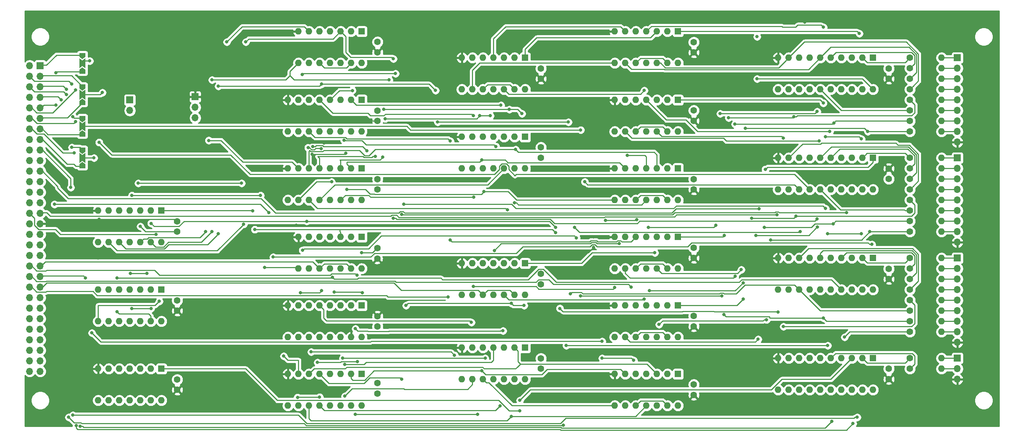
<source format=gbr>
G04 #@! TF.GenerationSoftware,KiCad,Pcbnew,5.1.5+dfsg1-2build2*
G04 #@! TF.CreationDate,2021-02-11T10:51:17+00:00*
G04 #@! TF.ProjectId,alu,616c752e-6b69-4636-9164-5f7063625858,rev?*
G04 #@! TF.SameCoordinates,Original*
G04 #@! TF.FileFunction,Copper,L1,Top*
G04 #@! TF.FilePolarity,Positive*
%FSLAX46Y46*%
G04 Gerber Fmt 4.6, Leading zero omitted, Abs format (unit mm)*
G04 Created by KiCad (PCBNEW 5.1.5+dfsg1-2build2) date 2021-02-11 10:51:17*
%MOMM*%
%LPD*%
G04 APERTURE LIST*
%ADD10C,1.600000*%
%ADD11R,1.700000X1.700000*%
%ADD12O,1.700000X1.700000*%
%ADD13C,0.100000*%
%ADD14O,1.600000X1.600000*%
%ADD15R,1.600000X1.600000*%
%ADD16C,0.800000*%
%ADD17C,0.250000*%
%ADD18C,0.254000*%
G04 APERTURE END LIST*
D10*
X115500000Y-100500000D03*
X115500000Y-103000000D03*
X115570000Y-119380000D03*
X115570000Y-116880000D03*
X238760000Y-57190000D03*
X238760000Y-59690000D03*
X238760000Y-81320000D03*
X238760000Y-83820000D03*
X238760000Y-105450000D03*
X238760000Y-107950000D03*
X238760000Y-129540000D03*
X238760000Y-132040000D03*
X67310000Y-115570000D03*
X67310000Y-113070000D03*
X67310000Y-132120000D03*
X67310000Y-134620000D03*
X191770000Y-53340000D03*
X191770000Y-50840000D03*
X191770000Y-69810000D03*
X191770000Y-67310000D03*
X154940000Y-76200000D03*
X154940000Y-78700000D03*
X67310000Y-94020000D03*
X67310000Y-96520000D03*
X115570000Y-86360000D03*
X115570000Y-83860000D03*
X115570000Y-69850000D03*
X115570000Y-67350000D03*
X154940000Y-57190000D03*
X154940000Y-59690000D03*
X191770000Y-83860000D03*
X191770000Y-86360000D03*
X115570000Y-53300000D03*
X115570000Y-50800000D03*
X191770000Y-100370000D03*
X191770000Y-102870000D03*
X191770000Y-119340000D03*
X191770000Y-116840000D03*
X154940000Y-106680000D03*
X154940000Y-109180000D03*
X191770000Y-135850000D03*
X191770000Y-133350000D03*
X154940000Y-127040000D03*
X154940000Y-129540000D03*
X115570000Y-135500000D03*
X115570000Y-133000000D03*
D11*
X34290000Y-56515000D03*
D12*
X31750000Y-56515000D03*
X34290000Y-59055000D03*
X31750000Y-59055000D03*
X34290000Y-61595000D03*
X31750000Y-61595000D03*
X34290000Y-64135000D03*
X31750000Y-64135000D03*
X34290000Y-66675000D03*
X31750000Y-66675000D03*
X34290000Y-69215000D03*
X31750000Y-69215000D03*
X34290000Y-71755000D03*
X31750000Y-71755000D03*
X34290000Y-74295000D03*
X31750000Y-74295000D03*
X34290000Y-76835000D03*
X31750000Y-76835000D03*
X34290000Y-79375000D03*
X31750000Y-79375000D03*
X34290000Y-81915000D03*
X31750000Y-81915000D03*
X34290000Y-84455000D03*
X31750000Y-84455000D03*
X34290000Y-86995000D03*
X31750000Y-86995000D03*
X34290000Y-89535000D03*
X31750000Y-89535000D03*
X34290000Y-92075000D03*
X31750000Y-92075000D03*
X34290000Y-94615000D03*
X31750000Y-94615000D03*
X34290000Y-97155000D03*
X31750000Y-97155000D03*
X34290000Y-99695000D03*
X31750000Y-99695000D03*
X34290000Y-102235000D03*
X31750000Y-102235000D03*
X34290000Y-104775000D03*
X31750000Y-104775000D03*
X34290000Y-107315000D03*
X31750000Y-107315000D03*
X34290000Y-109855000D03*
X31750000Y-109855000D03*
X34290000Y-112395000D03*
X31750000Y-112395000D03*
X34290000Y-114935000D03*
X31750000Y-114935000D03*
X34290000Y-117475000D03*
X31750000Y-117475000D03*
X34290000Y-120015000D03*
X31750000Y-120015000D03*
X34290000Y-122555000D03*
X31750000Y-122555000D03*
X34290000Y-125095000D03*
X31750000Y-125095000D03*
X34290000Y-127635000D03*
X31750000Y-127635000D03*
X34290000Y-130175000D03*
X31750000Y-130175000D03*
D11*
X255270000Y-54610000D03*
D12*
X255270000Y-57150000D03*
X255270000Y-59690000D03*
X255270000Y-62230000D03*
X255270000Y-64770000D03*
X255270000Y-67310000D03*
X255270000Y-69850000D03*
X255270000Y-72390000D03*
X255270000Y-74930000D03*
X255270000Y-123190000D03*
X255270000Y-120650000D03*
X255270000Y-118110000D03*
X255270000Y-115570000D03*
X255270000Y-113030000D03*
X255270000Y-110490000D03*
X255270000Y-107950000D03*
X255270000Y-105410000D03*
D11*
X255270000Y-102870000D03*
X255270000Y-78740000D03*
D12*
X255270000Y-81280000D03*
X255270000Y-83820000D03*
X255270000Y-86360000D03*
X255270000Y-88900000D03*
X255270000Y-91440000D03*
X255270000Y-93980000D03*
X255270000Y-96520000D03*
X255270000Y-99060000D03*
X255270000Y-132080000D03*
X255270000Y-129540000D03*
D11*
X255270000Y-127000000D03*
X71628000Y-64008000D03*
D12*
X71628000Y-66548000D03*
X71628000Y-69088000D03*
D11*
X55880000Y-64770000D03*
D12*
X55880000Y-67310000D03*
G04 #@! TA.AperFunction,SMDPad,CuDef*
D13*
G36*
X44450000Y-54950000D02*
G01*
X43700000Y-54450000D01*
X43700000Y-53450000D01*
X45200000Y-53450000D01*
X45200000Y-54450000D01*
X44450000Y-54950000D01*
G37*
G04 #@! TD.AperFunction*
G04 #@! TA.AperFunction,Conductor*
G36*
X44450000Y-56650000D02*
G01*
X43700000Y-57150000D01*
X43700000Y-54750000D01*
X44450000Y-55250000D01*
X45200000Y-54750000D01*
X45200000Y-57150000D01*
X44450000Y-56650000D01*
G37*
G04 #@! TD.AperFunction*
G04 #@! TA.AperFunction,SMDPad,CuDef*
G36*
X44450000Y-56950000D02*
G01*
X45200000Y-57450000D01*
X45200000Y-58450000D01*
X43700000Y-58450000D01*
X43700000Y-57450000D01*
X44450000Y-56950000D01*
G37*
G04 #@! TD.AperFunction*
G04 #@! TA.AperFunction,SMDPad,CuDef*
G36*
X44450000Y-62500000D02*
G01*
X43700000Y-62000000D01*
X43700000Y-61000000D01*
X45200000Y-61000000D01*
X45200000Y-62000000D01*
X44450000Y-62500000D01*
G37*
G04 #@! TD.AperFunction*
G04 #@! TA.AperFunction,Conductor*
G36*
X44450000Y-64200000D02*
G01*
X43700000Y-64700000D01*
X43700000Y-62300000D01*
X44450000Y-62800000D01*
X45200000Y-62300000D01*
X45200000Y-64700000D01*
X44450000Y-64200000D01*
G37*
G04 #@! TD.AperFunction*
G04 #@! TA.AperFunction,SMDPad,CuDef*
G36*
X44450000Y-64500000D02*
G01*
X45200000Y-65000000D01*
X45200000Y-66000000D01*
X43700000Y-66000000D01*
X43700000Y-65000000D01*
X44450000Y-64500000D01*
G37*
G04 #@! TD.AperFunction*
G04 #@! TA.AperFunction,SMDPad,CuDef*
G36*
X44450000Y-70120000D02*
G01*
X43700000Y-69620000D01*
X43700000Y-68620000D01*
X45200000Y-68620000D01*
X45200000Y-69620000D01*
X44450000Y-70120000D01*
G37*
G04 #@! TD.AperFunction*
G04 #@! TA.AperFunction,Conductor*
G36*
X44450000Y-71820000D02*
G01*
X43700000Y-72320000D01*
X43700000Y-69920000D01*
X44450000Y-70420000D01*
X45200000Y-69920000D01*
X45200000Y-72320000D01*
X44450000Y-71820000D01*
G37*
G04 #@! TD.AperFunction*
G04 #@! TA.AperFunction,SMDPad,CuDef*
G36*
X44450000Y-72120000D02*
G01*
X45200000Y-72620000D01*
X45200000Y-73620000D01*
X43700000Y-73620000D01*
X43700000Y-72620000D01*
X44450000Y-72120000D01*
G37*
G04 #@! TD.AperFunction*
G04 #@! TA.AperFunction,SMDPad,CuDef*
G36*
X44450000Y-77740000D02*
G01*
X43700000Y-77240000D01*
X43700000Y-76240000D01*
X45200000Y-76240000D01*
X45200000Y-77240000D01*
X44450000Y-77740000D01*
G37*
G04 #@! TD.AperFunction*
G04 #@! TA.AperFunction,Conductor*
G36*
X44450000Y-79440000D02*
G01*
X43700000Y-79940000D01*
X43700000Y-77540000D01*
X44450000Y-78040000D01*
X45200000Y-77540000D01*
X45200000Y-79940000D01*
X44450000Y-79440000D01*
G37*
G04 #@! TD.AperFunction*
G04 #@! TA.AperFunction,SMDPad,CuDef*
G36*
X44450000Y-79740000D02*
G01*
X45200000Y-80240000D01*
X45200000Y-81240000D01*
X43700000Y-81240000D01*
X43700000Y-80240000D01*
X44450000Y-79740000D01*
G37*
G04 #@! TD.AperFunction*
D14*
X251460000Y-54610000D03*
D10*
X243840000Y-54610000D03*
X243840000Y-57150000D03*
D14*
X251460000Y-57150000D03*
X251460000Y-59690000D03*
D10*
X243840000Y-59690000D03*
X243840000Y-62230000D03*
D14*
X251460000Y-62230000D03*
X251460000Y-64770000D03*
D10*
X243840000Y-64770000D03*
X243840000Y-67310000D03*
D14*
X251460000Y-67310000D03*
X251460000Y-69850000D03*
D10*
X243840000Y-69850000D03*
X243840000Y-72390000D03*
D14*
X251460000Y-72390000D03*
D10*
X243840000Y-78740000D03*
D14*
X251460000Y-78740000D03*
X251460000Y-81280000D03*
D10*
X243840000Y-81280000D03*
X243840000Y-83820000D03*
D14*
X251460000Y-83820000D03*
X251460000Y-86360000D03*
D10*
X243840000Y-86360000D03*
X243840000Y-88900000D03*
D14*
X251460000Y-88900000D03*
X251460000Y-91440000D03*
D10*
X243840000Y-91440000D03*
X243840000Y-93980000D03*
D14*
X251460000Y-93980000D03*
X251460000Y-96520000D03*
D10*
X243840000Y-96520000D03*
X243840000Y-102870000D03*
D14*
X251460000Y-102870000D03*
X251460000Y-105410000D03*
D10*
X243840000Y-105410000D03*
X243840000Y-107950000D03*
D14*
X251460000Y-107950000D03*
X251460000Y-110490000D03*
D10*
X243840000Y-110490000D03*
X243840000Y-113030000D03*
D14*
X251460000Y-113030000D03*
X251460000Y-115570000D03*
D10*
X243840000Y-115570000D03*
X243840000Y-118110000D03*
D14*
X251460000Y-118110000D03*
D10*
X243840000Y-120650000D03*
D14*
X251460000Y-120650000D03*
X251460000Y-127000000D03*
D10*
X243840000Y-127000000D03*
X243840000Y-129540000D03*
D14*
X251460000Y-129540000D03*
D15*
X234950000Y-54610000D03*
D14*
X212090000Y-62230000D03*
X232410000Y-54610000D03*
X214630000Y-62230000D03*
X229870000Y-54610000D03*
X217170000Y-62230000D03*
X227330000Y-54610000D03*
X219710000Y-62230000D03*
X224790000Y-54610000D03*
X222250000Y-62230000D03*
X222250000Y-54610000D03*
X224790000Y-62230000D03*
X219710000Y-54610000D03*
X227330000Y-62230000D03*
X217170000Y-54610000D03*
X229870000Y-62230000D03*
X214630000Y-54610000D03*
X232410000Y-62230000D03*
X212090000Y-54610000D03*
X234950000Y-62230000D03*
D15*
X234950000Y-78740000D03*
D14*
X212090000Y-86360000D03*
X232410000Y-78740000D03*
X214630000Y-86360000D03*
X229870000Y-78740000D03*
X217170000Y-86360000D03*
X227330000Y-78740000D03*
X219710000Y-86360000D03*
X224790000Y-78740000D03*
X222250000Y-86360000D03*
X222250000Y-78740000D03*
X224790000Y-86360000D03*
X219710000Y-78740000D03*
X227330000Y-86360000D03*
X217170000Y-78740000D03*
X229870000Y-86360000D03*
X214630000Y-78740000D03*
X232410000Y-86360000D03*
X212090000Y-78740000D03*
X234950000Y-86360000D03*
D15*
X234950000Y-102870000D03*
D14*
X212090000Y-110490000D03*
X232410000Y-102870000D03*
X214630000Y-110490000D03*
X229870000Y-102870000D03*
X217170000Y-110490000D03*
X227330000Y-102870000D03*
X219710000Y-110490000D03*
X224790000Y-102870000D03*
X222250000Y-110490000D03*
X222250000Y-102870000D03*
X224790000Y-110490000D03*
X219710000Y-102870000D03*
X227330000Y-110490000D03*
X217170000Y-102870000D03*
X229870000Y-110490000D03*
X214630000Y-102870000D03*
X232410000Y-110490000D03*
X212090000Y-102870000D03*
X234950000Y-110490000D03*
X234950000Y-134620000D03*
X212090000Y-127000000D03*
X232410000Y-134620000D03*
X214630000Y-127000000D03*
X229870000Y-134620000D03*
X217170000Y-127000000D03*
X227330000Y-134620000D03*
X219710000Y-127000000D03*
X224790000Y-134620000D03*
X222250000Y-127000000D03*
X222250000Y-134620000D03*
X224790000Y-127000000D03*
X219710000Y-134620000D03*
X227330000Y-127000000D03*
X217170000Y-134620000D03*
X229870000Y-127000000D03*
X214630000Y-134620000D03*
X232410000Y-127000000D03*
X212090000Y-134620000D03*
D15*
X234950000Y-127000000D03*
X63500000Y-110490000D03*
D14*
X48260000Y-118110000D03*
X60960000Y-110490000D03*
X50800000Y-118110000D03*
X58420000Y-110490000D03*
X53340000Y-118110000D03*
X55880000Y-110490000D03*
X55880000Y-118110000D03*
X53340000Y-110490000D03*
X58420000Y-118110000D03*
X50800000Y-110490000D03*
X60960000Y-118110000D03*
X48260000Y-110490000D03*
X63500000Y-118110000D03*
D15*
X63500000Y-129540000D03*
D14*
X48260000Y-137160000D03*
X60960000Y-129540000D03*
X50800000Y-137160000D03*
X58420000Y-129540000D03*
X53340000Y-137160000D03*
X55880000Y-129540000D03*
X55880000Y-137160000D03*
X53340000Y-129540000D03*
X58420000Y-137160000D03*
X50800000Y-129540000D03*
X60960000Y-137160000D03*
X48260000Y-129540000D03*
X63500000Y-137160000D03*
X187960000Y-55880000D03*
X172720000Y-48260000D03*
X185420000Y-55880000D03*
X175260000Y-48260000D03*
X182880000Y-55880000D03*
X177800000Y-48260000D03*
X180340000Y-55880000D03*
X180340000Y-48260000D03*
X177800000Y-55880000D03*
X182880000Y-48260000D03*
X175260000Y-55880000D03*
X185420000Y-48260000D03*
X172720000Y-55880000D03*
D15*
X187960000Y-48260000D03*
X187960000Y-64770000D03*
D14*
X172720000Y-72390000D03*
X185420000Y-64770000D03*
X175260000Y-72390000D03*
X182880000Y-64770000D03*
X177800000Y-72390000D03*
X180340000Y-64770000D03*
X180340000Y-72390000D03*
X177800000Y-64770000D03*
X182880000Y-72390000D03*
X175260000Y-64770000D03*
X185420000Y-72390000D03*
X172720000Y-64770000D03*
X187960000Y-72390000D03*
X151130000Y-81280000D03*
X135890000Y-73660000D03*
X148590000Y-81280000D03*
X138430000Y-73660000D03*
X146050000Y-81280000D03*
X140970000Y-73660000D03*
X143510000Y-81280000D03*
X143510000Y-73660000D03*
X140970000Y-81280000D03*
X146050000Y-73660000D03*
X138430000Y-81280000D03*
X148590000Y-73660000D03*
X135890000Y-81280000D03*
D15*
X151130000Y-73660000D03*
X63500000Y-91440000D03*
D14*
X48260000Y-99060000D03*
X60960000Y-91440000D03*
X50800000Y-99060000D03*
X58420000Y-91440000D03*
X53340000Y-99060000D03*
X55880000Y-91440000D03*
X55880000Y-99060000D03*
X53340000Y-91440000D03*
X58420000Y-99060000D03*
X50800000Y-91440000D03*
X60960000Y-99060000D03*
X48260000Y-91440000D03*
X63500000Y-99060000D03*
X111760000Y-88900000D03*
X93980000Y-81280000D03*
X109220000Y-88900000D03*
X96520000Y-81280000D03*
X106680000Y-88900000D03*
X99060000Y-81280000D03*
X104140000Y-88900000D03*
X101600000Y-81280000D03*
X101600000Y-88900000D03*
X104140000Y-81280000D03*
X99060000Y-88900000D03*
X106680000Y-81280000D03*
X96520000Y-88900000D03*
X109220000Y-81280000D03*
X93980000Y-88900000D03*
D15*
X111760000Y-81280000D03*
X111760000Y-64770000D03*
D14*
X93980000Y-72390000D03*
X109220000Y-64770000D03*
X96520000Y-72390000D03*
X106680000Y-64770000D03*
X99060000Y-72390000D03*
X104140000Y-64770000D03*
X101600000Y-72390000D03*
X101600000Y-64770000D03*
X104140000Y-72390000D03*
X99060000Y-64770000D03*
X106680000Y-72390000D03*
X96520000Y-64770000D03*
X109220000Y-72390000D03*
X93980000Y-64770000D03*
X111760000Y-72390000D03*
D15*
X151130000Y-54610000D03*
D14*
X135890000Y-62230000D03*
X148590000Y-54610000D03*
X138430000Y-62230000D03*
X146050000Y-54610000D03*
X140970000Y-62230000D03*
X143510000Y-54610000D03*
X143510000Y-62230000D03*
X140970000Y-54610000D03*
X146050000Y-62230000D03*
X138430000Y-54610000D03*
X148590000Y-62230000D03*
X135890000Y-54610000D03*
X151130000Y-62230000D03*
X187960000Y-88900000D03*
X172720000Y-81280000D03*
X185420000Y-88900000D03*
X175260000Y-81280000D03*
X182880000Y-88900000D03*
X177800000Y-81280000D03*
X180340000Y-88900000D03*
X180340000Y-81280000D03*
X177800000Y-88900000D03*
X182880000Y-81280000D03*
X175260000Y-88900000D03*
X185420000Y-81280000D03*
X172720000Y-88900000D03*
D15*
X187960000Y-81280000D03*
X111760000Y-48260000D03*
D14*
X96520000Y-55880000D03*
X109220000Y-48260000D03*
X99060000Y-55880000D03*
X106680000Y-48260000D03*
X101600000Y-55880000D03*
X104140000Y-48260000D03*
X104140000Y-55880000D03*
X101600000Y-48260000D03*
X106680000Y-55880000D03*
X99060000Y-48260000D03*
X109220000Y-55880000D03*
X96520000Y-48260000D03*
X111760000Y-55880000D03*
X187960000Y-105410000D03*
X172720000Y-97790000D03*
X185420000Y-105410000D03*
X175260000Y-97790000D03*
X182880000Y-105410000D03*
X177800000Y-97790000D03*
X180340000Y-105410000D03*
X180340000Y-97790000D03*
X177800000Y-105410000D03*
X182880000Y-97790000D03*
X175260000Y-105410000D03*
X185420000Y-97790000D03*
X172720000Y-105410000D03*
D15*
X187960000Y-97790000D03*
X187960000Y-114300000D03*
D14*
X172720000Y-121920000D03*
X185420000Y-114300000D03*
X175260000Y-121920000D03*
X182880000Y-114300000D03*
X177800000Y-121920000D03*
X180340000Y-114300000D03*
X180340000Y-121920000D03*
X177800000Y-114300000D03*
X182880000Y-121920000D03*
X175260000Y-114300000D03*
X185420000Y-121920000D03*
X172720000Y-114300000D03*
X187960000Y-121920000D03*
X151130000Y-111760000D03*
X135890000Y-104140000D03*
X148590000Y-111760000D03*
X138430000Y-104140000D03*
X146050000Y-111760000D03*
X140970000Y-104140000D03*
X143510000Y-111760000D03*
X143510000Y-104140000D03*
X140970000Y-111760000D03*
X146050000Y-104140000D03*
X138430000Y-111760000D03*
X148590000Y-104140000D03*
X135890000Y-111760000D03*
D15*
X151130000Y-104140000D03*
D14*
X187960000Y-138430000D03*
X172720000Y-130810000D03*
X185420000Y-138430000D03*
X175260000Y-130810000D03*
X182880000Y-138430000D03*
X177800000Y-130810000D03*
X180340000Y-138430000D03*
X180340000Y-130810000D03*
X177800000Y-138430000D03*
X182880000Y-130810000D03*
X175260000Y-138430000D03*
X185420000Y-130810000D03*
X172720000Y-138430000D03*
D15*
X187960000Y-130810000D03*
X151130000Y-124460000D03*
D14*
X135890000Y-132080000D03*
X148590000Y-124460000D03*
X138430000Y-132080000D03*
X146050000Y-124460000D03*
X140970000Y-132080000D03*
X143510000Y-124460000D03*
X143510000Y-132080000D03*
X140970000Y-124460000D03*
X146050000Y-132080000D03*
X138430000Y-124460000D03*
X148590000Y-132080000D03*
X135890000Y-124460000D03*
X151130000Y-132080000D03*
X111760000Y-138430000D03*
X93980000Y-130810000D03*
X109220000Y-138430000D03*
X96520000Y-130810000D03*
X106680000Y-138430000D03*
X99060000Y-130810000D03*
X104140000Y-138430000D03*
X101600000Y-130810000D03*
X101600000Y-138430000D03*
X104140000Y-130810000D03*
X99060000Y-138430000D03*
X106680000Y-130810000D03*
X96520000Y-138430000D03*
X109220000Y-130810000D03*
X93980000Y-138430000D03*
D15*
X111760000Y-130810000D03*
X111760000Y-114300000D03*
D14*
X93980000Y-121920000D03*
X109220000Y-114300000D03*
X96520000Y-121920000D03*
X106680000Y-114300000D03*
X99060000Y-121920000D03*
X104140000Y-114300000D03*
X101600000Y-121920000D03*
X101600000Y-114300000D03*
X104140000Y-121920000D03*
X99060000Y-114300000D03*
X106680000Y-121920000D03*
X96520000Y-114300000D03*
X109220000Y-121920000D03*
X93980000Y-114300000D03*
X111760000Y-121920000D03*
X111760000Y-105410000D03*
X96520000Y-97790000D03*
X109220000Y-105410000D03*
X99060000Y-97790000D03*
X106680000Y-105410000D03*
X101600000Y-97790000D03*
X104140000Y-105410000D03*
X104140000Y-97790000D03*
X101600000Y-105410000D03*
X106680000Y-97790000D03*
X99060000Y-105410000D03*
X109220000Y-97790000D03*
X96520000Y-105410000D03*
D15*
X111760000Y-97790000D03*
D16*
X62230000Y-97205010D03*
X111760000Y-101600000D03*
X58420000Y-95250000D03*
X207010000Y-59690000D03*
X207010000Y-49530000D03*
X238760000Y-45720000D03*
X226060000Y-45720000D03*
X218500000Y-46000000D03*
X218500000Y-49500000D03*
X216000000Y-49500000D03*
X48260000Y-102870000D03*
X90170000Y-72390000D03*
X107950000Y-69850000D03*
X154940000Y-85090000D03*
X137160000Y-83820000D03*
X142240000Y-83820000D03*
X146050000Y-83820000D03*
X156210000Y-132080000D03*
X157480000Y-101600000D03*
X167640000Y-100330000D03*
X167640000Y-97790000D03*
X170180000Y-104140000D03*
X167640000Y-102870000D03*
X48500000Y-93500000D03*
X96000000Y-95000000D03*
X173990000Y-53340000D03*
X182880000Y-51435000D03*
X45720000Y-95250000D03*
X97790000Y-77470000D03*
X91440000Y-77470000D03*
X94488000Y-75692000D03*
X99749998Y-77900022D03*
X107950000Y-77625032D03*
X102690503Y-75135988D03*
X115500000Y-73000000D03*
X41910000Y-60960000D03*
X40640000Y-62230000D03*
X42152660Y-68822660D03*
X40640000Y-63500000D03*
X39370000Y-64770000D03*
X41910000Y-76200000D03*
X38100000Y-66040000D03*
X38100000Y-58199991D03*
X42783172Y-62399221D03*
X42783172Y-70019221D03*
X42500000Y-77500000D03*
X41656000Y-85852000D03*
X231140000Y-141224000D03*
X42164000Y-140716000D03*
X224028000Y-123952000D03*
X161036000Y-123952000D03*
X41148000Y-141224000D03*
X160287034Y-143117966D03*
X89408000Y-91948000D03*
X90424000Y-102616000D03*
X234696000Y-99568000D03*
X37725010Y-89916842D03*
X207500000Y-91000000D03*
X209000000Y-81500000D03*
X211836000Y-92456000D03*
X110584979Y-107028979D03*
X169672000Y-127000000D03*
X177292000Y-127508000D03*
X170516963Y-93818282D03*
X46736000Y-120904000D03*
X169672000Y-122936000D03*
X45216660Y-107634992D03*
X178036994Y-93625032D03*
X176674999Y-109837001D03*
X132588000Y-112268000D03*
X133096000Y-98552000D03*
X74900000Y-74530000D03*
X71628000Y-69088000D03*
X57912000Y-84836000D03*
X82804000Y-84836000D03*
X46228000Y-55372000D03*
X49276000Y-62992000D03*
X164500000Y-72000000D03*
X165500000Y-84500000D03*
X48500000Y-75000000D03*
X225044000Y-142240000D03*
X47244000Y-78740000D03*
X43945892Y-143428505D03*
X230124000Y-142748000D03*
X42961275Y-143253711D03*
X231648000Y-48768000D03*
X223012000Y-47244000D03*
X215900000Y-68797010D03*
X200152000Y-69088000D03*
X199136000Y-97390009D03*
X221488000Y-67564000D03*
X198120000Y-68072000D03*
X197104000Y-94996000D03*
X180848000Y-95504000D03*
X225479989Y-70303447D03*
X201676000Y-70612000D03*
X201708010Y-107260011D03*
X233680000Y-72390000D03*
X203200000Y-105664000D03*
X204216000Y-71628000D03*
X223520000Y-73660000D03*
X232156000Y-74168000D03*
X222975010Y-65532000D03*
X224536000Y-72353010D03*
X221996000Y-74676000D03*
X213360000Y-73950990D03*
X203708000Y-112776000D03*
X216408000Y-92746990D03*
X205733411Y-93254990D03*
X206756000Y-97390009D03*
X221524990Y-95351324D03*
X181065010Y-110737411D03*
X203643683Y-108831850D03*
X225334990Y-94626314D03*
X207264000Y-122428000D03*
X208788000Y-95504000D03*
X234188000Y-96520000D03*
X183388000Y-118872000D03*
X209296000Y-117725010D03*
X210239989Y-98479989D03*
X83820000Y-50800000D03*
X119380000Y-54864000D03*
X223520000Y-90932000D03*
X232156000Y-97028000D03*
X224028000Y-97028000D03*
X121920000Y-89916000D03*
X83312000Y-94725010D03*
X77216000Y-97028000D03*
X79248000Y-50800000D03*
X119888000Y-58420000D03*
X228600000Y-91948000D03*
X97390009Y-58677391D03*
X121412000Y-92374968D03*
X74168000Y-96520000D03*
X75692000Y-59944000D03*
X221488000Y-93472000D03*
X118364000Y-59944000D03*
X119380000Y-93274990D03*
X75692000Y-96520000D03*
X77216000Y-61468000D03*
X102108000Y-60960000D03*
X129540000Y-62484000D03*
X130048000Y-70104000D03*
X161544000Y-70104000D03*
X163068000Y-95504000D03*
X217424000Y-96520000D03*
X213360000Y-119380000D03*
X85500000Y-91500000D03*
X86000000Y-96000000D03*
X159500000Y-115000000D03*
X212090000Y-115910000D03*
X158500000Y-96774990D03*
X162000000Y-111500000D03*
X158500000Y-95500000D03*
X61000000Y-94500000D03*
X98500000Y-94000000D03*
X223012000Y-117348000D03*
X88392000Y-105156000D03*
X56388000Y-87774990D03*
X87376000Y-87774990D03*
X199000000Y-116500000D03*
X198500000Y-112000000D03*
X164500000Y-112000000D03*
X163500000Y-98000000D03*
X97500000Y-101000000D03*
X228092000Y-121920000D03*
X52832000Y-107634992D03*
X104737988Y-107536981D03*
X149860000Y-137160000D03*
X149860000Y-139700000D03*
X62992000Y-113284000D03*
X60978467Y-115025010D03*
X56388000Y-115025010D03*
X56021772Y-106545012D03*
X59997180Y-106545012D03*
X52832000Y-115824000D03*
X179832000Y-62484000D03*
X175768000Y-78090011D03*
X146852864Y-91274990D03*
X148590000Y-89537854D03*
X138684000Y-68580000D03*
X140716000Y-79248000D03*
X144048814Y-75982990D03*
X107500000Y-74500000D03*
X140208000Y-68580000D03*
X142748000Y-68580000D03*
X116840000Y-78522990D03*
X117420011Y-69304516D03*
X141224000Y-86868000D03*
X108204000Y-86360000D03*
X145288000Y-66040000D03*
X138695129Y-88210011D03*
X148844000Y-76708000D03*
X133096000Y-74676000D03*
X147320000Y-67056000D03*
X150368000Y-68072000D03*
X115025010Y-78379637D03*
X117025991Y-67056000D03*
X98848044Y-76273623D03*
X102000000Y-76500000D03*
X104500000Y-84500000D03*
X92964000Y-126492000D03*
X100000000Y-76000000D03*
X113000000Y-77000000D03*
X109500000Y-62500000D03*
X143764000Y-101019989D03*
X173791293Y-99377386D03*
X179832000Y-112776000D03*
X182372000Y-101600000D03*
X138684000Y-109728000D03*
X172720000Y-109945010D03*
X107696000Y-128524000D03*
X145075463Y-138480783D03*
X147828000Y-113792000D03*
X150876000Y-114300000D03*
X122428000Y-114300000D03*
X121412000Y-132080000D03*
X107696000Y-136144000D03*
X140716000Y-130048000D03*
X147821411Y-141006990D03*
X139700000Y-140556979D03*
X110236000Y-140556979D03*
X99568000Y-125476000D03*
X134112000Y-126274990D03*
X110236000Y-119888000D03*
X145796000Y-120396000D03*
X107188000Y-127000000D03*
X141500000Y-127000000D03*
X138176000Y-118364000D03*
X101600000Y-136361010D03*
X96279835Y-136434990D03*
X101092000Y-128016000D03*
X110744000Y-127798990D03*
X111862560Y-111179989D03*
X105155821Y-111034990D03*
X102108000Y-110744000D03*
X97028000Y-111179989D03*
D17*
X111760000Y-101600000D02*
X114340000Y-101600000D01*
X61664315Y-97205010D02*
X62230000Y-97205010D01*
X39205010Y-97205010D02*
X61664315Y-97205010D01*
X37979999Y-95979999D02*
X39205010Y-97205010D01*
X32925001Y-94989003D02*
X33915997Y-95979999D01*
X32925001Y-93250001D02*
X32925001Y-94989003D01*
X33915997Y-95979999D02*
X37979999Y-95979999D01*
X31750000Y-92075000D02*
X32925001Y-93250001D01*
X59650000Y-96480000D02*
X58420000Y-95250000D01*
X67310000Y-96480000D02*
X59650000Y-96480000D01*
X114340000Y-101600000D02*
X115570000Y-100370000D01*
X232410000Y-59690000D02*
X207010000Y-59690000D01*
X234950000Y-62230000D02*
X232410000Y-59690000D01*
X238760000Y-45720000D02*
X226060000Y-45720000D01*
X218780000Y-45720000D02*
X218500000Y-46000000D01*
X226060000Y-45720000D02*
X218780000Y-45720000D01*
X218500000Y-49500000D02*
X216000000Y-49500000D01*
X34665001Y-94485001D02*
X37594999Y-94485001D01*
X107950000Y-69850000D02*
X114300000Y-69850000D01*
X137160000Y-83820000D02*
X142240000Y-83820000D01*
X157480000Y-130810000D02*
X172720000Y-130810000D01*
X156210000Y-132080000D02*
X157480000Y-130810000D01*
X157480000Y-101600000D02*
X166370000Y-101600000D01*
X166370000Y-101600000D02*
X167640000Y-100330000D01*
X167640000Y-97790000D02*
X172720000Y-97790000D01*
X168910000Y-104140000D02*
X167640000Y-102870000D01*
X170180000Y-104140000D02*
X168910000Y-104140000D01*
X47514999Y-94485001D02*
X48500000Y-93500000D01*
X175895000Y-51435000D02*
X182880000Y-51435000D01*
X173990000Y-53340000D02*
X175895000Y-51435000D01*
X45214999Y-94744999D02*
X45720000Y-95250000D01*
X45214999Y-94485001D02*
X45214999Y-94744999D01*
X37594999Y-94485001D02*
X45214999Y-94485001D01*
X45214999Y-94485001D02*
X47514999Y-94485001D01*
X97790000Y-77470000D02*
X91440000Y-77470000D01*
X99749998Y-77900022D02*
X107675010Y-77900022D01*
X107675010Y-77900022D02*
X107950000Y-77625032D01*
X94488000Y-75692000D02*
X95044012Y-75135988D01*
X102124818Y-75135988D02*
X102690503Y-75135988D01*
X95044012Y-75135988D02*
X102124818Y-75135988D01*
X114300000Y-69850000D02*
X115570000Y-69850000D01*
X66790000Y-93500000D02*
X67310000Y-94020000D01*
X48500000Y-93500000D02*
X66790000Y-93500000D01*
X43700000Y-53950000D02*
X44450000Y-53950000D01*
X38200002Y-53950000D02*
X43700000Y-53950000D01*
X35765001Y-56385001D02*
X38200002Y-53950000D01*
X34665001Y-56385001D02*
X35765001Y-56385001D01*
X41875001Y-58925001D02*
X44450000Y-61500000D01*
X34665001Y-58925001D02*
X41875001Y-58925001D01*
X41510001Y-60560001D02*
X41910000Y-60960000D01*
X32925001Y-60230001D02*
X41180001Y-60230001D01*
X41180001Y-60230001D02*
X41510001Y-60560001D01*
X31750000Y-59055000D02*
X32925001Y-60230001D01*
X39875001Y-61465001D02*
X40640000Y-62230000D01*
X34665001Y-61465001D02*
X39875001Y-61465001D01*
X44450000Y-69120000D02*
X42450000Y-69120000D01*
X42450000Y-69120000D02*
X42152660Y-68822660D01*
X40240001Y-63100001D02*
X40640000Y-63500000D01*
X39910001Y-62770001D02*
X40240001Y-63100001D01*
X32925001Y-62770001D02*
X39910001Y-62770001D01*
X31750000Y-61595000D02*
X32925001Y-62770001D01*
X38605001Y-64005001D02*
X39370000Y-64770000D01*
X34665001Y-64005001D02*
X38605001Y-64005001D01*
X43910000Y-76200000D02*
X44450000Y-76740000D01*
X41910000Y-76200000D02*
X43910000Y-76200000D01*
X44450000Y-57950000D02*
X38349991Y-57950000D01*
X38349991Y-57950000D02*
X38100000Y-58199991D01*
X38100000Y-66040000D02*
X35170002Y-66040000D01*
X35170002Y-66040000D02*
X34665001Y-66545001D01*
X37462391Y-67720002D02*
X42783172Y-62399221D01*
X37332392Y-67850001D02*
X37462391Y-67720002D01*
X33430001Y-67850001D02*
X37332392Y-67850001D01*
X32125001Y-66545001D02*
X33430001Y-67850001D01*
X40864999Y-69085001D02*
X44450000Y-65500000D01*
X34665001Y-69085001D02*
X40864999Y-69085001D01*
X32975000Y-69935000D02*
X32125001Y-69085001D01*
X33459220Y-70419220D02*
X32975000Y-69935000D01*
X42383173Y-70419220D02*
X33459220Y-70419220D01*
X42783172Y-70019221D02*
X42383173Y-70419220D01*
X36160000Y-73120000D02*
X44450000Y-73120000D01*
X34665001Y-71625001D02*
X36160000Y-73120000D01*
X32975000Y-72475000D02*
X32125001Y-71625001D01*
X33490000Y-72990000D02*
X32975000Y-72475000D01*
X35229002Y-72990000D02*
X33490000Y-72990000D01*
X39739002Y-77500000D02*
X35229002Y-72990000D01*
X42500000Y-77500000D02*
X39739002Y-77500000D01*
X44450000Y-80740000D02*
X42852350Y-80740000D01*
X42852350Y-80740000D02*
X42381010Y-80268660D01*
X40768660Y-80268660D02*
X34665001Y-74165001D01*
X42381010Y-80268660D02*
X40768660Y-80268660D01*
X243040001Y-127799999D02*
X243840000Y-127000000D01*
X242714999Y-128125001D02*
X243040001Y-127799999D01*
X233535001Y-128125001D02*
X242714999Y-128125001D01*
X232410000Y-127000000D02*
X233535001Y-128125001D01*
X160922680Y-141457001D02*
X230341314Y-141457001D01*
X230341314Y-141457001D02*
X230574315Y-141224000D01*
X230574315Y-141224000D02*
X231140000Y-141224000D01*
X41656000Y-83696000D02*
X41656000Y-85852000D01*
X34665001Y-76705001D02*
X41656000Y-83696000D01*
X42164000Y-140716000D02*
X96520000Y-140716000D01*
X96520000Y-140716000D02*
X98552000Y-142748000D01*
X159631681Y-142748000D02*
X160922680Y-141457001D01*
X98552000Y-142748000D02*
X159631681Y-142748000D01*
X244639999Y-128740001D02*
X243840000Y-129540000D01*
X244965001Y-128414999D02*
X244639999Y-128740001D01*
X244965001Y-126459999D02*
X244965001Y-128414999D01*
X244380001Y-125874999D02*
X244965001Y-126459999D01*
X225915001Y-125874999D02*
X244380001Y-125874999D01*
X224790000Y-127000000D02*
X225915001Y-125874999D01*
X224028000Y-123952000D02*
X177530587Y-123952000D01*
X177530587Y-123952000D02*
X161036000Y-123952000D01*
X41148000Y-141224000D02*
X42452710Y-142528710D01*
X42452710Y-142528710D02*
X44119099Y-142528710D01*
X44119099Y-142528710D02*
X44338389Y-142748000D01*
X44338389Y-142748000D02*
X97915590Y-142748000D01*
X97915590Y-142748000D02*
X98365600Y-143198011D01*
X160206989Y-143198011D02*
X160287034Y-143117966D01*
X98365600Y-143198011D02*
X160206989Y-143198011D01*
X167988002Y-99604998D02*
X168485400Y-100102396D01*
X233767314Y-99204999D02*
X234130315Y-99568000D01*
X167291998Y-99604998D02*
X167988002Y-99604998D01*
X190332602Y-100102396D02*
X191229999Y-99204999D01*
X234130315Y-99568000D02*
X234696000Y-99568000D01*
X191229999Y-99204999D02*
X233767314Y-99204999D01*
X166794600Y-100102396D02*
X167291998Y-99604998D01*
X150631602Y-100102396D02*
X166794600Y-100102396D01*
X114831411Y-101744999D02*
X148988999Y-101744999D01*
X168485400Y-100102396D02*
X190332602Y-100102396D01*
X148988999Y-101744999D02*
X150631602Y-100102396D01*
X113960410Y-102616000D02*
X114831411Y-101744999D01*
X90424000Y-102616000D02*
X113960410Y-102616000D01*
X89408000Y-91948000D02*
X87376842Y-89916842D01*
X87376842Y-89916842D02*
X37725010Y-89916842D01*
X41000000Y-88500000D02*
X38500000Y-86000000D01*
X49000000Y-88500000D02*
X41000000Y-88500000D01*
X38500000Y-85620000D02*
X38500000Y-86000000D01*
X34665001Y-81785001D02*
X38500000Y-85620000D01*
X206934315Y-91000000D02*
X207500000Y-91000000D01*
X187500000Y-91000000D02*
X206934315Y-91000000D01*
X122110036Y-92000000D02*
X186499999Y-92000000D01*
X121760002Y-91649966D02*
X122110036Y-92000000D01*
X121063998Y-91649966D02*
X121760002Y-91649966D01*
X120713964Y-92000000D02*
X121063998Y-91649966D01*
X91000000Y-92000000D02*
X120713964Y-92000000D01*
X186499999Y-92000000D02*
X187500000Y-91000000D01*
X87500000Y-88500000D02*
X91000000Y-92000000D01*
X49042012Y-88500000D02*
X87500000Y-88500000D01*
X234950000Y-79790000D02*
X234950000Y-78740000D01*
X233740000Y-81000000D02*
X234950000Y-79790000D01*
X209500000Y-81000000D02*
X233740000Y-81000000D01*
X209000000Y-81500000D02*
X209500000Y-81000000D01*
X34665001Y-91945001D02*
X35867082Y-91945001D01*
X211270315Y-92456000D02*
X211836000Y-92456000D01*
X118786986Y-92795000D02*
X119031998Y-92549988D01*
X187622000Y-92456000D02*
X211270315Y-92456000D01*
X170372801Y-92900022D02*
X187177978Y-92900022D01*
X35867082Y-91945001D02*
X36697079Y-92774998D01*
X187177978Y-92900022D02*
X187622000Y-92456000D01*
X170172845Y-93099978D02*
X170372801Y-92900022D01*
X119031998Y-92549988D02*
X120163974Y-92549988D01*
X48848002Y-92774998D02*
X48868004Y-92795000D01*
X48868004Y-92795000D02*
X118786986Y-92795000D01*
X120713964Y-93099978D02*
X170172845Y-93099978D01*
X36697079Y-92774998D02*
X48848002Y-92774998D01*
X120163974Y-92549988D02*
X120713964Y-93099978D01*
X108420001Y-104610001D02*
X109220000Y-105410000D01*
X108094999Y-104284999D02*
X108420001Y-104610001D01*
X102725001Y-104284999D02*
X108094999Y-104284999D01*
X101600000Y-105410000D02*
X102725001Y-104284999D01*
X100800001Y-104610001D02*
X101600000Y-105410000D01*
X99985002Y-103795002D02*
X100800001Y-104610001D01*
X35515000Y-103795002D02*
X99985002Y-103795002D01*
X34665001Y-104645001D02*
X35515000Y-103795002D01*
X108420001Y-56679999D02*
X109220000Y-55880000D01*
X108094999Y-57005001D02*
X108420001Y-56679999D01*
X102725001Y-57005001D02*
X108094999Y-57005001D01*
X101600000Y-55880000D02*
X102725001Y-57005001D01*
X110184980Y-106628980D02*
X110584979Y-107028979D01*
X104572985Y-106628980D02*
X110184980Y-106628980D01*
X104172986Y-107028979D02*
X104572985Y-106628980D01*
X63028975Y-107028979D02*
X104172986Y-107028979D01*
X61819998Y-105820002D02*
X63028975Y-107028979D01*
X35784998Y-105820002D02*
X61819998Y-105820002D01*
X35654999Y-105950001D02*
X35784998Y-105820002D01*
X33430001Y-105950001D02*
X35654999Y-105950001D01*
X32125001Y-104645001D02*
X33430001Y-105950001D01*
X178599999Y-137630001D02*
X177800000Y-138430000D01*
X178925001Y-137304999D02*
X178599999Y-137630001D01*
X184294999Y-137304999D02*
X178925001Y-137304999D01*
X185420000Y-138430000D02*
X184294999Y-137304999D01*
X178599999Y-88100001D02*
X177800000Y-88900000D01*
X178925001Y-87774999D02*
X178599999Y-88100001D01*
X184294999Y-87774999D02*
X178925001Y-87774999D01*
X185420000Y-88900000D02*
X184294999Y-87774999D01*
X176784000Y-127000000D02*
X177292000Y-127508000D01*
X169672000Y-127000000D02*
X176784000Y-127000000D01*
X48877001Y-123045001D02*
X113901001Y-123045001D01*
X46736000Y-120904000D02*
X48877001Y-123045001D01*
X114010002Y-122936000D02*
X169672000Y-122936000D01*
X113901001Y-123045001D02*
X114010002Y-122936000D01*
X44766669Y-107185001D02*
X45216660Y-107634992D01*
X34665001Y-107185001D02*
X44766669Y-107185001D01*
X177843744Y-93818282D02*
X178036994Y-93625032D01*
X170516963Y-93818282D02*
X177843744Y-93818282D01*
X178599999Y-121120001D02*
X177800000Y-121920000D01*
X178925001Y-120794999D02*
X178599999Y-121120001D01*
X184294999Y-120794999D02*
X178925001Y-120794999D01*
X185420000Y-121920000D02*
X184294999Y-120794999D01*
X178599999Y-71590001D02*
X177800000Y-72390000D01*
X178925001Y-71264999D02*
X178599999Y-71590001D01*
X184294999Y-71264999D02*
X178925001Y-71264999D01*
X185420000Y-72390000D02*
X184294999Y-71264999D01*
X157988000Y-109220000D02*
X176057998Y-109220000D01*
X156822999Y-108054999D02*
X157988000Y-109220000D01*
X153742998Y-108712000D02*
X154399999Y-108054999D01*
X32125001Y-107185001D02*
X33430001Y-108490001D01*
X33430001Y-108490001D02*
X35654999Y-108490001D01*
X35654999Y-108490001D02*
X35720009Y-108424991D01*
X176057998Y-109220000D02*
X176275000Y-109437002D01*
X35720009Y-108424991D02*
X119729402Y-108424991D01*
X120016410Y-108712000D02*
X153742998Y-108712000D01*
X176275000Y-109437002D02*
X176674999Y-109837001D01*
X154399999Y-108054999D02*
X156822999Y-108054999D01*
X119729402Y-108424991D02*
X120016410Y-108712000D01*
X147790001Y-61430001D02*
X148590000Y-62230000D01*
X147464999Y-61104999D02*
X147790001Y-61430001D01*
X142095001Y-61104999D02*
X147464999Y-61104999D01*
X140970000Y-62230000D02*
X142095001Y-61104999D01*
X142095001Y-110634999D02*
X141769999Y-110960001D01*
X147464999Y-110634999D02*
X142095001Y-110634999D01*
X141769999Y-110960001D02*
X140970000Y-111760000D01*
X148590000Y-111760000D02*
X147464999Y-110634999D01*
X140170001Y-110960001D02*
X140970000Y-111760000D01*
X139844999Y-110634999D02*
X140170001Y-110960001D01*
X35056410Y-109725001D02*
X35906409Y-108875002D01*
X121302999Y-110634999D02*
X139844999Y-110634999D01*
X35906409Y-108875002D02*
X119543002Y-108875002D01*
X119543002Y-108875002D02*
X121302999Y-110634999D01*
X34665001Y-109725001D02*
X35056410Y-109725001D01*
X184620001Y-55080001D02*
X185420000Y-55880000D01*
X184294999Y-54754999D02*
X184620001Y-55080001D01*
X178925001Y-54754999D02*
X184294999Y-54754999D01*
X177800000Y-55880000D02*
X178925001Y-54754999D01*
X184620001Y-104610001D02*
X185420000Y-105410000D01*
X184294999Y-104284999D02*
X184620001Y-104610001D01*
X178925001Y-104284999D02*
X184294999Y-104284999D01*
X177800000Y-105410000D02*
X178925001Y-104284999D01*
X168360802Y-98704976D02*
X168607825Y-98951999D01*
X168607825Y-98951999D02*
X173143676Y-98951999D01*
X133096000Y-98552000D02*
X133495999Y-98951999D01*
X173143676Y-98951999D02*
X173443291Y-98652384D01*
X173443291Y-98652384D02*
X174139295Y-98652384D01*
X133495999Y-98951999D02*
X166672175Y-98951999D01*
X174139295Y-98652384D02*
X174438910Y-98951999D01*
X174438910Y-98951999D02*
X176638001Y-98951999D01*
X166672175Y-98951999D02*
X166919198Y-98704976D01*
X176638001Y-98951999D02*
X177000001Y-98589999D01*
X177000001Y-98589999D02*
X177800000Y-97790000D01*
X166919198Y-98704976D02*
X168360802Y-98704976D01*
X118074002Y-112268000D02*
X132588000Y-112268000D01*
X48009997Y-111904999D02*
X117711001Y-111904999D01*
X35784998Y-110900002D02*
X47005000Y-110900002D01*
X47005000Y-110900002D02*
X48009997Y-111904999D01*
X35654999Y-111030001D02*
X35784998Y-110900002D01*
X33430001Y-111030001D02*
X35654999Y-111030001D01*
X117711001Y-111904999D02*
X118074002Y-112268000D01*
X32125001Y-109725001D02*
X33430001Y-111030001D01*
X251460000Y-54610000D02*
X255270000Y-54610000D01*
X251460000Y-57150000D02*
X255270000Y-57150000D01*
X251460000Y-59690000D02*
X255270000Y-59690000D01*
X251460000Y-62230000D02*
X255270000Y-62230000D01*
X251460000Y-64770000D02*
X255270000Y-64770000D01*
X251460000Y-67310000D02*
X255270000Y-67310000D01*
X251460000Y-69850000D02*
X255270000Y-69850000D01*
X251460000Y-72390000D02*
X255270000Y-72390000D01*
X251460000Y-120650000D02*
X255270000Y-120650000D01*
X251460000Y-118110000D02*
X255270000Y-118110000D01*
X251460000Y-115570000D02*
X255270000Y-115570000D01*
X251460000Y-113030000D02*
X255270000Y-113030000D01*
X251460000Y-110490000D02*
X255270000Y-110490000D01*
X251460000Y-107950000D02*
X255270000Y-107950000D01*
X251460000Y-105410000D02*
X255270000Y-105410000D01*
X251460000Y-102870000D02*
X255270000Y-102870000D01*
X251460000Y-78740000D02*
X255270000Y-78740000D01*
X251460000Y-81280000D02*
X255270000Y-81280000D01*
X251460000Y-83820000D02*
X255270000Y-83820000D01*
X251460000Y-86360000D02*
X255270000Y-86360000D01*
X251460000Y-88900000D02*
X255270000Y-88900000D01*
X251460000Y-91440000D02*
X255270000Y-91440000D01*
X251460000Y-93980000D02*
X255270000Y-93980000D01*
X251460000Y-96520000D02*
X255270000Y-96520000D01*
X251460000Y-129540000D02*
X255270000Y-129540000D01*
X251460000Y-127000000D02*
X255270000Y-127000000D01*
X94996000Y-79756000D02*
X96520000Y-81280000D01*
X83316000Y-79756000D02*
X94996000Y-79756000D01*
X83316000Y-79756000D02*
X83086000Y-79756000D01*
X77860000Y-74530000D02*
X74900000Y-74530000D01*
X83086000Y-79756000D02*
X77860000Y-74530000D01*
X57912000Y-84836000D02*
X82804000Y-84836000D01*
X46228000Y-55372000D02*
X45028000Y-55372000D01*
X45028000Y-55372000D02*
X44450000Y-55950000D01*
X48768000Y-63500000D02*
X44450000Y-63500000D01*
X49276000Y-62992000D02*
X48768000Y-63500000D01*
X44450000Y-71120000D02*
X122620000Y-71120000D01*
X123500000Y-72000000D02*
X164500000Y-72000000D01*
X122620000Y-71120000D02*
X123500000Y-72000000D01*
X216370001Y-85560001D02*
X217170000Y-86360000D01*
X216004999Y-85194999D02*
X216370001Y-85560001D01*
X166194999Y-85194999D02*
X216004999Y-85194999D01*
X165500000Y-84500000D02*
X166194999Y-85194999D01*
X219710000Y-86360000D02*
X216044999Y-82694999D01*
X143760003Y-82694999D02*
X84874999Y-82694999D01*
X51500000Y-78000000D02*
X48500000Y-75000000D01*
X216044999Y-82694999D02*
X148949999Y-82694999D01*
X148644998Y-83000000D02*
X147175001Y-81530003D01*
X146590001Y-80154999D02*
X145509999Y-80154999D01*
X148949999Y-82694999D02*
X148644998Y-83000000D01*
X144924999Y-80739999D02*
X144924999Y-81530003D01*
X147175001Y-81530003D02*
X147175001Y-80739999D01*
X147175001Y-80739999D02*
X146590001Y-80154999D01*
X145509999Y-80154999D02*
X144924999Y-80739999D01*
X144924999Y-81530003D02*
X143760003Y-82694999D01*
X84874999Y-82694999D02*
X80180000Y-78000000D01*
X80180000Y-78000000D02*
X51500000Y-78000000D01*
X47244000Y-78740000D02*
X44450000Y-78740000D01*
X44511577Y-143428505D02*
X43945892Y-143428505D01*
X44731094Y-143648022D02*
X44511577Y-143428505D01*
X159724290Y-143648022D02*
X44731094Y-143648022D01*
X159919236Y-143842968D02*
X159724290Y-143648022D01*
X225044000Y-142240000D02*
X223441032Y-143842968D01*
X223441032Y-143842968D02*
X159919236Y-143842968D01*
X42961275Y-143819396D02*
X42961275Y-143253711D01*
X43297899Y-144156020D02*
X42961275Y-143819396D01*
X159732836Y-144292979D02*
X159595877Y-144156020D01*
X159595877Y-144156020D02*
X43297899Y-144156020D01*
X230124000Y-142748000D02*
X228579021Y-144292979D01*
X228579021Y-144292979D02*
X159732836Y-144292979D01*
X243040001Y-55409999D02*
X243840000Y-54610000D01*
X242714999Y-55735001D02*
X243040001Y-55409999D01*
X233535001Y-55735001D02*
X242714999Y-55735001D01*
X232410000Y-54610000D02*
X233535001Y-55735001D01*
X231140000Y-48260000D02*
X231648000Y-48768000D01*
X187960000Y-48260000D02*
X231140000Y-48260000D01*
X224790000Y-54610000D02*
X226060000Y-53340000D01*
X244639999Y-56350001D02*
X243840000Y-57150000D01*
X244965001Y-56024999D02*
X244639999Y-56350001D01*
X244965001Y-54069999D02*
X244965001Y-56024999D01*
X244235002Y-53340000D02*
X244965001Y-54069999D01*
X226060000Y-53340000D02*
X244235002Y-53340000D01*
X180340000Y-48260000D02*
X181538543Y-47061457D01*
X181538543Y-47061457D02*
X212988453Y-47061457D01*
X212988453Y-47061457D02*
X213151998Y-47225002D01*
X213151998Y-47225002D02*
X216319405Y-47225002D01*
X216319405Y-47225002D02*
X216808407Y-46736000D01*
X216808407Y-46736000D02*
X222504000Y-46736000D01*
X222504000Y-46736000D02*
X222612001Y-46844001D01*
X222612001Y-46844001D02*
X223012000Y-47244000D01*
X222250000Y-54610000D02*
X224790000Y-52070000D01*
X245415012Y-58114988D02*
X244639999Y-58890001D01*
X245415012Y-53883599D02*
X245415012Y-58114988D01*
X244639999Y-58890001D02*
X243840000Y-59690000D01*
X243601413Y-52070000D02*
X245415012Y-53883599D01*
X224790000Y-52070000D02*
X243601413Y-52070000D01*
X222250000Y-54610000D02*
X219404988Y-57455012D01*
X219404988Y-57455012D02*
X184693599Y-57455012D01*
X176784000Y-57404000D02*
X176059999Y-56679999D01*
X184693599Y-57455012D02*
X184642587Y-57404000D01*
X184642587Y-57404000D02*
X176784000Y-57404000D01*
X176059999Y-56679999D02*
X175260000Y-55880000D01*
X245865021Y-53697200D02*
X245865021Y-60204979D01*
X242967824Y-50800000D02*
X245865021Y-53697200D01*
X245865021Y-60204979D02*
X244639999Y-61430001D01*
X218440000Y-50800000D02*
X242967824Y-50800000D01*
X244639999Y-61430001D02*
X243840000Y-62230000D01*
X214630000Y-54610000D02*
X218440000Y-50800000D01*
X213830001Y-55409999D02*
X214630000Y-54610000D01*
X212234999Y-57005001D02*
X213830001Y-55409999D01*
X182880000Y-55880000D02*
X183754998Y-55880000D01*
X183754998Y-55880000D02*
X184879999Y-57005001D01*
X184879999Y-57005001D02*
X212234999Y-57005001D01*
X216682695Y-68580000D02*
X216465685Y-68797010D01*
X243840000Y-64770000D02*
X244965001Y-65895001D01*
X244965001Y-65895001D02*
X244965001Y-67850001D01*
X244965001Y-67850001D02*
X244235002Y-68580000D01*
X244235002Y-68580000D02*
X216682695Y-68580000D01*
X216465685Y-68797010D02*
X215900000Y-68797010D01*
X215609010Y-69088000D02*
X215900000Y-68797010D01*
X200152000Y-69088000D02*
X215609010Y-69088000D01*
X198736009Y-97790000D02*
X199136000Y-97390009D01*
X187960000Y-97790000D02*
X198736009Y-97790000D01*
X227330000Y-67310000D02*
X243840000Y-67310000D01*
X222250000Y-62230000D02*
X227330000Y-67310000D01*
X221488000Y-67564000D02*
X220980000Y-68072000D01*
X220980000Y-68072000D02*
X198120000Y-68072000D01*
X196596000Y-95504000D02*
X180848000Y-95504000D01*
X197104000Y-94996000D02*
X196596000Y-95504000D01*
X243840000Y-69850000D02*
X225933436Y-69850000D01*
X225933436Y-69850000D02*
X225479989Y-70303447D01*
X225171436Y-70612000D02*
X225479989Y-70303447D01*
X201676000Y-70612000D02*
X225171436Y-70612000D01*
X201272021Y-107696000D02*
X201708010Y-107260011D01*
X176418630Y-107700000D02*
X176490000Y-107700000D01*
X175260000Y-106541370D02*
X176418630Y-107700000D01*
X175260000Y-105410000D02*
X175260000Y-106541370D01*
X176490000Y-107700000D02*
X201272021Y-107696000D01*
X233680000Y-72390000D02*
X243840000Y-72390000D01*
X184005001Y-106535001D02*
X202328999Y-106535001D01*
X182880000Y-105410000D02*
X184005001Y-106535001D01*
X202328999Y-106535001D02*
X203200000Y-105664000D01*
X204216000Y-71628000D02*
X232918000Y-71628000D01*
X232918000Y-71628000D02*
X233680000Y-72390000D01*
X231648000Y-73660000D02*
X232156000Y-74168000D01*
X223520000Y-73660000D02*
X231648000Y-73660000D01*
X187960000Y-64770000D02*
X222213010Y-64770000D01*
X222213010Y-64770000D02*
X222975010Y-65532000D01*
X233209999Y-77940001D02*
X233209999Y-77900001D01*
X232410000Y-78740000D02*
X233209999Y-77940001D01*
X243040001Y-77940001D02*
X243840000Y-78740000D01*
X242714999Y-77614999D02*
X243040001Y-77940001D01*
X233495001Y-77614999D02*
X242714999Y-77614999D01*
X233209999Y-77900001D02*
X233495001Y-77614999D01*
X244965001Y-78199999D02*
X244965001Y-80154999D01*
X243320025Y-76555023D02*
X244965001Y-78199999D01*
X244965001Y-80154999D02*
X244639999Y-80480001D01*
X226974977Y-76555023D02*
X243320025Y-76555023D01*
X224790000Y-78740000D02*
X226974977Y-76555023D01*
X244639999Y-80480001D02*
X243840000Y-81280000D01*
X185166000Y-69596000D02*
X180340000Y-64770000D01*
X189890998Y-69596000D02*
X185166000Y-69596000D01*
X192648008Y-72353010D02*
X189890998Y-69596000D01*
X224536000Y-72353010D02*
X192648008Y-72353010D01*
X176835012Y-73965012D02*
X198933012Y-73965012D01*
X175260000Y-72390000D02*
X176835012Y-73965012D01*
X199644000Y-74676000D02*
X221996000Y-74676000D01*
X198933012Y-73965012D02*
X199644000Y-74676000D01*
X245415012Y-82244988D02*
X244639999Y-83020001D01*
X244639999Y-83020001D02*
X243840000Y-83820000D01*
X245415012Y-78013599D02*
X245415012Y-82244988D01*
X243506425Y-76105012D02*
X245415012Y-78013599D01*
X222250000Y-78740000D02*
X224884988Y-76105012D01*
X224884988Y-76105012D02*
X243506425Y-76105012D01*
X182880000Y-72390000D02*
X184005001Y-73515001D01*
X212960001Y-73550991D02*
X213360000Y-73950990D01*
X212924011Y-73515001D02*
X212960001Y-73550991D01*
X184005001Y-73515001D02*
X212924011Y-73515001D01*
X245872000Y-77834176D02*
X245872000Y-84328000D01*
X217968998Y-75401002D02*
X222344002Y-75401002D01*
X214630000Y-78740000D02*
X217968998Y-75401002D01*
X222344002Y-75401002D02*
X222561004Y-75184000D01*
X222561004Y-75184000D02*
X240480998Y-75184000D01*
X243692825Y-75655001D02*
X245872000Y-77834176D01*
X244639999Y-85560001D02*
X243840000Y-86360000D01*
X245872000Y-84328000D02*
X244639999Y-85560001D01*
X240480998Y-75184000D02*
X240951999Y-75655001D01*
X240951999Y-75655001D02*
X243692825Y-75655001D01*
X202184000Y-114300000D02*
X187960000Y-114300000D01*
X203708000Y-112776000D02*
X202184000Y-114300000D01*
X244198012Y-92746990D02*
X216973685Y-92746990D01*
X243840000Y-88900000D02*
X244965001Y-90025001D01*
X216973685Y-92746990D02*
X216408000Y-92746990D01*
X244965001Y-91980001D02*
X244198012Y-92746990D01*
X244965001Y-90025001D02*
X244965001Y-91980001D01*
X215900000Y-93254990D02*
X206299096Y-93254990D01*
X216408000Y-92746990D02*
X215900000Y-93254990D01*
X206299096Y-93254990D02*
X205733411Y-93254990D01*
X227112998Y-91222998D02*
X242491628Y-91222998D01*
X242708630Y-91440000D02*
X243840000Y-91440000D01*
X242491628Y-91222998D02*
X242708630Y-91440000D01*
X222250000Y-86360000D02*
X227112998Y-91222998D01*
X206756000Y-97390009D02*
X219486305Y-97390009D01*
X221124991Y-95751323D02*
X221524990Y-95351324D01*
X219486305Y-97390009D02*
X221124991Y-95751323D01*
X181065010Y-110737411D02*
X201738122Y-110737411D01*
X201738122Y-110737411D02*
X203643683Y-108831850D01*
X243840000Y-93980000D02*
X225981304Y-93980000D01*
X225981304Y-93980000D02*
X225334990Y-94626314D01*
X206646999Y-123045001D02*
X207264000Y-122428000D01*
X176385001Y-123045001D02*
X206646999Y-123045001D01*
X175260000Y-121920000D02*
X176385001Y-123045001D01*
X224769305Y-94626314D02*
X225334990Y-94626314D01*
X208788000Y-95504000D02*
X220092410Y-95504000D01*
X220092410Y-95504000D02*
X220970096Y-94626314D01*
X220970096Y-94626314D02*
X224769305Y-94626314D01*
X234188000Y-96520000D02*
X243840000Y-96520000D01*
X208730315Y-117725010D02*
X209296000Y-117725010D01*
X183388000Y-118872000D02*
X184254999Y-118005001D01*
X184254999Y-118005001D02*
X208450324Y-118005001D01*
X208450324Y-118005001D02*
X208730315Y-117725010D01*
X232228011Y-98479989D02*
X210239989Y-98479989D01*
X234188000Y-96520000D02*
X232228011Y-98479989D01*
X243040001Y-103669999D02*
X243840000Y-102870000D01*
X242714999Y-103995001D02*
X243040001Y-103669999D01*
X233535001Y-103995001D02*
X242714999Y-103995001D01*
X232410000Y-102870000D02*
X233535001Y-103995001D01*
X119270999Y-54754999D02*
X119380000Y-54864000D01*
X224028000Y-97028000D02*
X232156000Y-97028000D01*
X50800000Y-99060000D02*
X52825023Y-101085023D01*
X52825023Y-101085023D02*
X76951987Y-101085023D01*
X82912001Y-95125009D02*
X83312000Y-94725010D01*
X76951987Y-101085023D02*
X82912001Y-95125009D01*
X148911142Y-90932000D02*
X186931590Y-90932000D01*
X223120001Y-90532001D02*
X223520000Y-90932000D01*
X222862998Y-90274998D02*
X223120001Y-90532001D01*
X186931590Y-90932000D02*
X187588592Y-90274998D01*
X121920000Y-89916000D02*
X147895142Y-89916000D01*
X147895142Y-89916000D02*
X148911142Y-90932000D01*
X187588592Y-90274998D02*
X222862998Y-90274998D01*
X118980001Y-54464001D02*
X109074001Y-54464001D01*
X109074001Y-54464001D02*
X107950000Y-53340000D01*
X119380000Y-54864000D02*
X118980001Y-54464001D01*
X104865001Y-50074999D02*
X106680000Y-48260000D01*
X84545001Y-50074999D02*
X104865001Y-50074999D01*
X83820000Y-50800000D02*
X84545001Y-50074999D01*
X107950000Y-49530000D02*
X106680000Y-48260000D01*
X107950000Y-53340000D02*
X107950000Y-49530000D01*
X227330000Y-102870000D02*
X228600000Y-101600000D01*
X244639999Y-104610001D02*
X243840000Y-105410000D01*
X244965001Y-104284999D02*
X244639999Y-104610001D01*
X244965001Y-102329999D02*
X244965001Y-104284999D01*
X244235002Y-101600000D02*
X244965001Y-102329999D01*
X228600000Y-101600000D02*
X244235002Y-101600000D01*
X79248000Y-50800000D02*
X82913001Y-47134999D01*
X76816001Y-97427999D02*
X77216000Y-97028000D01*
X64226401Y-100635012D02*
X65261412Y-99600001D01*
X53340000Y-99060000D02*
X54915012Y-100635012D01*
X74643999Y-99600001D02*
X76816001Y-97427999D01*
X54915012Y-100635012D02*
X64226401Y-100635012D01*
X65261412Y-99600001D02*
X74643999Y-99600001D01*
X97647400Y-58420000D02*
X97390009Y-58677391D01*
X119888000Y-58420000D02*
X97647400Y-58420000D01*
X228600000Y-91948000D02*
X212401004Y-91948000D01*
X211270996Y-91948000D02*
X187188410Y-91948000D01*
X212401004Y-91948000D02*
X212184002Y-91730998D01*
X187188410Y-91948000D02*
X186686400Y-92450011D01*
X212184002Y-91730998D02*
X211487998Y-91730998D01*
X186686400Y-92450011D02*
X121487043Y-92450011D01*
X121487043Y-92450011D02*
X121412000Y-92374968D01*
X211487998Y-91730998D02*
X211270996Y-91948000D01*
X97934999Y-47134999D02*
X99060000Y-48260000D01*
X82913001Y-47134999D02*
X97934999Y-47134999D01*
X222250000Y-101738630D02*
X222896630Y-101092000D01*
X222250000Y-102870000D02*
X222250000Y-101738630D01*
X245415012Y-106374988D02*
X244639999Y-107150001D01*
X245415012Y-102143599D02*
X245415012Y-106374988D01*
X244363413Y-101092000D02*
X245415012Y-102143599D01*
X244639999Y-107150001D02*
X243840000Y-107950000D01*
X222896630Y-101092000D02*
X244363413Y-101092000D01*
X95504000Y-59944000D02*
X94488000Y-58928000D01*
X118364000Y-59944000D02*
X95504000Y-59944000D01*
X75692000Y-59944000D02*
X93472000Y-59944000D01*
X93472000Y-59944000D02*
X94488000Y-58928000D01*
X220980000Y-93980000D02*
X178736193Y-93980000D01*
X157186400Y-93549989D02*
X120220684Y-93549989D01*
X178172909Y-94543284D02*
X158179694Y-94543284D01*
X119945685Y-93274990D02*
X119380000Y-93274990D01*
X120220684Y-93549989D02*
X119945685Y-93274990D01*
X178736193Y-93980000D02*
X178172909Y-94543284D01*
X158179694Y-94543284D02*
X157186400Y-93549989D01*
X221488000Y-93472000D02*
X220980000Y-93980000D01*
X60094997Y-98260001D02*
X60419999Y-97934999D01*
X58420000Y-99060000D02*
X59219999Y-98260001D01*
X59219999Y-98260001D02*
X60094997Y-98260001D01*
X60419999Y-97934999D02*
X72753001Y-97934999D01*
X72753001Y-97934999D02*
X73768001Y-96919999D01*
X73768001Y-96919999D02*
X74168000Y-96520000D01*
X94488000Y-57912000D02*
X96520000Y-55880000D01*
X94488000Y-58928000D02*
X94488000Y-57912000D01*
X217170000Y-102870000D02*
X219456000Y-100584000D01*
X244491824Y-100584000D02*
X245872000Y-101964176D01*
X219456000Y-100584000D02*
X244491824Y-100584000D01*
X245872000Y-108458000D02*
X243840000Y-110490000D01*
X245872000Y-101964176D02*
X245872000Y-108458000D01*
X64040001Y-100185001D02*
X65165002Y-99060000D01*
X65165002Y-99060000D02*
X73152000Y-99060000D01*
X62085001Y-100185001D02*
X64040001Y-100185001D01*
X60960000Y-99060000D02*
X62085001Y-100185001D01*
X73152000Y-99060000D02*
X75692000Y-96520000D01*
X101600000Y-61468000D02*
X102108000Y-60960000D01*
X77216000Y-61468000D02*
X101600000Y-61468000D01*
X128016000Y-60960000D02*
X129540000Y-62484000D01*
X102108000Y-60960000D02*
X128016000Y-60960000D01*
X130048000Y-70104000D02*
X161544000Y-70104000D01*
X164228999Y-96664999D02*
X217279001Y-96664999D01*
X163068000Y-95504000D02*
X164228999Y-96664999D01*
X217279001Y-96664999D02*
X217424000Y-96520000D01*
X244965001Y-114155001D02*
X244639999Y-113829999D01*
X244965001Y-118650001D02*
X244965001Y-114155001D01*
X244639999Y-113829999D02*
X243840000Y-113030000D01*
X244235002Y-119380000D02*
X244965001Y-118650001D01*
X213360000Y-119380000D02*
X244235002Y-119380000D01*
X85440000Y-91440000D02*
X85500000Y-91500000D01*
X63500000Y-91440000D02*
X85440000Y-91440000D01*
X211934999Y-115754999D02*
X212090000Y-115910000D01*
X159500000Y-115000000D02*
X160254999Y-115754999D01*
X86000000Y-96000000D02*
X106000000Y-96000000D01*
X157725010Y-96000000D02*
X158500000Y-96774990D01*
X106500000Y-96478630D02*
X106500000Y-96000000D01*
X106680000Y-96658630D02*
X106500000Y-96478630D01*
X106680000Y-97790000D02*
X106680000Y-96658630D01*
X106500000Y-96000000D02*
X157725010Y-96000000D01*
X106000000Y-96000000D02*
X106500000Y-96000000D01*
X160254999Y-115754999D02*
X189045001Y-115754999D01*
X196665001Y-115754999D02*
X211934999Y-115754999D01*
X196625001Y-115714999D02*
X196665001Y-115754999D01*
X189085001Y-115714999D02*
X196625001Y-115714999D01*
X189045001Y-115754999D02*
X189085001Y-115714999D01*
X222250000Y-115570000D02*
X243840000Y-115570000D01*
X217170000Y-110490000D02*
X222250000Y-115570000D01*
X158500000Y-95500000D02*
X157000000Y-94000000D01*
X157000000Y-94000000D02*
X98500000Y-94000000D01*
X217170000Y-110490000D02*
X216044999Y-109364999D01*
X216044999Y-109364999D02*
X204135001Y-109364999D01*
X204135001Y-109364999D02*
X202000000Y-111500000D01*
X199073002Y-111500000D02*
X198848001Y-111274999D01*
X202000000Y-111500000D02*
X199073002Y-111500000D01*
X164673005Y-111100001D02*
X162399999Y-111100001D01*
X198848001Y-111274999D02*
X198151999Y-111274999D01*
X165073004Y-111500000D02*
X164673005Y-111100001D01*
X198151999Y-111274999D02*
X197926998Y-111500000D01*
X197926998Y-111500000D02*
X165073004Y-111500000D01*
X162399999Y-111100001D02*
X162000000Y-111500000D01*
X67705002Y-95250000D02*
X68955002Y-94000000D01*
X68955002Y-94000000D02*
X98500000Y-94000000D01*
X61750000Y-95250000D02*
X67705002Y-95250000D01*
X61000000Y-94500000D02*
X61750000Y-95250000D01*
X223774000Y-118110000D02*
X243840000Y-118110000D01*
X223012000Y-117348000D02*
X223774000Y-118110000D01*
X96266000Y-105156000D02*
X96520000Y-105410000D01*
X88392000Y-105156000D02*
X96266000Y-105156000D01*
X56388000Y-87774990D02*
X56953685Y-87774990D01*
X56953685Y-87774990D02*
X87376000Y-87774990D01*
X210021001Y-117348000D02*
X210021001Y-117000000D01*
X223012000Y-117348000D02*
X210021001Y-117348000D01*
X210021001Y-117000000D02*
X199500000Y-117000000D01*
X199500000Y-117000000D02*
X199000000Y-116500000D01*
X198500000Y-112000000D02*
X164500000Y-112000000D01*
X97899999Y-100600001D02*
X97500000Y-101000000D01*
X116493590Y-97500000D02*
X113393589Y-100600001D01*
X113393589Y-100600001D02*
X97899999Y-100600001D01*
X163000000Y-97500000D02*
X116493590Y-97500000D01*
X163500000Y-98000000D02*
X163000000Y-97500000D01*
X229362000Y-120650000D02*
X243840000Y-120650000D01*
X228092000Y-121920000D02*
X229362000Y-120650000D01*
X104639977Y-107634992D02*
X104737988Y-107536981D01*
X52832000Y-107634992D02*
X104639977Y-107634992D01*
X158637002Y-108712000D02*
X155480001Y-105554999D01*
X105137987Y-107936980D02*
X104737988Y-107536981D01*
X110749982Y-107936980D02*
X105137987Y-107936980D01*
X130854002Y-107696000D02*
X110990962Y-107696000D01*
X151899999Y-108054999D02*
X131213001Y-108054999D01*
X154399999Y-105554999D02*
X151899999Y-108054999D01*
X155480001Y-105554999D02*
X154399999Y-105554999D01*
X202690529Y-108712000D02*
X158637002Y-108712000D01*
X203295681Y-108106848D02*
X202690529Y-108712000D01*
X224946848Y-108106848D02*
X203295681Y-108106848D01*
X110990962Y-107696000D02*
X110749982Y-107936980D01*
X131213001Y-108054999D02*
X130854002Y-107696000D01*
X227330000Y-110490000D02*
X224946848Y-108106848D01*
X229870000Y-127000000D02*
X224790000Y-132080000D01*
X212964998Y-132080000D02*
X210424998Y-134620000D01*
X224790000Y-132080000D02*
X212964998Y-132080000D01*
X152400000Y-134620000D02*
X149860000Y-137160000D01*
X210424998Y-134620000D02*
X152400000Y-134620000D01*
X149860000Y-139700000D02*
X147320000Y-139700000D01*
X147320000Y-139700000D02*
X144780000Y-137160000D01*
X144780000Y-137160000D02*
X91440000Y-137160000D01*
X83820000Y-129540000D02*
X63500000Y-129540000D01*
X91440000Y-137160000D02*
X83820000Y-129540000D01*
X48260000Y-114300000D02*
X61976000Y-114300000D01*
X61976000Y-114300000D02*
X62992000Y-113284000D01*
X48260000Y-114300000D02*
X48260000Y-118110000D01*
X56388000Y-115025010D02*
X60978467Y-115025010D01*
X56021772Y-106545012D02*
X59997180Y-106545012D01*
X53340000Y-116332000D02*
X60452000Y-116332000D01*
X52832000Y-115824000D02*
X53340000Y-116332000D01*
X60960000Y-116840000D02*
X60960000Y-118110000D01*
X60452000Y-116332000D02*
X60960000Y-116840000D01*
X143510000Y-50038000D02*
X143510000Y-54610000D01*
X146413001Y-47134999D02*
X143510000Y-50038000D01*
X174134999Y-47134999D02*
X146413001Y-47134999D01*
X175260000Y-48260000D02*
X174134999Y-47134999D01*
X146849999Y-63029999D02*
X146050000Y-62230000D01*
X178960999Y-63355001D02*
X147175001Y-63355001D01*
X147175001Y-63355001D02*
X146849999Y-63029999D01*
X179832000Y-62484000D02*
X178960999Y-63355001D01*
X181356000Y-49784000D02*
X182880000Y-48260000D01*
X153924000Y-49784000D02*
X181356000Y-49784000D01*
X151130000Y-52578000D02*
X153924000Y-49784000D01*
X151130000Y-54610000D02*
X151130000Y-52578000D01*
X138430000Y-57658000D02*
X138430000Y-62230000D01*
X140208000Y-55880000D02*
X138430000Y-57658000D01*
X172720000Y-55880000D02*
X140208000Y-55880000D01*
X175768000Y-78090011D02*
X179965188Y-78090011D01*
X180340000Y-78464823D02*
X180340000Y-81280000D01*
X179965188Y-78090011D02*
X180340000Y-78464823D01*
X179214999Y-90025001D02*
X149525001Y-90025001D01*
X180340000Y-88900000D02*
X179214999Y-90025001D01*
X149525001Y-90025001D02*
X149037854Y-89537854D01*
X149037854Y-89537854D02*
X148590000Y-89537854D01*
X101034991Y-90874991D02*
X99060000Y-88900000D01*
X146452865Y-90874991D02*
X101034991Y-90874991D01*
X146852864Y-91274990D02*
X146452865Y-90874991D01*
X117471502Y-68180001D02*
X117071503Y-68580000D01*
X102399999Y-65569999D02*
X101600000Y-64770000D01*
X113236840Y-67951842D02*
X104781842Y-67951842D01*
X104781842Y-67951842D02*
X102399999Y-65569999D01*
X117071503Y-68580000D02*
X113864998Y-68580000D01*
X138284001Y-68180001D02*
X117471502Y-68180001D01*
X138684000Y-68580000D02*
X138284001Y-68180001D01*
X113864998Y-68580000D02*
X113236840Y-67951842D01*
X105274999Y-85225001D02*
X101600000Y-88900000D01*
X142104999Y-85225001D02*
X105274999Y-85225001D01*
X146050000Y-81280000D02*
X142104999Y-85225001D01*
X140208000Y-79756000D02*
X140716000Y-79248000D01*
X108204000Y-79756000D02*
X140208000Y-79756000D01*
X108204000Y-80264000D02*
X109220000Y-81280000D01*
X108204000Y-79756000D02*
X108204000Y-80264000D01*
X173845001Y-79865001D02*
X175260000Y-81280000D01*
X146936414Y-79865001D02*
X173845001Y-79865001D01*
X146319413Y-79248000D02*
X146936414Y-79865001D01*
X140716000Y-79248000D02*
X146319413Y-79248000D01*
X112855813Y-75582991D02*
X111822810Y-74549988D01*
X143648815Y-75582991D02*
X112855813Y-75582991D01*
X144048814Y-75982990D02*
X143648815Y-75582991D01*
X107549988Y-74549988D02*
X107500000Y-74500000D01*
X111822810Y-74549988D02*
X107549988Y-74549988D01*
X140208000Y-68580000D02*
X142748000Y-68580000D01*
X116840000Y-78522990D02*
X116188978Y-79174012D01*
X116188978Y-79174012D02*
X106504980Y-79174012D01*
X106680000Y-79349032D02*
X106680000Y-81280000D01*
X106504980Y-79174012D02*
X106680000Y-79349032D01*
X117985696Y-69304516D02*
X117420011Y-69304516D01*
X117986190Y-69305010D02*
X117985696Y-69304516D01*
X139482990Y-69305010D02*
X117986190Y-69305010D01*
X140208000Y-68580000D02*
X139482990Y-69305010D01*
X112674998Y-86360000D02*
X108204000Y-86360000D01*
X114840001Y-87445001D02*
X113759999Y-87445001D01*
X113759999Y-87445001D02*
X112674998Y-86360000D01*
X146993150Y-86868000D02*
X149025150Y-88900000D01*
X171588630Y-88900000D02*
X172720000Y-88900000D01*
X149025150Y-88900000D02*
X171588630Y-88900000D01*
X141224000Y-86868000D02*
X146993150Y-86868000D01*
X140824001Y-87267999D02*
X141224000Y-86868000D01*
X114880001Y-87485001D02*
X140606999Y-87485001D01*
X114840001Y-87445001D02*
X114880001Y-87485001D01*
X140606999Y-87485001D02*
X140824001Y-87267999D01*
X145143001Y-65895001D02*
X145288000Y-66040000D01*
X110490000Y-66040000D02*
X109220000Y-64770000D01*
X145288000Y-66040000D02*
X110490000Y-66040000D01*
X106680000Y-88900000D02*
X107805001Y-87774999D01*
X107805001Y-87774999D02*
X113453586Y-87774999D01*
X113453586Y-87774999D02*
X113888598Y-88210011D01*
X113888598Y-88210011D02*
X138129444Y-88210011D01*
X138129444Y-88210011D02*
X138695129Y-88210011D01*
X149501001Y-77365001D02*
X182222999Y-77365001D01*
X148844000Y-76708000D02*
X149501001Y-77365001D01*
X182880000Y-78022002D02*
X182880000Y-78232000D01*
X182222999Y-77365001D02*
X182880000Y-78022002D01*
X182880000Y-78232000D02*
X182880000Y-81280000D01*
X99218788Y-76928201D02*
X99024988Y-77121999D01*
X99024988Y-77121999D02*
X99024988Y-78913642D01*
X99060000Y-78948654D02*
X99060000Y-81280000D01*
X100584391Y-77225002D02*
X100534401Y-77175012D01*
X148844000Y-76708000D02*
X115001415Y-76708000D01*
X100534401Y-77175012D02*
X99465599Y-77175012D01*
X99465599Y-77175012D02*
X99218788Y-76928201D01*
X102348002Y-77225002D02*
X100584391Y-77225002D01*
X102672982Y-76900022D02*
X102348002Y-77225002D01*
X113534402Y-78175013D02*
X112465598Y-78175013D01*
X115001415Y-76708000D02*
X113534402Y-78175013D01*
X99024988Y-78913642D02*
X99060000Y-78948654D01*
X112465598Y-78175013D02*
X111190607Y-76900022D01*
X111190607Y-76900022D02*
X102672982Y-76900022D01*
X107848002Y-73774998D02*
X108172981Y-74099977D01*
X132519977Y-74099977D02*
X132696001Y-74276001D01*
X99060000Y-72390000D02*
X100444998Y-73774998D01*
X100444998Y-73774998D02*
X107848002Y-73774998D01*
X108172981Y-74099977D02*
X132519977Y-74099977D01*
X132696001Y-74276001D02*
X133096000Y-74676000D01*
X149352000Y-67056000D02*
X150368000Y-68072000D01*
X147320000Y-67056000D02*
X149352000Y-67056000D01*
X147320000Y-67056000D02*
X117025991Y-67056000D01*
X112033811Y-78379637D02*
X101161373Y-78379637D01*
X114213938Y-78625024D02*
X112279198Y-78625024D01*
X114459325Y-78379637D02*
X114213938Y-78625024D01*
X115025010Y-78379637D02*
X114459325Y-78379637D01*
X112279198Y-78625024D02*
X112033811Y-78379637D01*
X101600000Y-78818264D02*
X101600000Y-81280000D01*
X101161373Y-78379637D02*
X101600000Y-78818264D01*
X100348001Y-76725001D02*
X100622991Y-76450011D01*
X99651999Y-76725001D02*
X100348001Y-76725001D01*
X99200621Y-76273623D02*
X99651999Y-76725001D01*
X98848044Y-76273623D02*
X99200621Y-76273623D01*
X101950011Y-76450011D02*
X102000000Y-76500000D01*
X100622991Y-76450011D02*
X101950011Y-76450011D01*
X100920000Y-84500000D02*
X96520000Y-88900000D01*
X104500000Y-84500000D02*
X100920000Y-84500000D01*
X93980000Y-127508000D02*
X96520000Y-127508000D01*
X92964000Y-126492000D02*
X93980000Y-127508000D01*
X96520000Y-127508000D02*
X96520000Y-130810000D01*
X100565685Y-76000000D02*
X100790687Y-75774998D01*
X112600001Y-76600001D02*
X113000000Y-77000000D01*
X100000000Y-76000000D02*
X100565685Y-76000000D01*
X100790687Y-75774998D02*
X102348002Y-75774998D01*
X102348002Y-75774998D02*
X102573004Y-76000000D01*
X102573004Y-76000000D02*
X112000000Y-76000000D01*
X112000000Y-76000000D02*
X112600001Y-76600001D01*
X106410000Y-62500000D02*
X104140000Y-64770000D01*
X109500000Y-62500000D02*
X106410000Y-62500000D01*
X167105598Y-99154987D02*
X168174402Y-99154987D01*
X168174402Y-99154987D02*
X168428444Y-99409029D01*
X168428444Y-99409029D02*
X173759650Y-99409029D01*
X173759650Y-99409029D02*
X173791293Y-99377386D01*
X166851556Y-99409029D02*
X167105598Y-99154987D01*
X145374960Y-99409029D02*
X166851556Y-99409029D01*
X143764000Y-101019989D02*
X145374960Y-99409029D01*
X179722999Y-112885001D02*
X179832000Y-112776000D01*
X147175001Y-112885001D02*
X179722999Y-112885001D01*
X146050000Y-111760000D02*
X147175001Y-112885001D01*
X167260411Y-101600000D02*
X181806315Y-101600000D01*
X181806315Y-101600000D02*
X182372000Y-101600000D01*
X164720411Y-104140000D02*
X167260411Y-101600000D01*
X151130000Y-104140000D02*
X164720411Y-104140000D01*
X138684000Y-109728000D02*
X153822998Y-109728000D01*
X153822998Y-109728000D02*
X154440007Y-110345009D01*
X154440007Y-110345009D02*
X172320001Y-110345009D01*
X172320001Y-110345009D02*
X172720000Y-109945010D01*
X112295413Y-128524000D02*
X112803413Y-128016000D01*
X107696000Y-128524000D02*
X112295413Y-128524000D01*
X112803413Y-128016000D02*
X142984000Y-128016000D01*
X143510000Y-127490000D02*
X143510000Y-124460000D01*
X142984000Y-128016000D02*
X143510000Y-127490000D01*
X102725001Y-139555001D02*
X101600000Y-138430000D01*
X144001245Y-139555001D02*
X102725001Y-139555001D01*
X145075463Y-138480783D02*
X144001245Y-139555001D01*
X148336000Y-114300000D02*
X150876000Y-114300000D01*
X147828000Y-113792000D02*
X148336000Y-114300000D01*
X122936000Y-113792000D02*
X122428000Y-114300000D01*
X147828000Y-113792000D02*
X122936000Y-113792000D01*
X121012001Y-131680001D02*
X121412000Y-132080000D01*
X113711412Y-131680001D02*
X121012001Y-131680001D01*
X112295413Y-133096000D02*
X113711412Y-131680001D01*
X103886000Y-133096000D02*
X112295413Y-133096000D01*
X101600000Y-130810000D02*
X103886000Y-133096000D01*
X138430000Y-133350000D02*
X138430000Y-132080000D01*
X122024999Y-134515001D02*
X137264999Y-134515001D01*
X121884997Y-134374999D02*
X122024999Y-134515001D01*
X137264999Y-134515001D02*
X138430000Y-133350000D01*
X109465001Y-134374999D02*
X121884997Y-134374999D01*
X107696000Y-136144000D02*
X109465001Y-134374999D01*
X140716000Y-130048000D02*
X114707003Y-130048000D01*
X109613410Y-132262989D02*
X109213411Y-131862990D01*
X114707003Y-130048000D02*
X112492014Y-132262989D01*
X112492014Y-132262989D02*
X109613410Y-132262989D01*
X141115999Y-130447999D02*
X140716000Y-130048000D01*
X141622999Y-130954999D02*
X141115999Y-130447999D01*
X155190003Y-130954999D02*
X141622999Y-130954999D01*
X156460003Y-129684999D02*
X155190003Y-130954999D01*
X174134999Y-129684999D02*
X156460003Y-129684999D01*
X175260000Y-130810000D02*
X174134999Y-129684999D01*
X109213411Y-130816589D02*
X109220000Y-130810000D01*
X109213411Y-131862990D02*
X109213411Y-130816589D01*
X177763010Y-141006990D02*
X180340000Y-138430000D01*
X147821411Y-141006990D02*
X177763010Y-141006990D01*
X99060000Y-141521579D02*
X99060000Y-138430000D01*
X99561411Y-142022990D02*
X99060000Y-141521579D01*
X146805411Y-142022990D02*
X99561411Y-142022990D01*
X147821411Y-141006990D02*
X146805411Y-142022990D01*
X149243999Y-129140001D02*
X148844000Y-129540000D01*
X149969001Y-128414999D02*
X149243999Y-129140001D01*
X100330000Y-129540000D02*
X99060000Y-130810000D01*
X140881005Y-129140001D02*
X108153001Y-129140001D01*
X141281004Y-129540000D02*
X140881005Y-129140001D01*
X107753002Y-129540000D02*
X100330000Y-129540000D01*
X108153001Y-129140001D02*
X107753002Y-129540000D01*
X148844000Y-129540000D02*
X141281004Y-129540000D01*
X149389999Y-127835997D02*
X149969001Y-128414999D01*
X149389999Y-125259999D02*
X149389999Y-127835997D01*
X148590000Y-124460000D02*
X149389999Y-125259999D01*
X180484999Y-128414999D02*
X182880000Y-130810000D01*
X149969001Y-128414999D02*
X180484999Y-128414999D01*
X110801685Y-140556979D02*
X139700000Y-140556979D01*
X110236000Y-140556979D02*
X110801685Y-140556979D01*
X172720000Y-138430000D02*
X147956410Y-138430000D01*
X141769999Y-132879999D02*
X140970000Y-132080000D01*
X142406409Y-132879999D02*
X141769999Y-132879999D01*
X147956410Y-138430000D02*
X142406409Y-132879999D01*
X99568000Y-125476000D02*
X133313010Y-125476000D01*
X133313010Y-125476000D02*
X134112000Y-126274990D01*
X145796000Y-120396000D02*
X145230315Y-120396000D01*
X145230315Y-120396000D02*
X145161314Y-120465001D01*
X110813001Y-120465001D02*
X110236000Y-119888000D01*
X145161314Y-120465001D02*
X118294999Y-120465001D01*
X113214999Y-120465001D02*
X110813001Y-120465001D01*
X118254999Y-120505001D02*
X118294999Y-120465001D01*
X113254999Y-120505001D02*
X118254999Y-120505001D01*
X113214999Y-120465001D02*
X113254999Y-120505001D01*
X107188000Y-127000000D02*
X141500000Y-127000000D01*
X102616000Y-117348000D02*
X102616000Y-115316000D01*
X103233001Y-117965001D02*
X102616000Y-117348000D01*
X102616000Y-115316000D02*
X101600000Y-114300000D01*
X138176000Y-118364000D02*
X137777001Y-117965001D01*
X137777001Y-117965001D02*
X119524999Y-117965001D01*
X113174999Y-117965001D02*
X103233001Y-117965001D01*
X119484999Y-118005001D02*
X119524999Y-117965001D01*
X113214999Y-118005001D02*
X119484999Y-118005001D01*
X113174999Y-117965001D02*
X113214999Y-118005001D01*
X101600000Y-136361010D02*
X96353815Y-136361010D01*
X96353815Y-136361010D02*
X96279835Y-136434990D01*
X110178315Y-127798990D02*
X110744000Y-127798990D01*
X106840008Y-127798990D02*
X110178315Y-127798990D01*
X106622998Y-128016000D02*
X106840008Y-127798990D01*
X101092000Y-128016000D02*
X106622998Y-128016000D01*
X105155821Y-111034990D02*
X111717561Y-111034990D01*
X111717561Y-111034990D02*
X111862560Y-111179989D01*
X102108000Y-110744000D02*
X101672011Y-111179989D01*
X101672011Y-111179989D02*
X97593685Y-111179989D01*
X97593685Y-111179989D02*
X97028000Y-111179989D01*
D18*
G36*
X265303000Y-143383000D02*
G01*
X230944490Y-143383000D01*
X231041205Y-143238256D01*
X231119226Y-143049898D01*
X231159000Y-142849939D01*
X231159000Y-142646061D01*
X231119226Y-142446102D01*
X231041725Y-142259000D01*
X231241939Y-142259000D01*
X231441898Y-142219226D01*
X231630256Y-142141205D01*
X231799774Y-142027937D01*
X231943937Y-141883774D01*
X232057205Y-141714256D01*
X232135226Y-141525898D01*
X232175000Y-141325939D01*
X232175000Y-141122061D01*
X232135226Y-140922102D01*
X232057205Y-140733744D01*
X231943937Y-140564226D01*
X231799774Y-140420063D01*
X231630256Y-140306795D01*
X231441898Y-140228774D01*
X231241939Y-140189000D01*
X231038061Y-140189000D01*
X230838102Y-140228774D01*
X230649744Y-140306795D01*
X230480226Y-140420063D01*
X230425276Y-140475013D01*
X230282068Y-140518454D01*
X230150039Y-140589026D01*
X230034314Y-140683999D01*
X230023644Y-140697001D01*
X179147800Y-140697001D01*
X180016114Y-139828688D01*
X180198665Y-139865000D01*
X180481335Y-139865000D01*
X180758574Y-139809853D01*
X181019727Y-139701680D01*
X181254759Y-139544637D01*
X181454637Y-139344759D01*
X181610000Y-139112241D01*
X181765363Y-139344759D01*
X181965241Y-139544637D01*
X182200273Y-139701680D01*
X182461426Y-139809853D01*
X182738665Y-139865000D01*
X183021335Y-139865000D01*
X183298574Y-139809853D01*
X183559727Y-139701680D01*
X183794759Y-139544637D01*
X183994637Y-139344759D01*
X184150000Y-139112241D01*
X184305363Y-139344759D01*
X184505241Y-139544637D01*
X184740273Y-139701680D01*
X185001426Y-139809853D01*
X185278665Y-139865000D01*
X185561335Y-139865000D01*
X185838574Y-139809853D01*
X186099727Y-139701680D01*
X186334759Y-139544637D01*
X186534637Y-139344759D01*
X186690000Y-139112241D01*
X186845363Y-139344759D01*
X187045241Y-139544637D01*
X187280273Y-139701680D01*
X187541426Y-139809853D01*
X187818665Y-139865000D01*
X188101335Y-139865000D01*
X188378574Y-139809853D01*
X188639727Y-139701680D01*
X188874759Y-139544637D01*
X189074637Y-139344759D01*
X189231680Y-139109727D01*
X189339853Y-138848574D01*
X189395000Y-138571335D01*
X189395000Y-138288665D01*
X189339853Y-138011426D01*
X189231680Y-137750273D01*
X189074637Y-137515241D01*
X188874759Y-137315363D01*
X188639727Y-137158320D01*
X188378574Y-137050147D01*
X188101335Y-136995000D01*
X187818665Y-136995000D01*
X187541426Y-137050147D01*
X187280273Y-137158320D01*
X187045241Y-137315363D01*
X186845363Y-137515241D01*
X186690000Y-137747759D01*
X186534637Y-137515241D01*
X186334759Y-137315363D01*
X186099727Y-137158320D01*
X185838574Y-137050147D01*
X185561335Y-136995000D01*
X185278665Y-136995000D01*
X185096113Y-137031312D01*
X184907504Y-136842702D01*
X190956903Y-136842702D01*
X191028486Y-137086671D01*
X191283996Y-137207571D01*
X191558184Y-137276300D01*
X191840512Y-137290217D01*
X192120130Y-137248787D01*
X192386292Y-137153603D01*
X192511514Y-137086671D01*
X192554586Y-136939872D01*
X259385000Y-136939872D01*
X259385000Y-137380128D01*
X259470890Y-137811925D01*
X259639369Y-138218669D01*
X259883962Y-138584729D01*
X260195271Y-138896038D01*
X260561331Y-139140631D01*
X260968075Y-139309110D01*
X261399872Y-139395000D01*
X261840128Y-139395000D01*
X262271925Y-139309110D01*
X262678669Y-139140631D01*
X263044729Y-138896038D01*
X263356038Y-138584729D01*
X263600631Y-138218669D01*
X263769110Y-137811925D01*
X263855000Y-137380128D01*
X263855000Y-136939872D01*
X263769110Y-136508075D01*
X263600631Y-136101331D01*
X263356038Y-135735271D01*
X263044729Y-135423962D01*
X262678669Y-135179369D01*
X262271925Y-135010890D01*
X261840128Y-134925000D01*
X261399872Y-134925000D01*
X260968075Y-135010890D01*
X260561331Y-135179369D01*
X260195271Y-135423962D01*
X259883962Y-135735271D01*
X259639369Y-136101331D01*
X259470890Y-136508075D01*
X259385000Y-136939872D01*
X192554586Y-136939872D01*
X192583097Y-136842702D01*
X191770000Y-136029605D01*
X190956903Y-136842702D01*
X184907504Y-136842702D01*
X184858803Y-136794001D01*
X184835000Y-136764998D01*
X184719275Y-136670025D01*
X184587246Y-136599453D01*
X184443985Y-136555996D01*
X184332332Y-136544999D01*
X184332321Y-136544999D01*
X184294999Y-136541323D01*
X184257677Y-136544999D01*
X178962323Y-136544999D01*
X178925000Y-136541323D01*
X178887677Y-136544999D01*
X178887668Y-136544999D01*
X178776015Y-136555996D01*
X178632754Y-136599453D01*
X178500725Y-136670025D01*
X178385000Y-136764998D01*
X178361197Y-136794002D01*
X178123887Y-137031312D01*
X177941335Y-136995000D01*
X177658665Y-136995000D01*
X177381426Y-137050147D01*
X177120273Y-137158320D01*
X176885241Y-137315363D01*
X176685363Y-137515241D01*
X176530000Y-137747759D01*
X176374637Y-137515241D01*
X176174759Y-137315363D01*
X175939727Y-137158320D01*
X175678574Y-137050147D01*
X175401335Y-136995000D01*
X175118665Y-136995000D01*
X174841426Y-137050147D01*
X174580273Y-137158320D01*
X174345241Y-137315363D01*
X174145363Y-137515241D01*
X173990000Y-137747759D01*
X173834637Y-137515241D01*
X173634759Y-137315363D01*
X173399727Y-137158320D01*
X173138574Y-137050147D01*
X172861335Y-136995000D01*
X172578665Y-136995000D01*
X172301426Y-137050147D01*
X172040273Y-137158320D01*
X171805241Y-137315363D01*
X171605363Y-137515241D01*
X171501957Y-137670000D01*
X150764013Y-137670000D01*
X150777205Y-137650256D01*
X150855226Y-137461898D01*
X150895000Y-137261939D01*
X150895000Y-137199801D01*
X152714803Y-135380000D01*
X190408417Y-135380000D01*
X190343700Y-135638184D01*
X190329783Y-135920512D01*
X190371213Y-136200130D01*
X190466397Y-136466292D01*
X190533329Y-136591514D01*
X190777298Y-136663097D01*
X191590395Y-135850000D01*
X191576253Y-135835858D01*
X191755858Y-135656253D01*
X191770000Y-135670395D01*
X191784143Y-135656253D01*
X191963748Y-135835858D01*
X191949605Y-135850000D01*
X192762702Y-136663097D01*
X193006671Y-136591514D01*
X193127571Y-136336004D01*
X193196300Y-136061816D01*
X193210217Y-135779488D01*
X193168787Y-135499870D01*
X193125919Y-135380000D01*
X210387676Y-135380000D01*
X210424998Y-135383676D01*
X210462320Y-135380000D01*
X210462331Y-135380000D01*
X210573984Y-135369003D01*
X210717245Y-135325546D01*
X210808754Y-135276633D01*
X210818320Y-135299727D01*
X210975363Y-135534759D01*
X211175241Y-135734637D01*
X211410273Y-135891680D01*
X211671426Y-135999853D01*
X211948665Y-136055000D01*
X212231335Y-136055000D01*
X212508574Y-135999853D01*
X212769727Y-135891680D01*
X213004759Y-135734637D01*
X213204637Y-135534759D01*
X213360000Y-135302241D01*
X213515363Y-135534759D01*
X213715241Y-135734637D01*
X213950273Y-135891680D01*
X214211426Y-135999853D01*
X214488665Y-136055000D01*
X214771335Y-136055000D01*
X215048574Y-135999853D01*
X215309727Y-135891680D01*
X215544759Y-135734637D01*
X215744637Y-135534759D01*
X215900000Y-135302241D01*
X216055363Y-135534759D01*
X216255241Y-135734637D01*
X216490273Y-135891680D01*
X216751426Y-135999853D01*
X217028665Y-136055000D01*
X217311335Y-136055000D01*
X217588574Y-135999853D01*
X217849727Y-135891680D01*
X218084759Y-135734637D01*
X218284637Y-135534759D01*
X218440000Y-135302241D01*
X218595363Y-135534759D01*
X218795241Y-135734637D01*
X219030273Y-135891680D01*
X219291426Y-135999853D01*
X219568665Y-136055000D01*
X219851335Y-136055000D01*
X220128574Y-135999853D01*
X220389727Y-135891680D01*
X220624759Y-135734637D01*
X220824637Y-135534759D01*
X220980000Y-135302241D01*
X221135363Y-135534759D01*
X221335241Y-135734637D01*
X221570273Y-135891680D01*
X221831426Y-135999853D01*
X222108665Y-136055000D01*
X222391335Y-136055000D01*
X222668574Y-135999853D01*
X222929727Y-135891680D01*
X223164759Y-135734637D01*
X223364637Y-135534759D01*
X223520000Y-135302241D01*
X223675363Y-135534759D01*
X223875241Y-135734637D01*
X224110273Y-135891680D01*
X224371426Y-135999853D01*
X224648665Y-136055000D01*
X224931335Y-136055000D01*
X225208574Y-135999853D01*
X225469727Y-135891680D01*
X225704759Y-135734637D01*
X225904637Y-135534759D01*
X226060000Y-135302241D01*
X226215363Y-135534759D01*
X226415241Y-135734637D01*
X226650273Y-135891680D01*
X226911426Y-135999853D01*
X227188665Y-136055000D01*
X227471335Y-136055000D01*
X227748574Y-135999853D01*
X228009727Y-135891680D01*
X228244759Y-135734637D01*
X228444637Y-135534759D01*
X228600000Y-135302241D01*
X228755363Y-135534759D01*
X228955241Y-135734637D01*
X229190273Y-135891680D01*
X229451426Y-135999853D01*
X229728665Y-136055000D01*
X230011335Y-136055000D01*
X230288574Y-135999853D01*
X230549727Y-135891680D01*
X230784759Y-135734637D01*
X230984637Y-135534759D01*
X231140000Y-135302241D01*
X231295363Y-135534759D01*
X231495241Y-135734637D01*
X231730273Y-135891680D01*
X231991426Y-135999853D01*
X232268665Y-136055000D01*
X232551335Y-136055000D01*
X232828574Y-135999853D01*
X233089727Y-135891680D01*
X233324759Y-135734637D01*
X233524637Y-135534759D01*
X233680000Y-135302241D01*
X233835363Y-135534759D01*
X234035241Y-135734637D01*
X234270273Y-135891680D01*
X234531426Y-135999853D01*
X234808665Y-136055000D01*
X235091335Y-136055000D01*
X235368574Y-135999853D01*
X235629727Y-135891680D01*
X235864759Y-135734637D01*
X236064637Y-135534759D01*
X236221680Y-135299727D01*
X236329853Y-135038574D01*
X236385000Y-134761335D01*
X236385000Y-134478665D01*
X236329853Y-134201426D01*
X236221680Y-133940273D01*
X236064637Y-133705241D01*
X235864759Y-133505363D01*
X235629727Y-133348320D01*
X235368574Y-133240147D01*
X235091335Y-133185000D01*
X234808665Y-133185000D01*
X234531426Y-133240147D01*
X234270273Y-133348320D01*
X234035241Y-133505363D01*
X233835363Y-133705241D01*
X233680000Y-133937759D01*
X233524637Y-133705241D01*
X233324759Y-133505363D01*
X233089727Y-133348320D01*
X232828574Y-133240147D01*
X232551335Y-133185000D01*
X232268665Y-133185000D01*
X231991426Y-133240147D01*
X231730273Y-133348320D01*
X231495241Y-133505363D01*
X231295363Y-133705241D01*
X231140000Y-133937759D01*
X230984637Y-133705241D01*
X230784759Y-133505363D01*
X230549727Y-133348320D01*
X230288574Y-133240147D01*
X230011335Y-133185000D01*
X229728665Y-133185000D01*
X229451426Y-133240147D01*
X229190273Y-133348320D01*
X228955241Y-133505363D01*
X228755363Y-133705241D01*
X228600000Y-133937759D01*
X228444637Y-133705241D01*
X228244759Y-133505363D01*
X228009727Y-133348320D01*
X227748574Y-133240147D01*
X227471335Y-133185000D01*
X227188665Y-133185000D01*
X226911426Y-133240147D01*
X226650273Y-133348320D01*
X226415241Y-133505363D01*
X226215363Y-133705241D01*
X226060000Y-133937759D01*
X225904637Y-133705241D01*
X225704759Y-133505363D01*
X225469727Y-133348320D01*
X225208574Y-133240147D01*
X224931335Y-133185000D01*
X224648665Y-133185000D01*
X224371426Y-133240147D01*
X224110273Y-133348320D01*
X223875241Y-133505363D01*
X223675363Y-133705241D01*
X223520000Y-133937759D01*
X223364637Y-133705241D01*
X223164759Y-133505363D01*
X222929727Y-133348320D01*
X222668574Y-133240147D01*
X222391335Y-133185000D01*
X222108665Y-133185000D01*
X221831426Y-133240147D01*
X221570273Y-133348320D01*
X221335241Y-133505363D01*
X221135363Y-133705241D01*
X220980000Y-133937759D01*
X220824637Y-133705241D01*
X220624759Y-133505363D01*
X220389727Y-133348320D01*
X220128574Y-133240147D01*
X219851335Y-133185000D01*
X219568665Y-133185000D01*
X219291426Y-133240147D01*
X219030273Y-133348320D01*
X218795241Y-133505363D01*
X218595363Y-133705241D01*
X218440000Y-133937759D01*
X218284637Y-133705241D01*
X218084759Y-133505363D01*
X217849727Y-133348320D01*
X217588574Y-133240147D01*
X217311335Y-133185000D01*
X217028665Y-133185000D01*
X216751426Y-133240147D01*
X216490273Y-133348320D01*
X216255241Y-133505363D01*
X216055363Y-133705241D01*
X215900000Y-133937759D01*
X215744637Y-133705241D01*
X215544759Y-133505363D01*
X215309727Y-133348320D01*
X215048574Y-133240147D01*
X214771335Y-133185000D01*
X214488665Y-133185000D01*
X214211426Y-133240147D01*
X213950273Y-133348320D01*
X213715241Y-133505363D01*
X213515363Y-133705241D01*
X213360000Y-133937759D01*
X213204637Y-133705241D01*
X213004759Y-133505363D01*
X212770778Y-133349022D01*
X213087098Y-133032702D01*
X237946903Y-133032702D01*
X238018486Y-133276671D01*
X238273996Y-133397571D01*
X238548184Y-133466300D01*
X238830512Y-133480217D01*
X239110130Y-133438787D01*
X239376292Y-133343603D01*
X239501514Y-133276671D01*
X239573097Y-133032702D01*
X238760000Y-132219605D01*
X237946903Y-133032702D01*
X213087098Y-133032702D01*
X213279801Y-132840000D01*
X224752678Y-132840000D01*
X224790000Y-132843676D01*
X224827322Y-132840000D01*
X224827333Y-132840000D01*
X224938986Y-132829003D01*
X225082247Y-132785546D01*
X225214276Y-132714974D01*
X225330001Y-132620001D01*
X225353804Y-132590997D01*
X225834289Y-132110512D01*
X237319783Y-132110512D01*
X237361213Y-132390130D01*
X237456397Y-132656292D01*
X237523329Y-132781514D01*
X237767298Y-132853097D01*
X238580395Y-132040000D01*
X238939605Y-132040000D01*
X239752702Y-132853097D01*
X239996671Y-132781514D01*
X240117571Y-132526004D01*
X240139908Y-132436890D01*
X253828524Y-132436890D01*
X253873175Y-132584099D01*
X253998359Y-132846920D01*
X254172412Y-133080269D01*
X254388645Y-133275178D01*
X254638748Y-133424157D01*
X254913109Y-133521481D01*
X255143000Y-133400814D01*
X255143000Y-132207000D01*
X255397000Y-132207000D01*
X255397000Y-133400814D01*
X255626891Y-133521481D01*
X255901252Y-133424157D01*
X256151355Y-133275178D01*
X256367588Y-133080269D01*
X256541641Y-132846920D01*
X256666825Y-132584099D01*
X256711476Y-132436890D01*
X256590155Y-132207000D01*
X255397000Y-132207000D01*
X255143000Y-132207000D01*
X253949845Y-132207000D01*
X253828524Y-132436890D01*
X240139908Y-132436890D01*
X240186300Y-132251816D01*
X240200217Y-131969488D01*
X240158787Y-131689870D01*
X240063603Y-131423708D01*
X239996671Y-131298486D01*
X239752702Y-131226903D01*
X238939605Y-132040000D01*
X238580395Y-132040000D01*
X237767298Y-131226903D01*
X237523329Y-131298486D01*
X237402429Y-131553996D01*
X237333700Y-131828184D01*
X237319783Y-132110512D01*
X225834289Y-132110512D01*
X229546114Y-128398688D01*
X229728665Y-128435000D01*
X230011335Y-128435000D01*
X230288574Y-128379853D01*
X230549727Y-128271680D01*
X230784759Y-128114637D01*
X230984637Y-127914759D01*
X231140000Y-127682241D01*
X231295363Y-127914759D01*
X231495241Y-128114637D01*
X231730273Y-128271680D01*
X231991426Y-128379853D01*
X232268665Y-128435000D01*
X232551335Y-128435000D01*
X232733886Y-128398688D01*
X232971202Y-128636004D01*
X232995000Y-128665002D01*
X233110725Y-128759975D01*
X233242754Y-128830547D01*
X233386015Y-128874004D01*
X233497668Y-128885001D01*
X233497676Y-128885001D01*
X233535001Y-128888677D01*
X233572326Y-128885001D01*
X237478077Y-128885001D01*
X237380147Y-129121426D01*
X237325000Y-129398665D01*
X237325000Y-129681335D01*
X237380147Y-129958574D01*
X237488320Y-130219727D01*
X237645363Y-130454759D01*
X237845241Y-130654637D01*
X238045869Y-130788692D01*
X238018486Y-130803329D01*
X237946903Y-131047298D01*
X238760000Y-131860395D01*
X239573097Y-131047298D01*
X239501514Y-130803329D01*
X239472659Y-130789676D01*
X239674759Y-130654637D01*
X239874637Y-130454759D01*
X240031680Y-130219727D01*
X240139853Y-129958574D01*
X240195000Y-129681335D01*
X240195000Y-129398665D01*
X240139853Y-129121426D01*
X240041923Y-128885001D01*
X242558077Y-128885001D01*
X242460147Y-129121426D01*
X242405000Y-129398665D01*
X242405000Y-129681335D01*
X242460147Y-129958574D01*
X242568320Y-130219727D01*
X242725363Y-130454759D01*
X242925241Y-130654637D01*
X243160273Y-130811680D01*
X243421426Y-130919853D01*
X243698665Y-130975000D01*
X243981335Y-130975000D01*
X244258574Y-130919853D01*
X244519727Y-130811680D01*
X244754759Y-130654637D01*
X244954637Y-130454759D01*
X245111680Y-130219727D01*
X245219853Y-129958574D01*
X245275000Y-129681335D01*
X245275000Y-129398665D01*
X245238688Y-129216113D01*
X245475998Y-128978803D01*
X245505002Y-128955000D01*
X245599975Y-128839275D01*
X245670547Y-128707246D01*
X245714004Y-128563985D01*
X245725001Y-128452332D01*
X245725001Y-128452323D01*
X245728677Y-128415000D01*
X245725001Y-128377677D01*
X245725001Y-126858665D01*
X250025000Y-126858665D01*
X250025000Y-127141335D01*
X250080147Y-127418574D01*
X250188320Y-127679727D01*
X250345363Y-127914759D01*
X250545241Y-128114637D01*
X250777759Y-128270000D01*
X250545241Y-128425363D01*
X250345363Y-128625241D01*
X250188320Y-128860273D01*
X250080147Y-129121426D01*
X250025000Y-129398665D01*
X250025000Y-129681335D01*
X250080147Y-129958574D01*
X250188320Y-130219727D01*
X250345363Y-130454759D01*
X250545241Y-130654637D01*
X250780273Y-130811680D01*
X251041426Y-130919853D01*
X251318665Y-130975000D01*
X251601335Y-130975000D01*
X251878574Y-130919853D01*
X252139727Y-130811680D01*
X252374759Y-130654637D01*
X252574637Y-130454759D01*
X252678043Y-130300000D01*
X253991822Y-130300000D01*
X254116525Y-130486632D01*
X254323368Y-130693475D01*
X254505534Y-130815195D01*
X254388645Y-130884822D01*
X254172412Y-131079731D01*
X253998359Y-131313080D01*
X253873175Y-131575901D01*
X253828524Y-131723110D01*
X253949845Y-131953000D01*
X255143000Y-131953000D01*
X255143000Y-131933000D01*
X255397000Y-131933000D01*
X255397000Y-131953000D01*
X256590155Y-131953000D01*
X256711476Y-131723110D01*
X256666825Y-131575901D01*
X256541641Y-131313080D01*
X256367588Y-131079731D01*
X256151355Y-130884822D01*
X256034466Y-130815195D01*
X256216632Y-130693475D01*
X256423475Y-130486632D01*
X256585990Y-130243411D01*
X256697932Y-129973158D01*
X256755000Y-129686260D01*
X256755000Y-129393740D01*
X256697932Y-129106842D01*
X256585990Y-128836589D01*
X256423475Y-128593368D01*
X256291620Y-128461513D01*
X256364180Y-128439502D01*
X256474494Y-128380537D01*
X256571185Y-128301185D01*
X256650537Y-128204494D01*
X256709502Y-128094180D01*
X256745812Y-127974482D01*
X256758072Y-127850000D01*
X256758072Y-126150000D01*
X256745812Y-126025518D01*
X256709502Y-125905820D01*
X256650537Y-125795506D01*
X256571185Y-125698815D01*
X256474494Y-125619463D01*
X256364180Y-125560498D01*
X256244482Y-125524188D01*
X256120000Y-125511928D01*
X254420000Y-125511928D01*
X254295518Y-125524188D01*
X254175820Y-125560498D01*
X254065506Y-125619463D01*
X253968815Y-125698815D01*
X253889463Y-125795506D01*
X253830498Y-125905820D01*
X253794188Y-126025518D01*
X253781928Y-126150000D01*
X253781928Y-126240000D01*
X252678043Y-126240000D01*
X252574637Y-126085241D01*
X252374759Y-125885363D01*
X252139727Y-125728320D01*
X251878574Y-125620147D01*
X251601335Y-125565000D01*
X251318665Y-125565000D01*
X251041426Y-125620147D01*
X250780273Y-125728320D01*
X250545241Y-125885363D01*
X250345363Y-126085241D01*
X250188320Y-126320273D01*
X250080147Y-126581426D01*
X250025000Y-126858665D01*
X245725001Y-126858665D01*
X245725001Y-126497322D01*
X245728677Y-126459999D01*
X245725001Y-126422676D01*
X245725001Y-126422666D01*
X245714004Y-126311013D01*
X245670547Y-126167752D01*
X245653454Y-126135774D01*
X245599975Y-126035722D01*
X245528800Y-125948996D01*
X245505002Y-125919998D01*
X245476005Y-125896201D01*
X244943804Y-125364001D01*
X244920002Y-125334998D01*
X244804277Y-125240025D01*
X244672248Y-125169453D01*
X244528987Y-125125996D01*
X244417334Y-125114999D01*
X244417323Y-125114999D01*
X244380001Y-125111323D01*
X244342679Y-125114999D01*
X225952326Y-125114999D01*
X225915001Y-125111323D01*
X225877676Y-125114999D01*
X225877668Y-125114999D01*
X225766015Y-125125996D01*
X225622754Y-125169453D01*
X225490725Y-125240025D01*
X225375000Y-125334998D01*
X225351202Y-125363996D01*
X225113886Y-125601312D01*
X224931335Y-125565000D01*
X224648665Y-125565000D01*
X224371426Y-125620147D01*
X224110273Y-125728320D01*
X223875241Y-125885363D01*
X223675363Y-126085241D01*
X223520000Y-126317759D01*
X223364637Y-126085241D01*
X223164759Y-125885363D01*
X222929727Y-125728320D01*
X222668574Y-125620147D01*
X222391335Y-125565000D01*
X222108665Y-125565000D01*
X221831426Y-125620147D01*
X221570273Y-125728320D01*
X221335241Y-125885363D01*
X221135363Y-126085241D01*
X220980000Y-126317759D01*
X220824637Y-126085241D01*
X220624759Y-125885363D01*
X220389727Y-125728320D01*
X220128574Y-125620147D01*
X219851335Y-125565000D01*
X219568665Y-125565000D01*
X219291426Y-125620147D01*
X219030273Y-125728320D01*
X218795241Y-125885363D01*
X218595363Y-126085241D01*
X218440000Y-126317759D01*
X218284637Y-126085241D01*
X218084759Y-125885363D01*
X217849727Y-125728320D01*
X217588574Y-125620147D01*
X217311335Y-125565000D01*
X217028665Y-125565000D01*
X216751426Y-125620147D01*
X216490273Y-125728320D01*
X216255241Y-125885363D01*
X216055363Y-126085241D01*
X215900000Y-126317759D01*
X215744637Y-126085241D01*
X215544759Y-125885363D01*
X215309727Y-125728320D01*
X215048574Y-125620147D01*
X214771335Y-125565000D01*
X214488665Y-125565000D01*
X214211426Y-125620147D01*
X213950273Y-125728320D01*
X213715241Y-125885363D01*
X213515363Y-126085241D01*
X213358320Y-126320273D01*
X213353933Y-126330865D01*
X213242385Y-126144869D01*
X213053414Y-125936481D01*
X212827420Y-125768963D01*
X212573087Y-125648754D01*
X212439039Y-125608096D01*
X212217000Y-125730085D01*
X212217000Y-126873000D01*
X212237000Y-126873000D01*
X212237000Y-127127000D01*
X212217000Y-127127000D01*
X212217000Y-128269915D01*
X212439039Y-128391904D01*
X212573087Y-128351246D01*
X212827420Y-128231037D01*
X213053414Y-128063519D01*
X213242385Y-127855131D01*
X213353933Y-127669135D01*
X213358320Y-127679727D01*
X213515363Y-127914759D01*
X213715241Y-128114637D01*
X213950273Y-128271680D01*
X214211426Y-128379853D01*
X214488665Y-128435000D01*
X214771335Y-128435000D01*
X215048574Y-128379853D01*
X215309727Y-128271680D01*
X215544759Y-128114637D01*
X215744637Y-127914759D01*
X215900000Y-127682241D01*
X216055363Y-127914759D01*
X216255241Y-128114637D01*
X216490273Y-128271680D01*
X216751426Y-128379853D01*
X217028665Y-128435000D01*
X217311335Y-128435000D01*
X217588574Y-128379853D01*
X217849727Y-128271680D01*
X218084759Y-128114637D01*
X218284637Y-127914759D01*
X218440000Y-127682241D01*
X218595363Y-127914759D01*
X218795241Y-128114637D01*
X219030273Y-128271680D01*
X219291426Y-128379853D01*
X219568665Y-128435000D01*
X219851335Y-128435000D01*
X220128574Y-128379853D01*
X220389727Y-128271680D01*
X220624759Y-128114637D01*
X220824637Y-127914759D01*
X220980000Y-127682241D01*
X221135363Y-127914759D01*
X221335241Y-128114637D01*
X221570273Y-128271680D01*
X221831426Y-128379853D01*
X222108665Y-128435000D01*
X222391335Y-128435000D01*
X222668574Y-128379853D01*
X222929727Y-128271680D01*
X223164759Y-128114637D01*
X223364637Y-127914759D01*
X223520000Y-127682241D01*
X223675363Y-127914759D01*
X223875241Y-128114637D01*
X224110273Y-128271680D01*
X224371426Y-128379853D01*
X224648665Y-128435000D01*
X224931335Y-128435000D01*
X225208574Y-128379853D01*
X225469727Y-128271680D01*
X225704759Y-128114637D01*
X225904637Y-127914759D01*
X226060000Y-127682241D01*
X226215363Y-127914759D01*
X226415241Y-128114637D01*
X226650273Y-128271680D01*
X226911426Y-128379853D01*
X227188665Y-128435000D01*
X227360198Y-128435000D01*
X224475199Y-131320000D01*
X213002320Y-131320000D01*
X212964997Y-131316324D01*
X212927674Y-131320000D01*
X212927665Y-131320000D01*
X212816012Y-131330997D01*
X212672751Y-131374454D01*
X212540722Y-131445026D01*
X212540720Y-131445027D01*
X212540721Y-131445027D01*
X212453994Y-131516201D01*
X212453990Y-131516205D01*
X212424997Y-131539999D01*
X212401203Y-131568992D01*
X210110197Y-133860000D01*
X193111983Y-133860000D01*
X193149853Y-133768574D01*
X193205000Y-133491335D01*
X193205000Y-133208665D01*
X193149853Y-132931426D01*
X193041680Y-132670273D01*
X192884637Y-132435241D01*
X192684759Y-132235363D01*
X192449727Y-132078320D01*
X192188574Y-131970147D01*
X191911335Y-131915000D01*
X191628665Y-131915000D01*
X191351426Y-131970147D01*
X191090273Y-132078320D01*
X190855241Y-132235363D01*
X190655363Y-132435241D01*
X190498320Y-132670273D01*
X190390147Y-132931426D01*
X190335000Y-133208665D01*
X190335000Y-133491335D01*
X190390147Y-133768574D01*
X190428017Y-133860000D01*
X152437322Y-133860000D01*
X152399999Y-133856324D01*
X152362676Y-133860000D01*
X152362667Y-133860000D01*
X152251014Y-133870997D01*
X152107753Y-133914454D01*
X151975724Y-133985026D01*
X151975722Y-133985027D01*
X151975723Y-133985027D01*
X151888996Y-134056201D01*
X151888992Y-134056205D01*
X151859999Y-134079999D01*
X151836205Y-134108992D01*
X149820199Y-136125000D01*
X149758061Y-136125000D01*
X149558102Y-136164774D01*
X149369744Y-136242795D01*
X149200226Y-136356063D01*
X149056063Y-136500226D01*
X148942795Y-136669744D01*
X148864774Y-136858102D01*
X148825000Y-137058061D01*
X148825000Y-137261939D01*
X148864774Y-137461898D01*
X148942795Y-137650256D01*
X148955987Y-137670000D01*
X148271212Y-137670000D01*
X144022259Y-133421048D01*
X144189727Y-133351680D01*
X144424759Y-133194637D01*
X144624637Y-132994759D01*
X144780000Y-132762241D01*
X144935363Y-132994759D01*
X145135241Y-133194637D01*
X145370273Y-133351680D01*
X145631426Y-133459853D01*
X145908665Y-133515000D01*
X146191335Y-133515000D01*
X146468574Y-133459853D01*
X146729727Y-133351680D01*
X146964759Y-133194637D01*
X147164637Y-132994759D01*
X147320000Y-132762241D01*
X147475363Y-132994759D01*
X147675241Y-133194637D01*
X147910273Y-133351680D01*
X148171426Y-133459853D01*
X148448665Y-133515000D01*
X148731335Y-133515000D01*
X149008574Y-133459853D01*
X149269727Y-133351680D01*
X149504759Y-133194637D01*
X149704637Y-132994759D01*
X149860000Y-132762241D01*
X150015363Y-132994759D01*
X150215241Y-133194637D01*
X150450273Y-133351680D01*
X150711426Y-133459853D01*
X150988665Y-133515000D01*
X151271335Y-133515000D01*
X151548574Y-133459853D01*
X151809727Y-133351680D01*
X152044759Y-133194637D01*
X152244637Y-132994759D01*
X152401680Y-132759727D01*
X152509853Y-132498574D01*
X152565000Y-132221335D01*
X152565000Y-131938665D01*
X152520509Y-131714999D01*
X155152681Y-131714999D01*
X155190003Y-131718675D01*
X155227325Y-131714999D01*
X155227336Y-131714999D01*
X155338989Y-131704002D01*
X155482250Y-131660545D01*
X155614279Y-131589973D01*
X155730004Y-131495000D01*
X155753807Y-131465996D01*
X156060763Y-131159040D01*
X171328091Y-131159040D01*
X171422930Y-131423881D01*
X171567615Y-131665131D01*
X171756586Y-131873519D01*
X171982580Y-132041037D01*
X172236913Y-132161246D01*
X172370961Y-132201904D01*
X172593000Y-132079915D01*
X172593000Y-130937000D01*
X171449376Y-130937000D01*
X171328091Y-131159040D01*
X156060763Y-131159040D01*
X156774805Y-130444999D01*
X171333807Y-130444999D01*
X171328091Y-130460960D01*
X171449376Y-130683000D01*
X172593000Y-130683000D01*
X172593000Y-130663000D01*
X172847000Y-130663000D01*
X172847000Y-130683000D01*
X172867000Y-130683000D01*
X172867000Y-130937000D01*
X172847000Y-130937000D01*
X172847000Y-132079915D01*
X173069039Y-132201904D01*
X173203087Y-132161246D01*
X173457420Y-132041037D01*
X173683414Y-131873519D01*
X173872385Y-131665131D01*
X173983933Y-131479135D01*
X173988320Y-131489727D01*
X174145363Y-131724759D01*
X174345241Y-131924637D01*
X174580273Y-132081680D01*
X174841426Y-132189853D01*
X175118665Y-132245000D01*
X175401335Y-132245000D01*
X175678574Y-132189853D01*
X175939727Y-132081680D01*
X176174759Y-131924637D01*
X176374637Y-131724759D01*
X176530000Y-131492241D01*
X176685363Y-131724759D01*
X176885241Y-131924637D01*
X177120273Y-132081680D01*
X177381426Y-132189853D01*
X177658665Y-132245000D01*
X177941335Y-132245000D01*
X178218574Y-132189853D01*
X178479727Y-132081680D01*
X178714759Y-131924637D01*
X178914637Y-131724759D01*
X179070000Y-131492241D01*
X179225363Y-131724759D01*
X179425241Y-131924637D01*
X179660273Y-132081680D01*
X179921426Y-132189853D01*
X180198665Y-132245000D01*
X180481335Y-132245000D01*
X180758574Y-132189853D01*
X181019727Y-132081680D01*
X181254759Y-131924637D01*
X181454637Y-131724759D01*
X181610000Y-131492241D01*
X181765363Y-131724759D01*
X181965241Y-131924637D01*
X182200273Y-132081680D01*
X182461426Y-132189853D01*
X182738665Y-132245000D01*
X183021335Y-132245000D01*
X183298574Y-132189853D01*
X183559727Y-132081680D01*
X183794759Y-131924637D01*
X183994637Y-131724759D01*
X184150000Y-131492241D01*
X184305363Y-131724759D01*
X184505241Y-131924637D01*
X184740273Y-132081680D01*
X185001426Y-132189853D01*
X185278665Y-132245000D01*
X185561335Y-132245000D01*
X185838574Y-132189853D01*
X186099727Y-132081680D01*
X186334759Y-131924637D01*
X186533357Y-131726039D01*
X186534188Y-131734482D01*
X186570498Y-131854180D01*
X186629463Y-131964494D01*
X186708815Y-132061185D01*
X186805506Y-132140537D01*
X186915820Y-132199502D01*
X187035518Y-132235812D01*
X187160000Y-132248072D01*
X188760000Y-132248072D01*
X188884482Y-132235812D01*
X189004180Y-132199502D01*
X189114494Y-132140537D01*
X189211185Y-132061185D01*
X189290537Y-131964494D01*
X189349502Y-131854180D01*
X189385812Y-131734482D01*
X189398072Y-131610000D01*
X189398072Y-130010000D01*
X189385812Y-129885518D01*
X189349502Y-129765820D01*
X189290537Y-129655506D01*
X189211185Y-129558815D01*
X189114494Y-129479463D01*
X189004180Y-129420498D01*
X188884482Y-129384188D01*
X188760000Y-129371928D01*
X187160000Y-129371928D01*
X187035518Y-129384188D01*
X186915820Y-129420498D01*
X186805506Y-129479463D01*
X186708815Y-129558815D01*
X186629463Y-129655506D01*
X186570498Y-129765820D01*
X186534188Y-129885518D01*
X186533357Y-129893961D01*
X186334759Y-129695363D01*
X186099727Y-129538320D01*
X185838574Y-129430147D01*
X185561335Y-129375000D01*
X185278665Y-129375000D01*
X185001426Y-129430147D01*
X184740273Y-129538320D01*
X184505241Y-129695363D01*
X184305363Y-129895241D01*
X184150000Y-130127759D01*
X183994637Y-129895241D01*
X183794759Y-129695363D01*
X183559727Y-129538320D01*
X183298574Y-129430147D01*
X183021335Y-129375000D01*
X182738665Y-129375000D01*
X182556114Y-129411312D01*
X181048803Y-127904002D01*
X181025000Y-127874998D01*
X180909275Y-127780025D01*
X180777246Y-127709453D01*
X180633985Y-127665996D01*
X180522332Y-127654999D01*
X180522321Y-127654999D01*
X180484999Y-127651323D01*
X180447677Y-127654999D01*
X178318037Y-127654999D01*
X178327000Y-127609939D01*
X178327000Y-127406061D01*
X178315658Y-127349040D01*
X210698091Y-127349040D01*
X210792930Y-127613881D01*
X210937615Y-127855131D01*
X211126586Y-128063519D01*
X211352580Y-128231037D01*
X211606913Y-128351246D01*
X211740961Y-128391904D01*
X211963000Y-128269915D01*
X211963000Y-127127000D01*
X210819376Y-127127000D01*
X210698091Y-127349040D01*
X178315658Y-127349040D01*
X178287226Y-127206102D01*
X178209205Y-127017744D01*
X178095937Y-126848226D01*
X177951774Y-126704063D01*
X177872300Y-126650960D01*
X210698091Y-126650960D01*
X210819376Y-126873000D01*
X211963000Y-126873000D01*
X211963000Y-125730085D01*
X211740961Y-125608096D01*
X211606913Y-125648754D01*
X211352580Y-125768963D01*
X211126586Y-125936481D01*
X210937615Y-126144869D01*
X210792930Y-126386119D01*
X210698091Y-126650960D01*
X177872300Y-126650960D01*
X177782256Y-126590795D01*
X177593898Y-126512774D01*
X177393939Y-126473000D01*
X177334671Y-126473000D01*
X177324001Y-126459999D01*
X177208276Y-126365026D01*
X177076247Y-126294454D01*
X176932986Y-126250997D01*
X176821333Y-126240000D01*
X176821322Y-126240000D01*
X176784000Y-126236324D01*
X176746678Y-126240000D01*
X170375711Y-126240000D01*
X170331774Y-126196063D01*
X170162256Y-126082795D01*
X169973898Y-126004774D01*
X169773939Y-125965000D01*
X169570061Y-125965000D01*
X169370102Y-126004774D01*
X169181744Y-126082795D01*
X169012226Y-126196063D01*
X168868063Y-126340226D01*
X168754795Y-126509744D01*
X168676774Y-126698102D01*
X168637000Y-126898061D01*
X168637000Y-127101939D01*
X168676774Y-127301898D01*
X168754795Y-127490256D01*
X168864872Y-127654999D01*
X156238491Y-127654999D01*
X156319853Y-127458574D01*
X156375000Y-127181335D01*
X156375000Y-126898665D01*
X156319853Y-126621426D01*
X156211680Y-126360273D01*
X156054637Y-126125241D01*
X155854759Y-125925363D01*
X155619727Y-125768320D01*
X155358574Y-125660147D01*
X155081335Y-125605000D01*
X154798665Y-125605000D01*
X154521426Y-125660147D01*
X154260273Y-125768320D01*
X154025241Y-125925363D01*
X153825363Y-126125241D01*
X153668320Y-126360273D01*
X153560147Y-126621426D01*
X153505000Y-126898665D01*
X153505000Y-127181335D01*
X153560147Y-127458574D01*
X153641509Y-127654999D01*
X150283803Y-127654999D01*
X150149999Y-127521195D01*
X150149999Y-125868970D01*
X150205518Y-125885812D01*
X150330000Y-125898072D01*
X151930000Y-125898072D01*
X152054482Y-125885812D01*
X152174180Y-125849502D01*
X152284494Y-125790537D01*
X152381185Y-125711185D01*
X152460537Y-125614494D01*
X152519502Y-125504180D01*
X152555812Y-125384482D01*
X152568072Y-125260000D01*
X152568072Y-123696000D01*
X160031644Y-123696000D01*
X160001000Y-123850061D01*
X160001000Y-124053939D01*
X160040774Y-124253898D01*
X160118795Y-124442256D01*
X160232063Y-124611774D01*
X160376226Y-124755937D01*
X160545744Y-124869205D01*
X160734102Y-124947226D01*
X160934061Y-124987000D01*
X161137939Y-124987000D01*
X161337898Y-124947226D01*
X161526256Y-124869205D01*
X161695774Y-124755937D01*
X161739711Y-124712000D01*
X223324289Y-124712000D01*
X223368226Y-124755937D01*
X223537744Y-124869205D01*
X223726102Y-124947226D01*
X223926061Y-124987000D01*
X224129939Y-124987000D01*
X224329898Y-124947226D01*
X224518256Y-124869205D01*
X224687774Y-124755937D01*
X224831937Y-124611774D01*
X224945205Y-124442256D01*
X225023226Y-124253898D01*
X225063000Y-124053939D01*
X225063000Y-123850061D01*
X225023226Y-123650102D01*
X224980474Y-123546890D01*
X253828524Y-123546890D01*
X253873175Y-123694099D01*
X253998359Y-123956920D01*
X254172412Y-124190269D01*
X254388645Y-124385178D01*
X254638748Y-124534157D01*
X254913109Y-124631481D01*
X255143000Y-124510814D01*
X255143000Y-123317000D01*
X255397000Y-123317000D01*
X255397000Y-124510814D01*
X255626891Y-124631481D01*
X255901252Y-124534157D01*
X256151355Y-124385178D01*
X256367588Y-124190269D01*
X256541641Y-123956920D01*
X256666825Y-123694099D01*
X256711476Y-123546890D01*
X256590155Y-123317000D01*
X255397000Y-123317000D01*
X255143000Y-123317000D01*
X253949845Y-123317000D01*
X253828524Y-123546890D01*
X224980474Y-123546890D01*
X224945205Y-123461744D01*
X224831937Y-123292226D01*
X224687774Y-123148063D01*
X224518256Y-123034795D01*
X224329898Y-122956774D01*
X224129939Y-122917000D01*
X223926061Y-122917000D01*
X223726102Y-122956774D01*
X223537744Y-123034795D01*
X223368226Y-123148063D01*
X223324289Y-123192000D01*
X207963711Y-123192000D01*
X208067937Y-123087774D01*
X208181205Y-122918256D01*
X208259226Y-122729898D01*
X208299000Y-122529939D01*
X208299000Y-122326061D01*
X208259226Y-122126102D01*
X208181205Y-121937744D01*
X208067937Y-121768226D01*
X207923774Y-121624063D01*
X207754256Y-121510795D01*
X207565898Y-121432774D01*
X207365939Y-121393000D01*
X207162061Y-121393000D01*
X206962102Y-121432774D01*
X206773744Y-121510795D01*
X206604226Y-121624063D01*
X206460063Y-121768226D01*
X206346795Y-121937744D01*
X206268774Y-122126102D01*
X206237167Y-122285001D01*
X189350509Y-122285001D01*
X189395000Y-122061335D01*
X189395000Y-121778665D01*
X189339853Y-121501426D01*
X189231680Y-121240273D01*
X189074637Y-121005241D01*
X188874759Y-120805363D01*
X188639727Y-120648320D01*
X188378574Y-120540147D01*
X188101335Y-120485000D01*
X187818665Y-120485000D01*
X187541426Y-120540147D01*
X187280273Y-120648320D01*
X187045241Y-120805363D01*
X186845363Y-121005241D01*
X186690000Y-121237759D01*
X186534637Y-121005241D01*
X186334759Y-120805363D01*
X186099727Y-120648320D01*
X185838574Y-120540147D01*
X185561335Y-120485000D01*
X185278665Y-120485000D01*
X185096113Y-120521312D01*
X184907504Y-120332702D01*
X190956903Y-120332702D01*
X191028486Y-120576671D01*
X191283996Y-120697571D01*
X191558184Y-120766300D01*
X191840512Y-120780217D01*
X192120130Y-120738787D01*
X192386292Y-120643603D01*
X192511514Y-120576671D01*
X192583097Y-120332702D01*
X191770000Y-119519605D01*
X190956903Y-120332702D01*
X184907504Y-120332702D01*
X184858803Y-120284001D01*
X184835000Y-120254998D01*
X184719275Y-120160025D01*
X184587246Y-120089453D01*
X184443985Y-120045996D01*
X184332332Y-120034999D01*
X184332321Y-120034999D01*
X184294999Y-120031323D01*
X184257677Y-120034999D01*
X178962323Y-120034999D01*
X178925000Y-120031323D01*
X178887677Y-120034999D01*
X178887668Y-120034999D01*
X178776015Y-120045996D01*
X178632754Y-120089453D01*
X178500725Y-120160025D01*
X178385000Y-120254998D01*
X178361197Y-120284002D01*
X178123887Y-120521312D01*
X177941335Y-120485000D01*
X177658665Y-120485000D01*
X177381426Y-120540147D01*
X177120273Y-120648320D01*
X176885241Y-120805363D01*
X176685363Y-121005241D01*
X176530000Y-121237759D01*
X176374637Y-121005241D01*
X176174759Y-120805363D01*
X175939727Y-120648320D01*
X175678574Y-120540147D01*
X175401335Y-120485000D01*
X175118665Y-120485000D01*
X174841426Y-120540147D01*
X174580273Y-120648320D01*
X174345241Y-120805363D01*
X174145363Y-121005241D01*
X173990000Y-121237759D01*
X173834637Y-121005241D01*
X173634759Y-120805363D01*
X173399727Y-120648320D01*
X173138574Y-120540147D01*
X172861335Y-120485000D01*
X172578665Y-120485000D01*
X172301426Y-120540147D01*
X172040273Y-120648320D01*
X171805241Y-120805363D01*
X171605363Y-121005241D01*
X171448320Y-121240273D01*
X171340147Y-121501426D01*
X171285000Y-121778665D01*
X171285000Y-122061335D01*
X171340147Y-122338574D01*
X171448320Y-122599727D01*
X171605363Y-122834759D01*
X171805241Y-123034637D01*
X172040273Y-123191680D01*
X172041046Y-123192000D01*
X170676356Y-123192000D01*
X170707000Y-123037939D01*
X170707000Y-122834061D01*
X170667226Y-122634102D01*
X170589205Y-122445744D01*
X170475937Y-122276226D01*
X170331774Y-122132063D01*
X170162256Y-122018795D01*
X169973898Y-121940774D01*
X169773939Y-121901000D01*
X169570061Y-121901000D01*
X169370102Y-121940774D01*
X169181744Y-122018795D01*
X169012226Y-122132063D01*
X168968289Y-122176000D01*
X114047327Y-122176000D01*
X114010002Y-122172324D01*
X113972677Y-122176000D01*
X113972669Y-122176000D01*
X113861016Y-122186997D01*
X113717755Y-122230454D01*
X113615706Y-122285001D01*
X113150509Y-122285001D01*
X113195000Y-122061335D01*
X113195000Y-121778665D01*
X113139853Y-121501426D01*
X113031680Y-121240273D01*
X113024291Y-121229214D01*
X113106013Y-121254004D01*
X113217666Y-121265001D01*
X113254999Y-121268678D01*
X113292332Y-121265001D01*
X118217677Y-121265001D01*
X118254999Y-121268677D01*
X118292321Y-121265001D01*
X118292332Y-121265001D01*
X118403985Y-121254004D01*
X118499597Y-121225001D01*
X145123992Y-121225001D01*
X145161314Y-121228677D01*
X145176936Y-121227138D01*
X145305744Y-121313205D01*
X145494102Y-121391226D01*
X145694061Y-121431000D01*
X145897939Y-121431000D01*
X146097898Y-121391226D01*
X146286256Y-121313205D01*
X146455774Y-121199937D01*
X146599937Y-121055774D01*
X146713205Y-120886256D01*
X146791226Y-120697898D01*
X146831000Y-120497939D01*
X146831000Y-120294061D01*
X146791226Y-120094102D01*
X146713205Y-119905744D01*
X146599937Y-119736226D01*
X146455774Y-119592063D01*
X146286256Y-119478795D01*
X146097898Y-119400774D01*
X145897939Y-119361000D01*
X145694061Y-119361000D01*
X145494102Y-119400774D01*
X145305744Y-119478795D01*
X145136226Y-119592063D01*
X145081276Y-119647013D01*
X144938068Y-119690454D01*
X144910853Y-119705001D01*
X118332332Y-119705001D01*
X118294999Y-119701324D01*
X118257666Y-119705001D01*
X118146013Y-119715998D01*
X118050401Y-119745001D01*
X116960509Y-119745001D01*
X117005000Y-119521335D01*
X117005000Y-119238665D01*
X116949853Y-118961426D01*
X116868491Y-118765001D01*
X119447677Y-118765001D01*
X119484999Y-118768677D01*
X119522321Y-118765001D01*
X119522332Y-118765001D01*
X119633985Y-118754004D01*
X119729597Y-118725001D01*
X137205255Y-118725001D01*
X137258795Y-118854256D01*
X137372063Y-119023774D01*
X137516226Y-119167937D01*
X137685744Y-119281205D01*
X137874102Y-119359226D01*
X138074061Y-119399000D01*
X138277939Y-119399000D01*
X138477898Y-119359226D01*
X138666256Y-119281205D01*
X138835774Y-119167937D01*
X138979937Y-119023774D01*
X139093205Y-118854256D01*
X139171226Y-118665898D01*
X139211000Y-118465939D01*
X139211000Y-118262061D01*
X139171226Y-118062102D01*
X139093205Y-117873744D01*
X138979937Y-117704226D01*
X138835774Y-117560063D01*
X138666256Y-117446795D01*
X138477898Y-117368774D01*
X138277939Y-117329000D01*
X138199356Y-117329000D01*
X138069248Y-117259455D01*
X137925987Y-117215998D01*
X137814334Y-117205001D01*
X137814323Y-117205001D01*
X137777001Y-117201325D01*
X137739679Y-117205001D01*
X119562332Y-117205001D01*
X119524999Y-117201324D01*
X119487666Y-117205001D01*
X119376013Y-117215998D01*
X119280401Y-117245001D01*
X116957902Y-117245001D01*
X116996300Y-117091816D01*
X117010217Y-116809488D01*
X116968787Y-116529870D01*
X116873603Y-116263708D01*
X116806671Y-116138486D01*
X116562702Y-116066903D01*
X115749605Y-116880000D01*
X115763748Y-116894143D01*
X115584143Y-117073748D01*
X115570000Y-117059605D01*
X115555858Y-117073748D01*
X115376253Y-116894143D01*
X115390395Y-116880000D01*
X114577298Y-116066903D01*
X114333329Y-116138486D01*
X114212429Y-116393996D01*
X114143700Y-116668184D01*
X114129783Y-116950512D01*
X114171213Y-117230130D01*
X114176531Y-117245001D01*
X113419597Y-117245001D01*
X113323985Y-117215998D01*
X113212332Y-117205001D01*
X113212321Y-117205001D01*
X113174999Y-117201325D01*
X113137677Y-117205001D01*
X103547803Y-117205001D01*
X103376000Y-117033199D01*
X103376000Y-115887298D01*
X114756903Y-115887298D01*
X115570000Y-116700395D01*
X116383097Y-115887298D01*
X116311514Y-115643329D01*
X116056004Y-115522429D01*
X115781816Y-115453700D01*
X115499488Y-115439783D01*
X115219870Y-115481213D01*
X114953708Y-115576397D01*
X114828486Y-115643329D01*
X114756903Y-115887298D01*
X103376000Y-115887298D01*
X103376000Y-115515371D01*
X103460273Y-115571680D01*
X103721426Y-115679853D01*
X103998665Y-115735000D01*
X104281335Y-115735000D01*
X104558574Y-115679853D01*
X104819727Y-115571680D01*
X105054759Y-115414637D01*
X105254637Y-115214759D01*
X105410000Y-114982241D01*
X105565363Y-115214759D01*
X105765241Y-115414637D01*
X106000273Y-115571680D01*
X106261426Y-115679853D01*
X106538665Y-115735000D01*
X106821335Y-115735000D01*
X107098574Y-115679853D01*
X107359727Y-115571680D01*
X107594759Y-115414637D01*
X107794637Y-115214759D01*
X107950000Y-114982241D01*
X108105363Y-115214759D01*
X108305241Y-115414637D01*
X108540273Y-115571680D01*
X108801426Y-115679853D01*
X109078665Y-115735000D01*
X109361335Y-115735000D01*
X109638574Y-115679853D01*
X109899727Y-115571680D01*
X110134759Y-115414637D01*
X110333357Y-115216039D01*
X110334188Y-115224482D01*
X110370498Y-115344180D01*
X110429463Y-115454494D01*
X110508815Y-115551185D01*
X110605506Y-115630537D01*
X110715820Y-115689502D01*
X110835518Y-115725812D01*
X110960000Y-115738072D01*
X112560000Y-115738072D01*
X112684482Y-115725812D01*
X112804180Y-115689502D01*
X112914494Y-115630537D01*
X113011185Y-115551185D01*
X113090537Y-115454494D01*
X113149502Y-115344180D01*
X113185812Y-115224482D01*
X113198072Y-115100000D01*
X113198072Y-113500000D01*
X113185812Y-113375518D01*
X113149502Y-113255820D01*
X113090537Y-113145506D01*
X113011185Y-113048815D01*
X112914494Y-112969463D01*
X112804180Y-112910498D01*
X112684482Y-112874188D01*
X112560000Y-112861928D01*
X110960000Y-112861928D01*
X110835518Y-112874188D01*
X110715820Y-112910498D01*
X110605506Y-112969463D01*
X110508815Y-113048815D01*
X110429463Y-113145506D01*
X110370498Y-113255820D01*
X110334188Y-113375518D01*
X110333357Y-113383961D01*
X110134759Y-113185363D01*
X109899727Y-113028320D01*
X109638574Y-112920147D01*
X109361335Y-112865000D01*
X109078665Y-112865000D01*
X108801426Y-112920147D01*
X108540273Y-113028320D01*
X108305241Y-113185363D01*
X108105363Y-113385241D01*
X107950000Y-113617759D01*
X107794637Y-113385241D01*
X107594759Y-113185363D01*
X107359727Y-113028320D01*
X107098574Y-112920147D01*
X106821335Y-112865000D01*
X106538665Y-112865000D01*
X106261426Y-112920147D01*
X106000273Y-113028320D01*
X105765241Y-113185363D01*
X105565363Y-113385241D01*
X105410000Y-113617759D01*
X105254637Y-113385241D01*
X105054759Y-113185363D01*
X104819727Y-113028320D01*
X104558574Y-112920147D01*
X104281335Y-112865000D01*
X103998665Y-112865000D01*
X103721426Y-112920147D01*
X103460273Y-113028320D01*
X103225241Y-113185363D01*
X103025363Y-113385241D01*
X102870000Y-113617759D01*
X102714637Y-113385241D01*
X102514759Y-113185363D01*
X102279727Y-113028320D01*
X102018574Y-112920147D01*
X101741335Y-112865000D01*
X101458665Y-112865000D01*
X101181426Y-112920147D01*
X100920273Y-113028320D01*
X100685241Y-113185363D01*
X100485363Y-113385241D01*
X100330000Y-113617759D01*
X100174637Y-113385241D01*
X99974759Y-113185363D01*
X99739727Y-113028320D01*
X99478574Y-112920147D01*
X99201335Y-112865000D01*
X98918665Y-112865000D01*
X98641426Y-112920147D01*
X98380273Y-113028320D01*
X98145241Y-113185363D01*
X97945363Y-113385241D01*
X97790000Y-113617759D01*
X97634637Y-113385241D01*
X97434759Y-113185363D01*
X97199727Y-113028320D01*
X96938574Y-112920147D01*
X96661335Y-112865000D01*
X96378665Y-112865000D01*
X96101426Y-112920147D01*
X95840273Y-113028320D01*
X95605241Y-113185363D01*
X95405363Y-113385241D01*
X95248320Y-113620273D01*
X95243933Y-113630865D01*
X95132385Y-113444869D01*
X94943414Y-113236481D01*
X94717420Y-113068963D01*
X94463087Y-112948754D01*
X94329039Y-112908096D01*
X94107000Y-113030085D01*
X94107000Y-114173000D01*
X94127000Y-114173000D01*
X94127000Y-114427000D01*
X94107000Y-114427000D01*
X94107000Y-115569915D01*
X94329039Y-115691904D01*
X94463087Y-115651246D01*
X94717420Y-115531037D01*
X94943414Y-115363519D01*
X95132385Y-115155131D01*
X95243933Y-114969135D01*
X95248320Y-114979727D01*
X95405363Y-115214759D01*
X95605241Y-115414637D01*
X95840273Y-115571680D01*
X96101426Y-115679853D01*
X96378665Y-115735000D01*
X96661335Y-115735000D01*
X96938574Y-115679853D01*
X97199727Y-115571680D01*
X97434759Y-115414637D01*
X97634637Y-115214759D01*
X97790000Y-114982241D01*
X97945363Y-115214759D01*
X98145241Y-115414637D01*
X98380273Y-115571680D01*
X98641426Y-115679853D01*
X98918665Y-115735000D01*
X99201335Y-115735000D01*
X99478574Y-115679853D01*
X99739727Y-115571680D01*
X99974759Y-115414637D01*
X100174637Y-115214759D01*
X100330000Y-114982241D01*
X100485363Y-115214759D01*
X100685241Y-115414637D01*
X100920273Y-115571680D01*
X101181426Y-115679853D01*
X101458665Y-115735000D01*
X101741335Y-115735000D01*
X101856001Y-115712191D01*
X101856000Y-117310677D01*
X101852324Y-117348000D01*
X101856000Y-117385322D01*
X101856000Y-117385332D01*
X101866997Y-117496985D01*
X101899361Y-117603676D01*
X101910454Y-117640246D01*
X101981026Y-117772276D01*
X102016921Y-117816014D01*
X102075999Y-117888001D01*
X102105002Y-117911803D01*
X102669201Y-118476003D01*
X102693000Y-118505002D01*
X102808725Y-118599975D01*
X102940754Y-118670547D01*
X103084015Y-118714004D01*
X103195668Y-118725001D01*
X103195677Y-118725001D01*
X103233000Y-118728677D01*
X103270323Y-118725001D01*
X112970401Y-118725001D01*
X113066013Y-118754004D01*
X113177666Y-118765001D01*
X113214999Y-118768678D01*
X113252332Y-118765001D01*
X114271509Y-118765001D01*
X114190147Y-118961426D01*
X114135000Y-119238665D01*
X114135000Y-119521335D01*
X114179491Y-119745001D01*
X113459597Y-119745001D01*
X113363985Y-119715998D01*
X113252332Y-119705001D01*
X113252321Y-119705001D01*
X113214999Y-119701325D01*
X113177677Y-119705001D01*
X111254876Y-119705001D01*
X111231226Y-119586102D01*
X111153205Y-119397744D01*
X111039937Y-119228226D01*
X110895774Y-119084063D01*
X110726256Y-118970795D01*
X110537898Y-118892774D01*
X110337939Y-118853000D01*
X110134061Y-118853000D01*
X109934102Y-118892774D01*
X109745744Y-118970795D01*
X109576226Y-119084063D01*
X109432063Y-119228226D01*
X109318795Y-119397744D01*
X109240774Y-119586102D01*
X109201000Y-119786061D01*
X109201000Y-119989939D01*
X109240774Y-120189898D01*
X109318795Y-120378256D01*
X109432063Y-120547774D01*
X109467933Y-120583644D01*
X109347000Y-120650085D01*
X109347000Y-121793000D01*
X109367000Y-121793000D01*
X109367000Y-122047000D01*
X109347000Y-122047000D01*
X109347000Y-122067000D01*
X109093000Y-122067000D01*
X109093000Y-122047000D01*
X109073000Y-122047000D01*
X109073000Y-121793000D01*
X109093000Y-121793000D01*
X109093000Y-120650085D01*
X108870961Y-120528096D01*
X108736913Y-120568754D01*
X108482580Y-120688963D01*
X108256586Y-120856481D01*
X108067615Y-121064869D01*
X107956067Y-121250865D01*
X107951680Y-121240273D01*
X107794637Y-121005241D01*
X107594759Y-120805363D01*
X107359727Y-120648320D01*
X107098574Y-120540147D01*
X106821335Y-120485000D01*
X106538665Y-120485000D01*
X106261426Y-120540147D01*
X106000273Y-120648320D01*
X105765241Y-120805363D01*
X105565363Y-121005241D01*
X105410000Y-121237759D01*
X105254637Y-121005241D01*
X105054759Y-120805363D01*
X104819727Y-120648320D01*
X104558574Y-120540147D01*
X104281335Y-120485000D01*
X103998665Y-120485000D01*
X103721426Y-120540147D01*
X103460273Y-120648320D01*
X103225241Y-120805363D01*
X103025363Y-121005241D01*
X102870000Y-121237759D01*
X102714637Y-121005241D01*
X102514759Y-120805363D01*
X102279727Y-120648320D01*
X102018574Y-120540147D01*
X101741335Y-120485000D01*
X101458665Y-120485000D01*
X101181426Y-120540147D01*
X100920273Y-120648320D01*
X100685241Y-120805363D01*
X100485363Y-121005241D01*
X100330000Y-121237759D01*
X100174637Y-121005241D01*
X99974759Y-120805363D01*
X99739727Y-120648320D01*
X99478574Y-120540147D01*
X99201335Y-120485000D01*
X98918665Y-120485000D01*
X98641426Y-120540147D01*
X98380273Y-120648320D01*
X98145241Y-120805363D01*
X97945363Y-121005241D01*
X97790000Y-121237759D01*
X97634637Y-121005241D01*
X97434759Y-120805363D01*
X97199727Y-120648320D01*
X96938574Y-120540147D01*
X96661335Y-120485000D01*
X96378665Y-120485000D01*
X96101426Y-120540147D01*
X95840273Y-120648320D01*
X95605241Y-120805363D01*
X95405363Y-121005241D01*
X95250000Y-121237759D01*
X95094637Y-121005241D01*
X94894759Y-120805363D01*
X94659727Y-120648320D01*
X94398574Y-120540147D01*
X94121335Y-120485000D01*
X93838665Y-120485000D01*
X93561426Y-120540147D01*
X93300273Y-120648320D01*
X93065241Y-120805363D01*
X92865363Y-121005241D01*
X92708320Y-121240273D01*
X92600147Y-121501426D01*
X92545000Y-121778665D01*
X92545000Y-122061335D01*
X92589491Y-122285001D01*
X49191803Y-122285001D01*
X47771000Y-120864199D01*
X47771000Y-120802061D01*
X47731226Y-120602102D01*
X47653205Y-120413744D01*
X47539937Y-120244226D01*
X47395774Y-120100063D01*
X47226256Y-119986795D01*
X47037898Y-119908774D01*
X46837939Y-119869000D01*
X46634061Y-119869000D01*
X46434102Y-119908774D01*
X46245744Y-119986795D01*
X46076226Y-120100063D01*
X45932063Y-120244226D01*
X45818795Y-120413744D01*
X45740774Y-120602102D01*
X45701000Y-120802061D01*
X45701000Y-121005939D01*
X45740774Y-121205898D01*
X45818795Y-121394256D01*
X45932063Y-121563774D01*
X46076226Y-121707937D01*
X46245744Y-121821205D01*
X46434102Y-121899226D01*
X46634061Y-121939000D01*
X46696199Y-121939000D01*
X48313202Y-123556004D01*
X48337000Y-123585002D01*
X48452725Y-123679975D01*
X48584754Y-123750547D01*
X48728015Y-123794004D01*
X48839668Y-123805001D01*
X48839676Y-123805001D01*
X48877001Y-123808677D01*
X48914326Y-123805001D01*
X113863679Y-123805001D01*
X113901001Y-123808677D01*
X113938323Y-123805001D01*
X113938334Y-123805001D01*
X114049987Y-123794004D01*
X114193248Y-123750547D01*
X114295297Y-123696000D01*
X134682961Y-123696000D01*
X134592930Y-123846119D01*
X134498091Y-124110960D01*
X134619376Y-124333000D01*
X135763000Y-124333000D01*
X135763000Y-124313000D01*
X136017000Y-124313000D01*
X136017000Y-124333000D01*
X136037000Y-124333000D01*
X136037000Y-124587000D01*
X136017000Y-124587000D01*
X136017000Y-125729915D01*
X136239039Y-125851904D01*
X136373087Y-125811246D01*
X136627420Y-125691037D01*
X136853414Y-125523519D01*
X137042385Y-125315131D01*
X137153933Y-125129135D01*
X137158320Y-125139727D01*
X137315363Y-125374759D01*
X137515241Y-125574637D01*
X137750273Y-125731680D01*
X138011426Y-125839853D01*
X138288665Y-125895000D01*
X138571335Y-125895000D01*
X138848574Y-125839853D01*
X139109727Y-125731680D01*
X139344759Y-125574637D01*
X139544637Y-125374759D01*
X139700000Y-125142241D01*
X139855363Y-125374759D01*
X140055241Y-125574637D01*
X140290273Y-125731680D01*
X140551426Y-125839853D01*
X140828665Y-125895000D01*
X141111335Y-125895000D01*
X141388574Y-125839853D01*
X141649727Y-125731680D01*
X141884759Y-125574637D01*
X142084637Y-125374759D01*
X142240000Y-125142241D01*
X142395363Y-125374759D01*
X142595241Y-125574637D01*
X142750001Y-125678044D01*
X142750000Y-127175198D01*
X142669199Y-127256000D01*
X142504356Y-127256000D01*
X142535000Y-127101939D01*
X142535000Y-126898061D01*
X142495226Y-126698102D01*
X142417205Y-126509744D01*
X142303937Y-126340226D01*
X142159774Y-126196063D01*
X141990256Y-126082795D01*
X141801898Y-126004774D01*
X141601939Y-125965000D01*
X141398061Y-125965000D01*
X141198102Y-126004774D01*
X141009744Y-126082795D01*
X140840226Y-126196063D01*
X140796289Y-126240000D01*
X135147000Y-126240000D01*
X135147000Y-126173051D01*
X135107226Y-125973092D01*
X135029205Y-125784734D01*
X134915937Y-125615216D01*
X134771774Y-125471053D01*
X134602256Y-125357785D01*
X134413898Y-125279764D01*
X134213939Y-125239990D01*
X134151802Y-125239990D01*
X133876813Y-124965002D01*
X133853011Y-124935999D01*
X133737286Y-124841026D01*
X133677446Y-124809040D01*
X134498091Y-124809040D01*
X134592930Y-125073881D01*
X134737615Y-125315131D01*
X134926586Y-125523519D01*
X135152580Y-125691037D01*
X135406913Y-125811246D01*
X135540961Y-125851904D01*
X135763000Y-125729915D01*
X135763000Y-124587000D01*
X134619376Y-124587000D01*
X134498091Y-124809040D01*
X133677446Y-124809040D01*
X133605257Y-124770454D01*
X133461996Y-124726997D01*
X133350343Y-124716000D01*
X133350332Y-124716000D01*
X133313010Y-124712324D01*
X133275688Y-124716000D01*
X100271711Y-124716000D01*
X100227774Y-124672063D01*
X100058256Y-124558795D01*
X99869898Y-124480774D01*
X99669939Y-124441000D01*
X99466061Y-124441000D01*
X99266102Y-124480774D01*
X99077744Y-124558795D01*
X98908226Y-124672063D01*
X98764063Y-124816226D01*
X98650795Y-124985744D01*
X98572774Y-125174102D01*
X98533000Y-125374061D01*
X98533000Y-125577939D01*
X98572774Y-125777898D01*
X98650795Y-125966256D01*
X98764063Y-126135774D01*
X98908226Y-126279937D01*
X99077744Y-126393205D01*
X99266102Y-126471226D01*
X99466061Y-126511000D01*
X99669939Y-126511000D01*
X99869898Y-126471226D01*
X100058256Y-126393205D01*
X100227774Y-126279937D01*
X100271711Y-126236000D01*
X106488289Y-126236000D01*
X106384063Y-126340226D01*
X106270795Y-126509744D01*
X106192774Y-126698102D01*
X106153000Y-126898061D01*
X106153000Y-127101939D01*
X106183644Y-127256000D01*
X101795711Y-127256000D01*
X101751774Y-127212063D01*
X101582256Y-127098795D01*
X101393898Y-127020774D01*
X101193939Y-126981000D01*
X100990061Y-126981000D01*
X100790102Y-127020774D01*
X100601744Y-127098795D01*
X100432226Y-127212063D01*
X100288063Y-127356226D01*
X100174795Y-127525744D01*
X100096774Y-127714102D01*
X100057000Y-127914061D01*
X100057000Y-128117939D01*
X100096774Y-128317898D01*
X100174795Y-128506256D01*
X100288063Y-128675774D01*
X100392289Y-128780000D01*
X100367322Y-128780000D01*
X100329999Y-128776324D01*
X100292676Y-128780000D01*
X100292667Y-128780000D01*
X100181014Y-128790997D01*
X100037753Y-128834454D01*
X99905724Y-128905026D01*
X99789999Y-128999999D01*
X99766201Y-129028997D01*
X99383886Y-129411312D01*
X99201335Y-129375000D01*
X98918665Y-129375000D01*
X98641426Y-129430147D01*
X98380273Y-129538320D01*
X98145241Y-129695363D01*
X97945363Y-129895241D01*
X97790000Y-130127759D01*
X97634637Y-129895241D01*
X97434759Y-129695363D01*
X97280000Y-129591957D01*
X97280000Y-127545333D01*
X97283677Y-127508000D01*
X97269003Y-127359014D01*
X97225546Y-127215753D01*
X97154974Y-127083724D01*
X97060001Y-126967999D01*
X96944276Y-126873026D01*
X96812247Y-126802454D01*
X96668986Y-126758997D01*
X96557333Y-126748000D01*
X96520000Y-126744323D01*
X96482667Y-126748000D01*
X94294802Y-126748000D01*
X93999000Y-126452199D01*
X93999000Y-126390061D01*
X93959226Y-126190102D01*
X93881205Y-126001744D01*
X93767937Y-125832226D01*
X93623774Y-125688063D01*
X93454256Y-125574795D01*
X93265898Y-125496774D01*
X93065939Y-125457000D01*
X92862061Y-125457000D01*
X92662102Y-125496774D01*
X92473744Y-125574795D01*
X92304226Y-125688063D01*
X92160063Y-125832226D01*
X92046795Y-126001744D01*
X91968774Y-126190102D01*
X91929000Y-126390061D01*
X91929000Y-126593939D01*
X91968774Y-126793898D01*
X92046795Y-126982256D01*
X92160063Y-127151774D01*
X92304226Y-127295937D01*
X92473744Y-127409205D01*
X92662102Y-127487226D01*
X92862061Y-127527000D01*
X92924199Y-127527000D01*
X93416201Y-128019003D01*
X93439999Y-128048001D01*
X93468997Y-128071799D01*
X93555723Y-128142974D01*
X93617888Y-128176202D01*
X93687753Y-128213546D01*
X93831014Y-128257003D01*
X93942667Y-128268000D01*
X93942677Y-128268000D01*
X93980000Y-128271676D01*
X94017322Y-128268000D01*
X95760000Y-128268000D01*
X95760001Y-129591956D01*
X95605241Y-129695363D01*
X95405363Y-129895241D01*
X95248320Y-130130273D01*
X95243933Y-130140865D01*
X95132385Y-129954869D01*
X94943414Y-129746481D01*
X94717420Y-129578963D01*
X94463087Y-129458754D01*
X94329039Y-129418096D01*
X94107000Y-129540085D01*
X94107000Y-130683000D01*
X94127000Y-130683000D01*
X94127000Y-130937000D01*
X94107000Y-130937000D01*
X94107000Y-132079915D01*
X94329039Y-132201904D01*
X94463087Y-132161246D01*
X94717420Y-132041037D01*
X94943414Y-131873519D01*
X95132385Y-131665131D01*
X95243933Y-131479135D01*
X95248320Y-131489727D01*
X95405363Y-131724759D01*
X95605241Y-131924637D01*
X95840273Y-132081680D01*
X96101426Y-132189853D01*
X96378665Y-132245000D01*
X96661335Y-132245000D01*
X96938574Y-132189853D01*
X97199727Y-132081680D01*
X97434759Y-131924637D01*
X97634637Y-131724759D01*
X97790000Y-131492241D01*
X97945363Y-131724759D01*
X98145241Y-131924637D01*
X98380273Y-132081680D01*
X98641426Y-132189853D01*
X98918665Y-132245000D01*
X99201335Y-132245000D01*
X99478574Y-132189853D01*
X99739727Y-132081680D01*
X99974759Y-131924637D01*
X100174637Y-131724759D01*
X100330000Y-131492241D01*
X100485363Y-131724759D01*
X100685241Y-131924637D01*
X100920273Y-132081680D01*
X101181426Y-132189853D01*
X101458665Y-132245000D01*
X101741335Y-132245000D01*
X101923886Y-132208688D01*
X103322201Y-133607003D01*
X103345999Y-133636001D01*
X103461724Y-133730974D01*
X103593753Y-133801546D01*
X103737014Y-133845003D01*
X103848667Y-133856000D01*
X103848676Y-133856000D01*
X103885999Y-133859676D01*
X103923322Y-133856000D01*
X108907764Y-133856000D01*
X108901202Y-133863996D01*
X107656199Y-135109000D01*
X107594061Y-135109000D01*
X107394102Y-135148774D01*
X107205744Y-135226795D01*
X107036226Y-135340063D01*
X106892063Y-135484226D01*
X106778795Y-135653744D01*
X106700774Y-135842102D01*
X106661000Y-136042061D01*
X106661000Y-136245939D01*
X106691644Y-136400000D01*
X102635000Y-136400000D01*
X102635000Y-136259071D01*
X102595226Y-136059112D01*
X102517205Y-135870754D01*
X102403937Y-135701236D01*
X102259774Y-135557073D01*
X102090256Y-135443805D01*
X101901898Y-135365784D01*
X101701939Y-135326010D01*
X101498061Y-135326010D01*
X101298102Y-135365784D01*
X101109744Y-135443805D01*
X100940226Y-135557073D01*
X100896289Y-135601010D01*
X96894646Y-135601010D01*
X96770091Y-135517785D01*
X96581733Y-135439764D01*
X96381774Y-135399990D01*
X96177896Y-135399990D01*
X95977937Y-135439764D01*
X95789579Y-135517785D01*
X95620061Y-135631053D01*
X95475898Y-135775216D01*
X95362630Y-135944734D01*
X95284609Y-136133092D01*
X95244835Y-136333051D01*
X95244835Y-136400000D01*
X91754802Y-136400000D01*
X86513842Y-131159040D01*
X92588091Y-131159040D01*
X92682930Y-131423881D01*
X92827615Y-131665131D01*
X93016586Y-131873519D01*
X93242580Y-132041037D01*
X93496913Y-132161246D01*
X93630961Y-132201904D01*
X93853000Y-132079915D01*
X93853000Y-130937000D01*
X92709376Y-130937000D01*
X92588091Y-131159040D01*
X86513842Y-131159040D01*
X85815762Y-130460960D01*
X92588091Y-130460960D01*
X92709376Y-130683000D01*
X93853000Y-130683000D01*
X93853000Y-129540085D01*
X93630961Y-129418096D01*
X93496913Y-129458754D01*
X93242580Y-129578963D01*
X93016586Y-129746481D01*
X92827615Y-129954869D01*
X92682930Y-130196119D01*
X92588091Y-130460960D01*
X85815762Y-130460960D01*
X84383804Y-129029003D01*
X84360001Y-128999999D01*
X84244276Y-128905026D01*
X84112247Y-128834454D01*
X83968986Y-128790997D01*
X83857333Y-128780000D01*
X83857322Y-128780000D01*
X83820000Y-128776324D01*
X83782678Y-128780000D01*
X64938072Y-128780000D01*
X64938072Y-128740000D01*
X64925812Y-128615518D01*
X64889502Y-128495820D01*
X64830537Y-128385506D01*
X64751185Y-128288815D01*
X64654494Y-128209463D01*
X64544180Y-128150498D01*
X64424482Y-128114188D01*
X64300000Y-128101928D01*
X62700000Y-128101928D01*
X62575518Y-128114188D01*
X62455820Y-128150498D01*
X62345506Y-128209463D01*
X62248815Y-128288815D01*
X62169463Y-128385506D01*
X62110498Y-128495820D01*
X62074188Y-128615518D01*
X62073357Y-128623961D01*
X61874759Y-128425363D01*
X61639727Y-128268320D01*
X61378574Y-128160147D01*
X61101335Y-128105000D01*
X60818665Y-128105000D01*
X60541426Y-128160147D01*
X60280273Y-128268320D01*
X60045241Y-128425363D01*
X59845363Y-128625241D01*
X59690000Y-128857759D01*
X59534637Y-128625241D01*
X59334759Y-128425363D01*
X59099727Y-128268320D01*
X58838574Y-128160147D01*
X58561335Y-128105000D01*
X58278665Y-128105000D01*
X58001426Y-128160147D01*
X57740273Y-128268320D01*
X57505241Y-128425363D01*
X57305363Y-128625241D01*
X57150000Y-128857759D01*
X56994637Y-128625241D01*
X56794759Y-128425363D01*
X56559727Y-128268320D01*
X56298574Y-128160147D01*
X56021335Y-128105000D01*
X55738665Y-128105000D01*
X55461426Y-128160147D01*
X55200273Y-128268320D01*
X54965241Y-128425363D01*
X54765363Y-128625241D01*
X54610000Y-128857759D01*
X54454637Y-128625241D01*
X54254759Y-128425363D01*
X54019727Y-128268320D01*
X53758574Y-128160147D01*
X53481335Y-128105000D01*
X53198665Y-128105000D01*
X52921426Y-128160147D01*
X52660273Y-128268320D01*
X52425241Y-128425363D01*
X52225363Y-128625241D01*
X52070000Y-128857759D01*
X51914637Y-128625241D01*
X51714759Y-128425363D01*
X51479727Y-128268320D01*
X51218574Y-128160147D01*
X50941335Y-128105000D01*
X50658665Y-128105000D01*
X50381426Y-128160147D01*
X50120273Y-128268320D01*
X49885241Y-128425363D01*
X49685363Y-128625241D01*
X49528320Y-128860273D01*
X49523933Y-128870865D01*
X49412385Y-128684869D01*
X49223414Y-128476481D01*
X48997420Y-128308963D01*
X48743087Y-128188754D01*
X48609039Y-128148096D01*
X48387000Y-128270085D01*
X48387000Y-129413000D01*
X48407000Y-129413000D01*
X48407000Y-129667000D01*
X48387000Y-129667000D01*
X48387000Y-130809915D01*
X48609039Y-130931904D01*
X48743087Y-130891246D01*
X48997420Y-130771037D01*
X49223414Y-130603519D01*
X49412385Y-130395131D01*
X49523933Y-130209135D01*
X49528320Y-130219727D01*
X49685363Y-130454759D01*
X49885241Y-130654637D01*
X50120273Y-130811680D01*
X50381426Y-130919853D01*
X50658665Y-130975000D01*
X50941335Y-130975000D01*
X51218574Y-130919853D01*
X51479727Y-130811680D01*
X51714759Y-130654637D01*
X51914637Y-130454759D01*
X52070000Y-130222241D01*
X52225363Y-130454759D01*
X52425241Y-130654637D01*
X52660273Y-130811680D01*
X52921426Y-130919853D01*
X53198665Y-130975000D01*
X53481335Y-130975000D01*
X53758574Y-130919853D01*
X54019727Y-130811680D01*
X54254759Y-130654637D01*
X54454637Y-130454759D01*
X54610000Y-130222241D01*
X54765363Y-130454759D01*
X54965241Y-130654637D01*
X55200273Y-130811680D01*
X55461426Y-130919853D01*
X55738665Y-130975000D01*
X56021335Y-130975000D01*
X56298574Y-130919853D01*
X56559727Y-130811680D01*
X56794759Y-130654637D01*
X56994637Y-130454759D01*
X57150000Y-130222241D01*
X57305363Y-130454759D01*
X57505241Y-130654637D01*
X57740273Y-130811680D01*
X58001426Y-130919853D01*
X58278665Y-130975000D01*
X58561335Y-130975000D01*
X58838574Y-130919853D01*
X59099727Y-130811680D01*
X59334759Y-130654637D01*
X59534637Y-130454759D01*
X59690000Y-130222241D01*
X59845363Y-130454759D01*
X60045241Y-130654637D01*
X60280273Y-130811680D01*
X60541426Y-130919853D01*
X60818665Y-130975000D01*
X61101335Y-130975000D01*
X61378574Y-130919853D01*
X61639727Y-130811680D01*
X61874759Y-130654637D01*
X62073357Y-130456039D01*
X62074188Y-130464482D01*
X62110498Y-130584180D01*
X62169463Y-130694494D01*
X62248815Y-130791185D01*
X62345506Y-130870537D01*
X62455820Y-130929502D01*
X62575518Y-130965812D01*
X62700000Y-130978072D01*
X64300000Y-130978072D01*
X64424482Y-130965812D01*
X64544180Y-130929502D01*
X64654494Y-130870537D01*
X64751185Y-130791185D01*
X64830537Y-130694494D01*
X64889502Y-130584180D01*
X64925812Y-130464482D01*
X64938072Y-130340000D01*
X64938072Y-130300000D01*
X83505199Y-130300000D01*
X90876200Y-137671002D01*
X90899999Y-137700001D01*
X91015724Y-137794974D01*
X91147753Y-137865546D01*
X91291014Y-137909003D01*
X91402667Y-137920000D01*
X91402676Y-137920000D01*
X91439999Y-137923676D01*
X91477322Y-137920000D01*
X92638017Y-137920000D01*
X92600147Y-138011426D01*
X92545000Y-138288665D01*
X92545000Y-138571335D01*
X92600147Y-138848574D01*
X92708320Y-139109727D01*
X92865363Y-139344759D01*
X93065241Y-139544637D01*
X93300273Y-139701680D01*
X93561426Y-139809853D01*
X93838665Y-139865000D01*
X94121335Y-139865000D01*
X94398574Y-139809853D01*
X94659727Y-139701680D01*
X94894759Y-139544637D01*
X95094637Y-139344759D01*
X95250000Y-139112241D01*
X95405363Y-139344759D01*
X95605241Y-139544637D01*
X95840273Y-139701680D01*
X96101426Y-139809853D01*
X96378665Y-139865000D01*
X96661335Y-139865000D01*
X96938574Y-139809853D01*
X97199727Y-139701680D01*
X97434759Y-139544637D01*
X97634637Y-139344759D01*
X97790000Y-139112241D01*
X97945363Y-139344759D01*
X98145241Y-139544637D01*
X98300001Y-139648044D01*
X98300000Y-141421198D01*
X97083804Y-140205003D01*
X97060001Y-140175999D01*
X96944276Y-140081026D01*
X96812247Y-140010454D01*
X96668986Y-139966997D01*
X96557333Y-139956000D01*
X96557322Y-139956000D01*
X96520000Y-139952324D01*
X96482678Y-139956000D01*
X42867711Y-139956000D01*
X42823774Y-139912063D01*
X42654256Y-139798795D01*
X42465898Y-139720774D01*
X42265939Y-139681000D01*
X42062061Y-139681000D01*
X41862102Y-139720774D01*
X41673744Y-139798795D01*
X41504226Y-139912063D01*
X41360063Y-140056226D01*
X41268835Y-140192759D01*
X41249939Y-140189000D01*
X41046061Y-140189000D01*
X40846102Y-140228774D01*
X40657744Y-140306795D01*
X40488226Y-140420063D01*
X40344063Y-140564226D01*
X40230795Y-140733744D01*
X40152774Y-140922102D01*
X40113000Y-141122061D01*
X40113000Y-141325939D01*
X40152774Y-141525898D01*
X40230795Y-141714256D01*
X40344063Y-141883774D01*
X40488226Y-142027937D01*
X40657744Y-142141205D01*
X40846102Y-142219226D01*
X41046061Y-142259000D01*
X41108199Y-142259000D01*
X41888910Y-143039712D01*
X41912709Y-143068711D01*
X41938574Y-143089938D01*
X41926275Y-143151772D01*
X41926275Y-143355650D01*
X41931715Y-143383000D01*
X30607000Y-143383000D01*
X30607000Y-136939872D01*
X32055000Y-136939872D01*
X32055000Y-137380128D01*
X32140890Y-137811925D01*
X32309369Y-138218669D01*
X32553962Y-138584729D01*
X32865271Y-138896038D01*
X33231331Y-139140631D01*
X33638075Y-139309110D01*
X34069872Y-139395000D01*
X34510128Y-139395000D01*
X34941925Y-139309110D01*
X35348669Y-139140631D01*
X35714729Y-138896038D01*
X36026038Y-138584729D01*
X36270631Y-138218669D01*
X36439110Y-137811925D01*
X36525000Y-137380128D01*
X36525000Y-137018665D01*
X46825000Y-137018665D01*
X46825000Y-137301335D01*
X46880147Y-137578574D01*
X46988320Y-137839727D01*
X47145363Y-138074759D01*
X47345241Y-138274637D01*
X47580273Y-138431680D01*
X47841426Y-138539853D01*
X48118665Y-138595000D01*
X48401335Y-138595000D01*
X48678574Y-138539853D01*
X48939727Y-138431680D01*
X49174759Y-138274637D01*
X49374637Y-138074759D01*
X49530000Y-137842241D01*
X49685363Y-138074759D01*
X49885241Y-138274637D01*
X50120273Y-138431680D01*
X50381426Y-138539853D01*
X50658665Y-138595000D01*
X50941335Y-138595000D01*
X51218574Y-138539853D01*
X51479727Y-138431680D01*
X51714759Y-138274637D01*
X51914637Y-138074759D01*
X52070000Y-137842241D01*
X52225363Y-138074759D01*
X52425241Y-138274637D01*
X52660273Y-138431680D01*
X52921426Y-138539853D01*
X53198665Y-138595000D01*
X53481335Y-138595000D01*
X53758574Y-138539853D01*
X54019727Y-138431680D01*
X54254759Y-138274637D01*
X54454637Y-138074759D01*
X54610000Y-137842241D01*
X54765363Y-138074759D01*
X54965241Y-138274637D01*
X55200273Y-138431680D01*
X55461426Y-138539853D01*
X55738665Y-138595000D01*
X56021335Y-138595000D01*
X56298574Y-138539853D01*
X56559727Y-138431680D01*
X56794759Y-138274637D01*
X56994637Y-138074759D01*
X57150000Y-137842241D01*
X57305363Y-138074759D01*
X57505241Y-138274637D01*
X57740273Y-138431680D01*
X58001426Y-138539853D01*
X58278665Y-138595000D01*
X58561335Y-138595000D01*
X58838574Y-138539853D01*
X59099727Y-138431680D01*
X59334759Y-138274637D01*
X59534637Y-138074759D01*
X59690000Y-137842241D01*
X59845363Y-138074759D01*
X60045241Y-138274637D01*
X60280273Y-138431680D01*
X60541426Y-138539853D01*
X60818665Y-138595000D01*
X61101335Y-138595000D01*
X61378574Y-138539853D01*
X61639727Y-138431680D01*
X61874759Y-138274637D01*
X62074637Y-138074759D01*
X62230000Y-137842241D01*
X62385363Y-138074759D01*
X62585241Y-138274637D01*
X62820273Y-138431680D01*
X63081426Y-138539853D01*
X63358665Y-138595000D01*
X63641335Y-138595000D01*
X63918574Y-138539853D01*
X64179727Y-138431680D01*
X64414759Y-138274637D01*
X64614637Y-138074759D01*
X64771680Y-137839727D01*
X64879853Y-137578574D01*
X64935000Y-137301335D01*
X64935000Y-137018665D01*
X64879853Y-136741426D01*
X64771680Y-136480273D01*
X64614637Y-136245241D01*
X64414759Y-136045363D01*
X64179727Y-135888320D01*
X63918574Y-135780147D01*
X63641335Y-135725000D01*
X63358665Y-135725000D01*
X63081426Y-135780147D01*
X62820273Y-135888320D01*
X62585241Y-136045363D01*
X62385363Y-136245241D01*
X62230000Y-136477759D01*
X62074637Y-136245241D01*
X61874759Y-136045363D01*
X61639727Y-135888320D01*
X61378574Y-135780147D01*
X61101335Y-135725000D01*
X60818665Y-135725000D01*
X60541426Y-135780147D01*
X60280273Y-135888320D01*
X60045241Y-136045363D01*
X59845363Y-136245241D01*
X59690000Y-136477759D01*
X59534637Y-136245241D01*
X59334759Y-136045363D01*
X59099727Y-135888320D01*
X58838574Y-135780147D01*
X58561335Y-135725000D01*
X58278665Y-135725000D01*
X58001426Y-135780147D01*
X57740273Y-135888320D01*
X57505241Y-136045363D01*
X57305363Y-136245241D01*
X57150000Y-136477759D01*
X56994637Y-136245241D01*
X56794759Y-136045363D01*
X56559727Y-135888320D01*
X56298574Y-135780147D01*
X56021335Y-135725000D01*
X55738665Y-135725000D01*
X55461426Y-135780147D01*
X55200273Y-135888320D01*
X54965241Y-136045363D01*
X54765363Y-136245241D01*
X54610000Y-136477759D01*
X54454637Y-136245241D01*
X54254759Y-136045363D01*
X54019727Y-135888320D01*
X53758574Y-135780147D01*
X53481335Y-135725000D01*
X53198665Y-135725000D01*
X52921426Y-135780147D01*
X52660273Y-135888320D01*
X52425241Y-136045363D01*
X52225363Y-136245241D01*
X52070000Y-136477759D01*
X51914637Y-136245241D01*
X51714759Y-136045363D01*
X51479727Y-135888320D01*
X51218574Y-135780147D01*
X50941335Y-135725000D01*
X50658665Y-135725000D01*
X50381426Y-135780147D01*
X50120273Y-135888320D01*
X49885241Y-136045363D01*
X49685363Y-136245241D01*
X49530000Y-136477759D01*
X49374637Y-136245241D01*
X49174759Y-136045363D01*
X48939727Y-135888320D01*
X48678574Y-135780147D01*
X48401335Y-135725000D01*
X48118665Y-135725000D01*
X47841426Y-135780147D01*
X47580273Y-135888320D01*
X47345241Y-136045363D01*
X47145363Y-136245241D01*
X46988320Y-136480273D01*
X46880147Y-136741426D01*
X46825000Y-137018665D01*
X36525000Y-137018665D01*
X36525000Y-136939872D01*
X36439110Y-136508075D01*
X36270631Y-136101331D01*
X36026038Y-135735271D01*
X35903469Y-135612702D01*
X66496903Y-135612702D01*
X66568486Y-135856671D01*
X66823996Y-135977571D01*
X67098184Y-136046300D01*
X67380512Y-136060217D01*
X67660130Y-136018787D01*
X67926292Y-135923603D01*
X68051514Y-135856671D01*
X68123097Y-135612702D01*
X67310000Y-134799605D01*
X66496903Y-135612702D01*
X35903469Y-135612702D01*
X35714729Y-135423962D01*
X35348669Y-135179369D01*
X34941925Y-135010890D01*
X34510128Y-134925000D01*
X34069872Y-134925000D01*
X33638075Y-135010890D01*
X33231331Y-135179369D01*
X32865271Y-135423962D01*
X32553962Y-135735271D01*
X32309369Y-136101331D01*
X32140890Y-136508075D01*
X32055000Y-136939872D01*
X30607000Y-136939872D01*
X30607000Y-134690512D01*
X65869783Y-134690512D01*
X65911213Y-134970130D01*
X66006397Y-135236292D01*
X66073329Y-135361514D01*
X66317298Y-135433097D01*
X67130395Y-134620000D01*
X67489605Y-134620000D01*
X68302702Y-135433097D01*
X68546671Y-135361514D01*
X68667571Y-135106004D01*
X68736300Y-134831816D01*
X68750217Y-134549488D01*
X68708787Y-134269870D01*
X68613603Y-134003708D01*
X68546671Y-133878486D01*
X68302702Y-133806903D01*
X67489605Y-134620000D01*
X67130395Y-134620000D01*
X66317298Y-133806903D01*
X66073329Y-133878486D01*
X65952429Y-134133996D01*
X65883700Y-134408184D01*
X65869783Y-134690512D01*
X30607000Y-134690512D01*
X30607000Y-131978665D01*
X65875000Y-131978665D01*
X65875000Y-132261335D01*
X65930147Y-132538574D01*
X66038320Y-132799727D01*
X66195363Y-133034759D01*
X66395241Y-133234637D01*
X66595869Y-133368692D01*
X66568486Y-133383329D01*
X66496903Y-133627298D01*
X67310000Y-134440395D01*
X68123097Y-133627298D01*
X68051514Y-133383329D01*
X68022659Y-133369676D01*
X68224759Y-133234637D01*
X68424637Y-133034759D01*
X68581680Y-132799727D01*
X68689853Y-132538574D01*
X68745000Y-132261335D01*
X68745000Y-131978665D01*
X68689853Y-131701426D01*
X68581680Y-131440273D01*
X68424637Y-131205241D01*
X68224759Y-131005363D01*
X67989727Y-130848320D01*
X67728574Y-130740147D01*
X67451335Y-130685000D01*
X67168665Y-130685000D01*
X66891426Y-130740147D01*
X66630273Y-130848320D01*
X66395241Y-131005363D01*
X66195363Y-131205241D01*
X66038320Y-131440273D01*
X65930147Y-131701426D01*
X65875000Y-131978665D01*
X30607000Y-131978665D01*
X30607000Y-131132107D01*
X30803368Y-131328475D01*
X31046589Y-131490990D01*
X31316842Y-131602932D01*
X31603740Y-131660000D01*
X31896260Y-131660000D01*
X32183158Y-131602932D01*
X32453411Y-131490990D01*
X32696632Y-131328475D01*
X32903475Y-131121632D01*
X33020000Y-130947240D01*
X33136525Y-131121632D01*
X33343368Y-131328475D01*
X33586589Y-131490990D01*
X33856842Y-131602932D01*
X34143740Y-131660000D01*
X34436260Y-131660000D01*
X34723158Y-131602932D01*
X34993411Y-131490990D01*
X35236632Y-131328475D01*
X35443475Y-131121632D01*
X35605990Y-130878411D01*
X35717932Y-130608158D01*
X35775000Y-130321260D01*
X35775000Y-130028740D01*
X35747212Y-129889040D01*
X46868091Y-129889040D01*
X46962930Y-130153881D01*
X47107615Y-130395131D01*
X47296586Y-130603519D01*
X47522580Y-130771037D01*
X47776913Y-130891246D01*
X47910961Y-130931904D01*
X48133000Y-130809915D01*
X48133000Y-129667000D01*
X46989376Y-129667000D01*
X46868091Y-129889040D01*
X35747212Y-129889040D01*
X35717932Y-129741842D01*
X35605990Y-129471589D01*
X35443475Y-129228368D01*
X35406067Y-129190960D01*
X46868091Y-129190960D01*
X46989376Y-129413000D01*
X48133000Y-129413000D01*
X48133000Y-128270085D01*
X47910961Y-128148096D01*
X47776913Y-128188754D01*
X47522580Y-128308963D01*
X47296586Y-128476481D01*
X47107615Y-128684869D01*
X46962930Y-128926119D01*
X46868091Y-129190960D01*
X35406067Y-129190960D01*
X35236632Y-129021525D01*
X35062240Y-128905000D01*
X35236632Y-128788475D01*
X35443475Y-128581632D01*
X35605990Y-128338411D01*
X35717932Y-128068158D01*
X35775000Y-127781260D01*
X35775000Y-127488740D01*
X35717932Y-127201842D01*
X35605990Y-126931589D01*
X35443475Y-126688368D01*
X35236632Y-126481525D01*
X35062240Y-126365000D01*
X35236632Y-126248475D01*
X35443475Y-126041632D01*
X35605990Y-125798411D01*
X35717932Y-125528158D01*
X35775000Y-125241260D01*
X35775000Y-124948740D01*
X35717932Y-124661842D01*
X35605990Y-124391589D01*
X35443475Y-124148368D01*
X35236632Y-123941525D01*
X35062240Y-123825000D01*
X35236632Y-123708475D01*
X35443475Y-123501632D01*
X35605990Y-123258411D01*
X35717932Y-122988158D01*
X35775000Y-122701260D01*
X35775000Y-122408740D01*
X35717932Y-122121842D01*
X35605990Y-121851589D01*
X35443475Y-121608368D01*
X35236632Y-121401525D01*
X35062240Y-121285000D01*
X35236632Y-121168475D01*
X35443475Y-120961632D01*
X35605990Y-120718411D01*
X35717932Y-120448158D01*
X35775000Y-120161260D01*
X35775000Y-119868740D01*
X35717932Y-119581842D01*
X35605990Y-119311589D01*
X35443475Y-119068368D01*
X35236632Y-118861525D01*
X35062240Y-118745000D01*
X35236632Y-118628475D01*
X35443475Y-118421632D01*
X35605990Y-118178411D01*
X35717932Y-117908158D01*
X35775000Y-117621260D01*
X35775000Y-117328740D01*
X35717932Y-117041842D01*
X35605990Y-116771589D01*
X35443475Y-116528368D01*
X35236632Y-116321525D01*
X35062240Y-116205000D01*
X35236632Y-116088475D01*
X35443475Y-115881632D01*
X35605990Y-115638411D01*
X35717932Y-115368158D01*
X35775000Y-115081260D01*
X35775000Y-114788740D01*
X35717932Y-114501842D01*
X35605990Y-114231589D01*
X35443475Y-113988368D01*
X35236632Y-113781525D01*
X35062240Y-113665000D01*
X35236632Y-113548475D01*
X35443475Y-113341632D01*
X35605990Y-113098411D01*
X35717932Y-112828158D01*
X35775000Y-112541260D01*
X35775000Y-112248740D01*
X35717932Y-111961842D01*
X35647990Y-111792987D01*
X35654999Y-111793677D01*
X35692321Y-111790001D01*
X35692332Y-111790001D01*
X35803985Y-111779004D01*
X35947246Y-111735547D01*
X36079275Y-111664975D01*
X36085335Y-111660002D01*
X46690199Y-111660002D01*
X47446202Y-112416007D01*
X47469996Y-112445000D01*
X47498989Y-112468794D01*
X47498993Y-112468798D01*
X47547984Y-112509003D01*
X47585721Y-112539973D01*
X47717750Y-112610545D01*
X47861011Y-112654002D01*
X47972664Y-112664999D01*
X47972673Y-112664999D01*
X48009996Y-112668675D01*
X48047319Y-112664999D01*
X62160819Y-112664999D01*
X62074795Y-112793744D01*
X61996774Y-112982102D01*
X61957000Y-113182061D01*
X61957000Y-113244198D01*
X61661199Y-113540000D01*
X48297333Y-113540000D01*
X48260000Y-113536323D01*
X48222667Y-113540000D01*
X48111014Y-113550997D01*
X47967753Y-113594454D01*
X47835724Y-113665026D01*
X47719999Y-113759999D01*
X47625026Y-113875724D01*
X47554454Y-114007753D01*
X47510997Y-114151014D01*
X47496323Y-114300000D01*
X47500000Y-114337333D01*
X47500001Y-116891956D01*
X47345241Y-116995363D01*
X47145363Y-117195241D01*
X46988320Y-117430273D01*
X46880147Y-117691426D01*
X46825000Y-117968665D01*
X46825000Y-118251335D01*
X46880147Y-118528574D01*
X46988320Y-118789727D01*
X47145363Y-119024759D01*
X47345241Y-119224637D01*
X47580273Y-119381680D01*
X47841426Y-119489853D01*
X48118665Y-119545000D01*
X48401335Y-119545000D01*
X48678574Y-119489853D01*
X48939727Y-119381680D01*
X49174759Y-119224637D01*
X49374637Y-119024759D01*
X49530000Y-118792241D01*
X49685363Y-119024759D01*
X49885241Y-119224637D01*
X50120273Y-119381680D01*
X50381426Y-119489853D01*
X50658665Y-119545000D01*
X50941335Y-119545000D01*
X51218574Y-119489853D01*
X51479727Y-119381680D01*
X51714759Y-119224637D01*
X51914637Y-119024759D01*
X52070000Y-118792241D01*
X52225363Y-119024759D01*
X52425241Y-119224637D01*
X52660273Y-119381680D01*
X52921426Y-119489853D01*
X53198665Y-119545000D01*
X53481335Y-119545000D01*
X53758574Y-119489853D01*
X54019727Y-119381680D01*
X54254759Y-119224637D01*
X54454637Y-119024759D01*
X54610000Y-118792241D01*
X54765363Y-119024759D01*
X54965241Y-119224637D01*
X55200273Y-119381680D01*
X55461426Y-119489853D01*
X55738665Y-119545000D01*
X56021335Y-119545000D01*
X56298574Y-119489853D01*
X56559727Y-119381680D01*
X56794759Y-119224637D01*
X56994637Y-119024759D01*
X57150000Y-118792241D01*
X57305363Y-119024759D01*
X57505241Y-119224637D01*
X57740273Y-119381680D01*
X58001426Y-119489853D01*
X58278665Y-119545000D01*
X58561335Y-119545000D01*
X58838574Y-119489853D01*
X59099727Y-119381680D01*
X59334759Y-119224637D01*
X59534637Y-119024759D01*
X59690000Y-118792241D01*
X59845363Y-119024759D01*
X60045241Y-119224637D01*
X60280273Y-119381680D01*
X60541426Y-119489853D01*
X60818665Y-119545000D01*
X61101335Y-119545000D01*
X61378574Y-119489853D01*
X61639727Y-119381680D01*
X61874759Y-119224637D01*
X62074637Y-119024759D01*
X62230000Y-118792241D01*
X62385363Y-119024759D01*
X62585241Y-119224637D01*
X62820273Y-119381680D01*
X63081426Y-119489853D01*
X63358665Y-119545000D01*
X63641335Y-119545000D01*
X63918574Y-119489853D01*
X64179727Y-119381680D01*
X64414759Y-119224637D01*
X64614637Y-119024759D01*
X64771680Y-118789727D01*
X64879853Y-118528574D01*
X64935000Y-118251335D01*
X64935000Y-117968665D01*
X64879853Y-117691426D01*
X64771680Y-117430273D01*
X64614637Y-117195241D01*
X64414759Y-116995363D01*
X64179727Y-116838320D01*
X63918574Y-116730147D01*
X63641335Y-116675000D01*
X63358665Y-116675000D01*
X63081426Y-116730147D01*
X62820273Y-116838320D01*
X62585241Y-116995363D01*
X62385363Y-117195241D01*
X62230000Y-117427759D01*
X62074637Y-117195241D01*
X61874759Y-116995363D01*
X61720000Y-116891957D01*
X61720000Y-116877322D01*
X61723676Y-116839999D01*
X61720000Y-116802676D01*
X61720000Y-116802667D01*
X61709003Y-116691014D01*
X61670081Y-116562702D01*
X66496903Y-116562702D01*
X66568486Y-116806671D01*
X66823996Y-116927571D01*
X67098184Y-116996300D01*
X67380512Y-117010217D01*
X67660130Y-116968787D01*
X67926292Y-116873603D01*
X68051514Y-116806671D01*
X68123097Y-116562702D01*
X67310000Y-115749605D01*
X66496903Y-116562702D01*
X61670081Y-116562702D01*
X61665546Y-116547753D01*
X61594974Y-116415724D01*
X61500001Y-116299999D01*
X61471003Y-116276202D01*
X61225876Y-116031074D01*
X61280365Y-116020236D01*
X61468723Y-115942215D01*
X61638241Y-115828947D01*
X61782404Y-115684784D01*
X61811985Y-115640512D01*
X65869783Y-115640512D01*
X65911213Y-115920130D01*
X66006397Y-116186292D01*
X66073329Y-116311514D01*
X66317298Y-116383097D01*
X67130395Y-115570000D01*
X67489605Y-115570000D01*
X68302702Y-116383097D01*
X68546671Y-116311514D01*
X68667571Y-116056004D01*
X68736300Y-115781816D01*
X68750217Y-115499488D01*
X68708787Y-115219870D01*
X68613603Y-114953708D01*
X68546671Y-114828486D01*
X68302702Y-114756903D01*
X67489605Y-115570000D01*
X67130395Y-115570000D01*
X66317298Y-114756903D01*
X66073329Y-114828486D01*
X65952429Y-115083996D01*
X65883700Y-115358184D01*
X65869783Y-115640512D01*
X61811985Y-115640512D01*
X61895672Y-115515266D01*
X61973693Y-115326908D01*
X62013467Y-115126949D01*
X62013467Y-115059987D01*
X62124986Y-115049003D01*
X62268247Y-115005546D01*
X62400276Y-114934974D01*
X62516001Y-114840001D01*
X62539804Y-114810998D01*
X63031802Y-114319000D01*
X63093939Y-114319000D01*
X63293898Y-114279226D01*
X63482256Y-114201205D01*
X63651774Y-114087937D01*
X63795937Y-113943774D01*
X63909205Y-113774256D01*
X63987226Y-113585898D01*
X64027000Y-113385939D01*
X64027000Y-113182061D01*
X63987226Y-112982102D01*
X63909205Y-112793744D01*
X63823181Y-112664999D01*
X65927447Y-112664999D01*
X65875000Y-112928665D01*
X65875000Y-113211335D01*
X65930147Y-113488574D01*
X66038320Y-113749727D01*
X66195363Y-113984759D01*
X66395241Y-114184637D01*
X66595869Y-114318692D01*
X66568486Y-114333329D01*
X66496903Y-114577298D01*
X67310000Y-115390395D01*
X68051355Y-114649040D01*
X92588091Y-114649040D01*
X92682930Y-114913881D01*
X92827615Y-115155131D01*
X93016586Y-115363519D01*
X93242580Y-115531037D01*
X93496913Y-115651246D01*
X93630961Y-115691904D01*
X93853000Y-115569915D01*
X93853000Y-114427000D01*
X92709376Y-114427000D01*
X92588091Y-114649040D01*
X68051355Y-114649040D01*
X68123097Y-114577298D01*
X68051514Y-114333329D01*
X68022659Y-114319676D01*
X68224759Y-114184637D01*
X68424637Y-113984759D01*
X68447220Y-113950960D01*
X92588091Y-113950960D01*
X92709376Y-114173000D01*
X93853000Y-114173000D01*
X93853000Y-113030085D01*
X93630961Y-112908096D01*
X93496913Y-112948754D01*
X93242580Y-113068963D01*
X93016586Y-113236481D01*
X92827615Y-113444869D01*
X92682930Y-113686119D01*
X92588091Y-113950960D01*
X68447220Y-113950960D01*
X68581680Y-113749727D01*
X68689853Y-113488574D01*
X68745000Y-113211335D01*
X68745000Y-112928665D01*
X68692553Y-112664999D01*
X117396200Y-112664999D01*
X117510198Y-112778997D01*
X117534001Y-112808001D01*
X117649726Y-112902974D01*
X117781755Y-112973546D01*
X117925016Y-113017003D01*
X118036669Y-113028000D01*
X118036679Y-113028000D01*
X118074002Y-113031676D01*
X118111325Y-113028000D01*
X131884289Y-113028000D01*
X131888289Y-113032000D01*
X122973322Y-113032000D01*
X122935999Y-113028324D01*
X122898676Y-113032000D01*
X122898667Y-113032000D01*
X122787014Y-113042997D01*
X122643753Y-113086454D01*
X122511724Y-113157026D01*
X122395999Y-113251999D01*
X122385329Y-113265000D01*
X122326061Y-113265000D01*
X122126102Y-113304774D01*
X121937744Y-113382795D01*
X121768226Y-113496063D01*
X121624063Y-113640226D01*
X121510795Y-113809744D01*
X121432774Y-113998102D01*
X121393000Y-114198061D01*
X121393000Y-114401939D01*
X121432774Y-114601898D01*
X121510795Y-114790256D01*
X121624063Y-114959774D01*
X121768226Y-115103937D01*
X121937744Y-115217205D01*
X122126102Y-115295226D01*
X122326061Y-115335000D01*
X122529939Y-115335000D01*
X122729898Y-115295226D01*
X122918256Y-115217205D01*
X123087774Y-115103937D01*
X123231937Y-114959774D01*
X123345205Y-114790256D01*
X123423226Y-114601898D01*
X123433151Y-114552000D01*
X147124289Y-114552000D01*
X147168226Y-114595937D01*
X147337744Y-114709205D01*
X147526102Y-114787226D01*
X147726061Y-114827000D01*
X147785329Y-114827000D01*
X147795999Y-114840001D01*
X147911724Y-114934974D01*
X148043753Y-115005546D01*
X148187014Y-115049003D01*
X148298667Y-115060000D01*
X148298676Y-115060000D01*
X148335999Y-115063676D01*
X148373322Y-115060000D01*
X150172289Y-115060000D01*
X150216226Y-115103937D01*
X150385744Y-115217205D01*
X150574102Y-115295226D01*
X150774061Y-115335000D01*
X150977939Y-115335000D01*
X151177898Y-115295226D01*
X151366256Y-115217205D01*
X151535774Y-115103937D01*
X151679937Y-114959774D01*
X151793205Y-114790256D01*
X151871226Y-114601898D01*
X151911000Y-114401939D01*
X151911000Y-114198061D01*
X151871226Y-113998102D01*
X151793205Y-113809744D01*
X151683128Y-113645001D01*
X171447590Y-113645001D01*
X171422930Y-113686119D01*
X171328091Y-113950960D01*
X171449376Y-114173000D01*
X172593000Y-114173000D01*
X172593000Y-114153000D01*
X172847000Y-114153000D01*
X172847000Y-114173000D01*
X172867000Y-114173000D01*
X172867000Y-114427000D01*
X172847000Y-114427000D01*
X172847000Y-114447000D01*
X172593000Y-114447000D01*
X172593000Y-114427000D01*
X171449376Y-114427000D01*
X171328091Y-114649040D01*
X171422930Y-114913881D01*
X171471579Y-114994999D01*
X160569801Y-114994999D01*
X160535000Y-114960198D01*
X160535000Y-114898061D01*
X160495226Y-114698102D01*
X160417205Y-114509744D01*
X160303937Y-114340226D01*
X160159774Y-114196063D01*
X159990256Y-114082795D01*
X159801898Y-114004774D01*
X159601939Y-113965000D01*
X159398061Y-113965000D01*
X159198102Y-114004774D01*
X159009744Y-114082795D01*
X158840226Y-114196063D01*
X158696063Y-114340226D01*
X158582795Y-114509744D01*
X158504774Y-114698102D01*
X158465000Y-114898061D01*
X158465000Y-115101939D01*
X158504774Y-115301898D01*
X158582795Y-115490256D01*
X158696063Y-115659774D01*
X158840226Y-115803937D01*
X159009744Y-115917205D01*
X159198102Y-115995226D01*
X159398061Y-116035000D01*
X159460198Y-116035000D01*
X159691200Y-116266001D01*
X159714998Y-116295000D01*
X159830723Y-116389973D01*
X159962752Y-116460545D01*
X160106013Y-116504002D01*
X160217666Y-116514999D01*
X160217676Y-116514999D01*
X160254999Y-116518675D01*
X160292322Y-116514999D01*
X189007679Y-116514999D01*
X189045001Y-116518675D01*
X189082323Y-116514999D01*
X189082334Y-116514999D01*
X189193987Y-116504002D01*
X189289599Y-116474999D01*
X190379491Y-116474999D01*
X190335000Y-116698665D01*
X190335000Y-116981335D01*
X190387447Y-117245001D01*
X184292324Y-117245001D01*
X184254999Y-117241325D01*
X184217674Y-117245001D01*
X184217666Y-117245001D01*
X184106013Y-117255998D01*
X183962752Y-117299455D01*
X183830723Y-117370027D01*
X183714998Y-117465000D01*
X183691200Y-117493998D01*
X183348198Y-117837000D01*
X183286061Y-117837000D01*
X183086102Y-117876774D01*
X182897744Y-117954795D01*
X182728226Y-118068063D01*
X182584063Y-118212226D01*
X182470795Y-118381744D01*
X182392774Y-118570102D01*
X182353000Y-118770061D01*
X182353000Y-118973939D01*
X182392774Y-119173898D01*
X182470795Y-119362256D01*
X182584063Y-119531774D01*
X182728226Y-119675937D01*
X182897744Y-119789205D01*
X183086102Y-119867226D01*
X183286061Y-119907000D01*
X183489939Y-119907000D01*
X183689898Y-119867226D01*
X183878256Y-119789205D01*
X184047774Y-119675937D01*
X184191937Y-119531774D01*
X184305205Y-119362256D01*
X184383226Y-119173898D01*
X184423000Y-118973939D01*
X184423000Y-118911802D01*
X184569801Y-118765001D01*
X190454539Y-118765001D01*
X190412429Y-118853996D01*
X190343700Y-119128184D01*
X190329783Y-119410512D01*
X190371213Y-119690130D01*
X190466397Y-119956292D01*
X190533329Y-120081514D01*
X190777298Y-120153097D01*
X191590395Y-119340000D01*
X191576253Y-119325858D01*
X191755858Y-119146253D01*
X191770000Y-119160395D01*
X191784143Y-119146253D01*
X191963748Y-119325858D01*
X191949605Y-119340000D01*
X192762702Y-120153097D01*
X193006671Y-120081514D01*
X193127571Y-119826004D01*
X193196300Y-119551816D01*
X193210217Y-119269488D01*
X193168787Y-118989870D01*
X193088370Y-118765001D01*
X208413002Y-118765001D01*
X208450324Y-118768677D01*
X208487646Y-118765001D01*
X208487657Y-118765001D01*
X208599310Y-118754004D01*
X208742571Y-118710547D01*
X208842177Y-118657306D01*
X208994102Y-118720236D01*
X209194061Y-118760010D01*
X209397939Y-118760010D01*
X209597898Y-118720236D01*
X209786256Y-118642215D01*
X209955774Y-118528947D01*
X210099937Y-118384784D01*
X210213205Y-118215266D01*
X210257636Y-118108000D01*
X222308289Y-118108000D01*
X222352226Y-118151937D01*
X222521744Y-118265205D01*
X222710102Y-118343226D01*
X222910061Y-118383000D01*
X222972198Y-118383000D01*
X223209198Y-118620000D01*
X214063711Y-118620000D01*
X214019774Y-118576063D01*
X213850256Y-118462795D01*
X213661898Y-118384774D01*
X213461939Y-118345000D01*
X213258061Y-118345000D01*
X213058102Y-118384774D01*
X212869744Y-118462795D01*
X212700226Y-118576063D01*
X212556063Y-118720226D01*
X212442795Y-118889744D01*
X212364774Y-119078102D01*
X212325000Y-119278061D01*
X212325000Y-119481939D01*
X212364774Y-119681898D01*
X212442795Y-119870256D01*
X212556063Y-120039774D01*
X212700226Y-120183937D01*
X212869744Y-120297205D01*
X213058102Y-120375226D01*
X213258061Y-120415000D01*
X213461939Y-120415000D01*
X213661898Y-120375226D01*
X213850256Y-120297205D01*
X214019774Y-120183937D01*
X214063711Y-120140000D01*
X228797198Y-120140000D01*
X228052199Y-120885000D01*
X227990061Y-120885000D01*
X227790102Y-120924774D01*
X227601744Y-121002795D01*
X227432226Y-121116063D01*
X227288063Y-121260226D01*
X227174795Y-121429744D01*
X227096774Y-121618102D01*
X227057000Y-121818061D01*
X227057000Y-122021939D01*
X227096774Y-122221898D01*
X227174795Y-122410256D01*
X227288063Y-122579774D01*
X227432226Y-122723937D01*
X227601744Y-122837205D01*
X227790102Y-122915226D01*
X227990061Y-122955000D01*
X228193939Y-122955000D01*
X228393898Y-122915226D01*
X228582256Y-122837205D01*
X228751774Y-122723937D01*
X228895937Y-122579774D01*
X229009205Y-122410256D01*
X229087226Y-122221898D01*
X229127000Y-122021939D01*
X229127000Y-121959801D01*
X229676802Y-121410000D01*
X242621957Y-121410000D01*
X242725363Y-121564759D01*
X242925241Y-121764637D01*
X243160273Y-121921680D01*
X243421426Y-122029853D01*
X243698665Y-122085000D01*
X243981335Y-122085000D01*
X244258574Y-122029853D01*
X244519727Y-121921680D01*
X244754759Y-121764637D01*
X244954637Y-121564759D01*
X245111680Y-121329727D01*
X245219853Y-121068574D01*
X245275000Y-120791335D01*
X245275000Y-120508665D01*
X245219853Y-120231426D01*
X245111680Y-119970273D01*
X244954637Y-119735241D01*
X244954600Y-119735204D01*
X245476010Y-119213795D01*
X245505002Y-119190002D01*
X245528796Y-119161009D01*
X245528800Y-119161005D01*
X245599974Y-119074278D01*
X245599975Y-119074277D01*
X245670547Y-118942248D01*
X245714004Y-118798987D01*
X245725001Y-118687334D01*
X245725001Y-118687325D01*
X245728677Y-118650002D01*
X245725001Y-118612679D01*
X245725001Y-114192323D01*
X245728677Y-114155000D01*
X245725001Y-114117677D01*
X245725001Y-114117668D01*
X245714004Y-114006015D01*
X245670547Y-113862754D01*
X245599975Y-113730725D01*
X245505002Y-113615000D01*
X245475998Y-113591197D01*
X245238688Y-113353887D01*
X245275000Y-113171335D01*
X245275000Y-112888665D01*
X245219853Y-112611426D01*
X245111680Y-112350273D01*
X244954637Y-112115241D01*
X244754759Y-111915363D01*
X244522241Y-111760000D01*
X244754759Y-111604637D01*
X244954637Y-111404759D01*
X245111680Y-111169727D01*
X245219853Y-110908574D01*
X245275000Y-110631335D01*
X245275000Y-110348665D01*
X245238688Y-110166114D01*
X246383003Y-109021799D01*
X246412001Y-108998001D01*
X246462890Y-108935993D01*
X246506974Y-108882277D01*
X246577546Y-108750247D01*
X246587559Y-108717237D01*
X246621003Y-108606986D01*
X246632000Y-108495333D01*
X246632000Y-108495323D01*
X246635676Y-108458000D01*
X246632000Y-108420677D01*
X246632000Y-102728665D01*
X250025000Y-102728665D01*
X250025000Y-103011335D01*
X250080147Y-103288574D01*
X250188320Y-103549727D01*
X250345363Y-103784759D01*
X250545241Y-103984637D01*
X250777759Y-104140000D01*
X250545241Y-104295363D01*
X250345363Y-104495241D01*
X250188320Y-104730273D01*
X250080147Y-104991426D01*
X250025000Y-105268665D01*
X250025000Y-105551335D01*
X250080147Y-105828574D01*
X250188320Y-106089727D01*
X250345363Y-106324759D01*
X250545241Y-106524637D01*
X250777759Y-106680000D01*
X250545241Y-106835363D01*
X250345363Y-107035241D01*
X250188320Y-107270273D01*
X250080147Y-107531426D01*
X250025000Y-107808665D01*
X250025000Y-108091335D01*
X250080147Y-108368574D01*
X250188320Y-108629727D01*
X250345363Y-108864759D01*
X250545241Y-109064637D01*
X250777759Y-109220000D01*
X250545241Y-109375363D01*
X250345363Y-109575241D01*
X250188320Y-109810273D01*
X250080147Y-110071426D01*
X250025000Y-110348665D01*
X250025000Y-110631335D01*
X250080147Y-110908574D01*
X250188320Y-111169727D01*
X250345363Y-111404759D01*
X250545241Y-111604637D01*
X250777759Y-111760000D01*
X250545241Y-111915363D01*
X250345363Y-112115241D01*
X250188320Y-112350273D01*
X250080147Y-112611426D01*
X250025000Y-112888665D01*
X250025000Y-113171335D01*
X250080147Y-113448574D01*
X250188320Y-113709727D01*
X250345363Y-113944759D01*
X250545241Y-114144637D01*
X250777759Y-114300000D01*
X250545241Y-114455363D01*
X250345363Y-114655241D01*
X250188320Y-114890273D01*
X250080147Y-115151426D01*
X250025000Y-115428665D01*
X250025000Y-115711335D01*
X250080147Y-115988574D01*
X250188320Y-116249727D01*
X250345363Y-116484759D01*
X250545241Y-116684637D01*
X250777759Y-116840000D01*
X250545241Y-116995363D01*
X250345363Y-117195241D01*
X250188320Y-117430273D01*
X250080147Y-117691426D01*
X250025000Y-117968665D01*
X250025000Y-118251335D01*
X250080147Y-118528574D01*
X250188320Y-118789727D01*
X250345363Y-119024759D01*
X250545241Y-119224637D01*
X250777759Y-119380000D01*
X250545241Y-119535363D01*
X250345363Y-119735241D01*
X250188320Y-119970273D01*
X250080147Y-120231426D01*
X250025000Y-120508665D01*
X250025000Y-120791335D01*
X250080147Y-121068574D01*
X250188320Y-121329727D01*
X250345363Y-121564759D01*
X250545241Y-121764637D01*
X250780273Y-121921680D01*
X251041426Y-122029853D01*
X251318665Y-122085000D01*
X251601335Y-122085000D01*
X251878574Y-122029853D01*
X252139727Y-121921680D01*
X252374759Y-121764637D01*
X252574637Y-121564759D01*
X252678043Y-121410000D01*
X253991822Y-121410000D01*
X254116525Y-121596632D01*
X254323368Y-121803475D01*
X254505534Y-121925195D01*
X254388645Y-121994822D01*
X254172412Y-122189731D01*
X253998359Y-122423080D01*
X253873175Y-122685901D01*
X253828524Y-122833110D01*
X253949845Y-123063000D01*
X255143000Y-123063000D01*
X255143000Y-123043000D01*
X255397000Y-123043000D01*
X255397000Y-123063000D01*
X256590155Y-123063000D01*
X256711476Y-122833110D01*
X256666825Y-122685901D01*
X256541641Y-122423080D01*
X256367588Y-122189731D01*
X256151355Y-121994822D01*
X256034466Y-121925195D01*
X256216632Y-121803475D01*
X256423475Y-121596632D01*
X256585990Y-121353411D01*
X256697932Y-121083158D01*
X256755000Y-120796260D01*
X256755000Y-120503740D01*
X256697932Y-120216842D01*
X256585990Y-119946589D01*
X256423475Y-119703368D01*
X256216632Y-119496525D01*
X256042240Y-119380000D01*
X256216632Y-119263475D01*
X256423475Y-119056632D01*
X256585990Y-118813411D01*
X256697932Y-118543158D01*
X256755000Y-118256260D01*
X256755000Y-117963740D01*
X256697932Y-117676842D01*
X256585990Y-117406589D01*
X256423475Y-117163368D01*
X256216632Y-116956525D01*
X256042240Y-116840000D01*
X256216632Y-116723475D01*
X256423475Y-116516632D01*
X256585990Y-116273411D01*
X256697932Y-116003158D01*
X256755000Y-115716260D01*
X256755000Y-115423740D01*
X256697932Y-115136842D01*
X256585990Y-114866589D01*
X256423475Y-114623368D01*
X256216632Y-114416525D01*
X256042240Y-114300000D01*
X256216632Y-114183475D01*
X256423475Y-113976632D01*
X256585990Y-113733411D01*
X256697932Y-113463158D01*
X256755000Y-113176260D01*
X256755000Y-112883740D01*
X256697932Y-112596842D01*
X256585990Y-112326589D01*
X256423475Y-112083368D01*
X256216632Y-111876525D01*
X256042240Y-111760000D01*
X256216632Y-111643475D01*
X256423475Y-111436632D01*
X256585990Y-111193411D01*
X256697932Y-110923158D01*
X256755000Y-110636260D01*
X256755000Y-110343740D01*
X256697932Y-110056842D01*
X256585990Y-109786589D01*
X256423475Y-109543368D01*
X256216632Y-109336525D01*
X256042240Y-109220000D01*
X256216632Y-109103475D01*
X256423475Y-108896632D01*
X256585990Y-108653411D01*
X256697932Y-108383158D01*
X256755000Y-108096260D01*
X256755000Y-107803740D01*
X256697932Y-107516842D01*
X256585990Y-107246589D01*
X256423475Y-107003368D01*
X256216632Y-106796525D01*
X256042240Y-106680000D01*
X256216632Y-106563475D01*
X256423475Y-106356632D01*
X256585990Y-106113411D01*
X256697932Y-105843158D01*
X256755000Y-105556260D01*
X256755000Y-105263740D01*
X256697932Y-104976842D01*
X256585990Y-104706589D01*
X256423475Y-104463368D01*
X256291620Y-104331513D01*
X256364180Y-104309502D01*
X256474494Y-104250537D01*
X256571185Y-104171185D01*
X256650537Y-104074494D01*
X256709502Y-103964180D01*
X256745812Y-103844482D01*
X256758072Y-103720000D01*
X256758072Y-102020000D01*
X256745812Y-101895518D01*
X256709502Y-101775820D01*
X256650537Y-101665506D01*
X256571185Y-101568815D01*
X256474494Y-101489463D01*
X256364180Y-101430498D01*
X256244482Y-101394188D01*
X256120000Y-101381928D01*
X254420000Y-101381928D01*
X254295518Y-101394188D01*
X254175820Y-101430498D01*
X254065506Y-101489463D01*
X253968815Y-101568815D01*
X253889463Y-101665506D01*
X253830498Y-101775820D01*
X253794188Y-101895518D01*
X253781928Y-102020000D01*
X253781928Y-102110000D01*
X252678043Y-102110000D01*
X252574637Y-101955241D01*
X252374759Y-101755363D01*
X252139727Y-101598320D01*
X251878574Y-101490147D01*
X251601335Y-101435000D01*
X251318665Y-101435000D01*
X251041426Y-101490147D01*
X250780273Y-101598320D01*
X250545241Y-101755363D01*
X250345363Y-101955241D01*
X250188320Y-102190273D01*
X250080147Y-102451426D01*
X250025000Y-102728665D01*
X246632000Y-102728665D01*
X246632000Y-102001509D01*
X246635677Y-101964176D01*
X246621003Y-101815190D01*
X246577546Y-101671929D01*
X246506974Y-101539900D01*
X246435799Y-101453173D01*
X246412001Y-101424175D01*
X246383004Y-101400378D01*
X245055628Y-100073003D01*
X245031825Y-100043999D01*
X244916100Y-99949026D01*
X244784071Y-99878454D01*
X244640810Y-99834997D01*
X244529157Y-99824000D01*
X244529146Y-99824000D01*
X244491824Y-99820324D01*
X244454502Y-99824000D01*
X235700356Y-99824000D01*
X235731000Y-99669939D01*
X235731000Y-99466061D01*
X235721220Y-99416890D01*
X253828524Y-99416890D01*
X253873175Y-99564099D01*
X253998359Y-99826920D01*
X254172412Y-100060269D01*
X254388645Y-100255178D01*
X254638748Y-100404157D01*
X254913109Y-100501481D01*
X255143000Y-100380814D01*
X255143000Y-99187000D01*
X255397000Y-99187000D01*
X255397000Y-100380814D01*
X255626891Y-100501481D01*
X255901252Y-100404157D01*
X256151355Y-100255178D01*
X256367588Y-100060269D01*
X256541641Y-99826920D01*
X256666825Y-99564099D01*
X256711476Y-99416890D01*
X256590155Y-99187000D01*
X255397000Y-99187000D01*
X255143000Y-99187000D01*
X253949845Y-99187000D01*
X253828524Y-99416890D01*
X235721220Y-99416890D01*
X235691226Y-99266102D01*
X235613205Y-99077744D01*
X235499937Y-98908226D01*
X235355774Y-98764063D01*
X235186256Y-98650795D01*
X234997898Y-98572774D01*
X234797939Y-98533000D01*
X234594061Y-98533000D01*
X234394102Y-98572774D01*
X234261744Y-98627599D01*
X234191590Y-98570025D01*
X234059561Y-98499453D01*
X233916300Y-98455996D01*
X233804647Y-98444999D01*
X233804636Y-98444999D01*
X233767314Y-98441323D01*
X233729992Y-98444999D01*
X233337802Y-98444999D01*
X234227802Y-97555000D01*
X234289939Y-97555000D01*
X234489898Y-97515226D01*
X234678256Y-97437205D01*
X234847774Y-97323937D01*
X234891711Y-97280000D01*
X242621957Y-97280000D01*
X242725363Y-97434759D01*
X242925241Y-97634637D01*
X243160273Y-97791680D01*
X243421426Y-97899853D01*
X243698665Y-97955000D01*
X243981335Y-97955000D01*
X244258574Y-97899853D01*
X244519727Y-97791680D01*
X244754759Y-97634637D01*
X244954637Y-97434759D01*
X245111680Y-97199727D01*
X245219853Y-96938574D01*
X245275000Y-96661335D01*
X245275000Y-96378665D01*
X245219853Y-96101426D01*
X245111680Y-95840273D01*
X244954637Y-95605241D01*
X244754759Y-95405363D01*
X244522241Y-95250000D01*
X244754759Y-95094637D01*
X244954637Y-94894759D01*
X245111680Y-94659727D01*
X245219853Y-94398574D01*
X245275000Y-94121335D01*
X245275000Y-93838665D01*
X245219853Y-93561426D01*
X245111680Y-93300273D01*
X244954637Y-93065241D01*
X244954600Y-93065204D01*
X245476003Y-92543800D01*
X245505002Y-92520002D01*
X245599975Y-92404277D01*
X245670547Y-92272248D01*
X245714004Y-92128987D01*
X245725001Y-92017334D01*
X245725001Y-92017325D01*
X245728677Y-91980002D01*
X245725001Y-91942679D01*
X245725001Y-90062326D01*
X245728677Y-90025001D01*
X245725001Y-89987676D01*
X245725001Y-89987668D01*
X245714004Y-89876015D01*
X245670547Y-89732754D01*
X245599975Y-89600725D01*
X245505002Y-89485000D01*
X245476005Y-89461203D01*
X245238688Y-89223886D01*
X245275000Y-89041335D01*
X245275000Y-88758665D01*
X245219853Y-88481426D01*
X245111680Y-88220273D01*
X244954637Y-87985241D01*
X244754759Y-87785363D01*
X244522241Y-87630000D01*
X244754759Y-87474637D01*
X244954637Y-87274759D01*
X245111680Y-87039727D01*
X245219853Y-86778574D01*
X245275000Y-86501335D01*
X245275000Y-86218665D01*
X245238688Y-86036113D01*
X246383003Y-84891799D01*
X246412001Y-84868001D01*
X246506974Y-84752276D01*
X246577546Y-84620247D01*
X246621003Y-84476986D01*
X246632000Y-84365333D01*
X246635677Y-84328000D01*
X246632000Y-84290667D01*
X246632000Y-78598665D01*
X250025000Y-78598665D01*
X250025000Y-78881335D01*
X250080147Y-79158574D01*
X250188320Y-79419727D01*
X250345363Y-79654759D01*
X250545241Y-79854637D01*
X250777759Y-80010000D01*
X250545241Y-80165363D01*
X250345363Y-80365241D01*
X250188320Y-80600273D01*
X250080147Y-80861426D01*
X250025000Y-81138665D01*
X250025000Y-81421335D01*
X250080147Y-81698574D01*
X250188320Y-81959727D01*
X250345363Y-82194759D01*
X250545241Y-82394637D01*
X250777759Y-82550000D01*
X250545241Y-82705363D01*
X250345363Y-82905241D01*
X250188320Y-83140273D01*
X250080147Y-83401426D01*
X250025000Y-83678665D01*
X250025000Y-83961335D01*
X250080147Y-84238574D01*
X250188320Y-84499727D01*
X250345363Y-84734759D01*
X250545241Y-84934637D01*
X250777759Y-85090000D01*
X250545241Y-85245363D01*
X250345363Y-85445241D01*
X250188320Y-85680273D01*
X250080147Y-85941426D01*
X250025000Y-86218665D01*
X250025000Y-86501335D01*
X250080147Y-86778574D01*
X250188320Y-87039727D01*
X250345363Y-87274759D01*
X250545241Y-87474637D01*
X250777759Y-87630000D01*
X250545241Y-87785363D01*
X250345363Y-87985241D01*
X250188320Y-88220273D01*
X250080147Y-88481426D01*
X250025000Y-88758665D01*
X250025000Y-89041335D01*
X250080147Y-89318574D01*
X250188320Y-89579727D01*
X250345363Y-89814759D01*
X250545241Y-90014637D01*
X250777759Y-90170000D01*
X250545241Y-90325363D01*
X250345363Y-90525241D01*
X250188320Y-90760273D01*
X250080147Y-91021426D01*
X250025000Y-91298665D01*
X250025000Y-91581335D01*
X250080147Y-91858574D01*
X250188320Y-92119727D01*
X250345363Y-92354759D01*
X250545241Y-92554637D01*
X250777759Y-92710000D01*
X250545241Y-92865363D01*
X250345363Y-93065241D01*
X250188320Y-93300273D01*
X250080147Y-93561426D01*
X250025000Y-93838665D01*
X250025000Y-94121335D01*
X250080147Y-94398574D01*
X250188320Y-94659727D01*
X250345363Y-94894759D01*
X250545241Y-95094637D01*
X250777759Y-95250000D01*
X250545241Y-95405363D01*
X250345363Y-95605241D01*
X250188320Y-95840273D01*
X250080147Y-96101426D01*
X250025000Y-96378665D01*
X250025000Y-96661335D01*
X250080147Y-96938574D01*
X250188320Y-97199727D01*
X250345363Y-97434759D01*
X250545241Y-97634637D01*
X250780273Y-97791680D01*
X251041426Y-97899853D01*
X251318665Y-97955000D01*
X251601335Y-97955000D01*
X251878574Y-97899853D01*
X252139727Y-97791680D01*
X252374759Y-97634637D01*
X252574637Y-97434759D01*
X252678043Y-97280000D01*
X253991822Y-97280000D01*
X254116525Y-97466632D01*
X254323368Y-97673475D01*
X254505534Y-97795195D01*
X254388645Y-97864822D01*
X254172412Y-98059731D01*
X253998359Y-98293080D01*
X253873175Y-98555901D01*
X253828524Y-98703110D01*
X253949845Y-98933000D01*
X255143000Y-98933000D01*
X255143000Y-98913000D01*
X255397000Y-98913000D01*
X255397000Y-98933000D01*
X256590155Y-98933000D01*
X256711476Y-98703110D01*
X256666825Y-98555901D01*
X256541641Y-98293080D01*
X256367588Y-98059731D01*
X256151355Y-97864822D01*
X256034466Y-97795195D01*
X256216632Y-97673475D01*
X256423475Y-97466632D01*
X256585990Y-97223411D01*
X256697932Y-96953158D01*
X256755000Y-96666260D01*
X256755000Y-96373740D01*
X256697932Y-96086842D01*
X256585990Y-95816589D01*
X256423475Y-95573368D01*
X256216632Y-95366525D01*
X256042240Y-95250000D01*
X256216632Y-95133475D01*
X256423475Y-94926632D01*
X256585990Y-94683411D01*
X256697932Y-94413158D01*
X256755000Y-94126260D01*
X256755000Y-93833740D01*
X256697932Y-93546842D01*
X256585990Y-93276589D01*
X256423475Y-93033368D01*
X256216632Y-92826525D01*
X256042240Y-92710000D01*
X256216632Y-92593475D01*
X256423475Y-92386632D01*
X256585990Y-92143411D01*
X256697932Y-91873158D01*
X256755000Y-91586260D01*
X256755000Y-91293740D01*
X256697932Y-91006842D01*
X256585990Y-90736589D01*
X256423475Y-90493368D01*
X256216632Y-90286525D01*
X256042240Y-90170000D01*
X256216632Y-90053475D01*
X256423475Y-89846632D01*
X256585990Y-89603411D01*
X256697932Y-89333158D01*
X256755000Y-89046260D01*
X256755000Y-88753740D01*
X256697932Y-88466842D01*
X256585990Y-88196589D01*
X256423475Y-87953368D01*
X256216632Y-87746525D01*
X256042240Y-87630000D01*
X256216632Y-87513475D01*
X256423475Y-87306632D01*
X256585990Y-87063411D01*
X256697932Y-86793158D01*
X256755000Y-86506260D01*
X256755000Y-86213740D01*
X256697932Y-85926842D01*
X256585990Y-85656589D01*
X256423475Y-85413368D01*
X256216632Y-85206525D01*
X256042240Y-85090000D01*
X256216632Y-84973475D01*
X256423475Y-84766632D01*
X256585990Y-84523411D01*
X256697932Y-84253158D01*
X256755000Y-83966260D01*
X256755000Y-83673740D01*
X256697932Y-83386842D01*
X256585990Y-83116589D01*
X256423475Y-82873368D01*
X256216632Y-82666525D01*
X256042240Y-82550000D01*
X256216632Y-82433475D01*
X256423475Y-82226632D01*
X256585990Y-81983411D01*
X256697932Y-81713158D01*
X256755000Y-81426260D01*
X256755000Y-81133740D01*
X256697932Y-80846842D01*
X256585990Y-80576589D01*
X256423475Y-80333368D01*
X256291620Y-80201513D01*
X256364180Y-80179502D01*
X256474494Y-80120537D01*
X256571185Y-80041185D01*
X256650537Y-79944494D01*
X256709502Y-79834180D01*
X256745812Y-79714482D01*
X256758072Y-79590000D01*
X256758072Y-77890000D01*
X256745812Y-77765518D01*
X256709502Y-77645820D01*
X256650537Y-77535506D01*
X256571185Y-77438815D01*
X256474494Y-77359463D01*
X256364180Y-77300498D01*
X256244482Y-77264188D01*
X256120000Y-77251928D01*
X254420000Y-77251928D01*
X254295518Y-77264188D01*
X254175820Y-77300498D01*
X254065506Y-77359463D01*
X253968815Y-77438815D01*
X253889463Y-77535506D01*
X253830498Y-77645820D01*
X253794188Y-77765518D01*
X253781928Y-77890000D01*
X253781928Y-77980000D01*
X252678043Y-77980000D01*
X252574637Y-77825241D01*
X252374759Y-77625363D01*
X252139727Y-77468320D01*
X251878574Y-77360147D01*
X251601335Y-77305000D01*
X251318665Y-77305000D01*
X251041426Y-77360147D01*
X250780273Y-77468320D01*
X250545241Y-77625363D01*
X250345363Y-77825241D01*
X250188320Y-78060273D01*
X250080147Y-78321426D01*
X250025000Y-78598665D01*
X246632000Y-78598665D01*
X246632000Y-77871499D01*
X246635676Y-77834176D01*
X246632000Y-77796853D01*
X246632000Y-77796843D01*
X246621003Y-77685190D01*
X246577546Y-77541929D01*
X246506974Y-77409900D01*
X246412001Y-77294175D01*
X246383004Y-77270378D01*
X244399516Y-75286890D01*
X253828524Y-75286890D01*
X253873175Y-75434099D01*
X253998359Y-75696920D01*
X254172412Y-75930269D01*
X254388645Y-76125178D01*
X254638748Y-76274157D01*
X254913109Y-76371481D01*
X255143000Y-76250814D01*
X255143000Y-75057000D01*
X255397000Y-75057000D01*
X255397000Y-76250814D01*
X255626891Y-76371481D01*
X255901252Y-76274157D01*
X256151355Y-76125178D01*
X256367588Y-75930269D01*
X256541641Y-75696920D01*
X256666825Y-75434099D01*
X256711476Y-75286890D01*
X256590155Y-75057000D01*
X255397000Y-75057000D01*
X255143000Y-75057000D01*
X253949845Y-75057000D01*
X253828524Y-75286890D01*
X244399516Y-75286890D01*
X244256629Y-75144004D01*
X244232826Y-75115000D01*
X244117101Y-75020027D01*
X243985072Y-74949455D01*
X243841811Y-74905998D01*
X243730158Y-74895001D01*
X243730147Y-74895001D01*
X243692825Y-74891325D01*
X243655503Y-74895001D01*
X241266800Y-74895001D01*
X241044802Y-74673003D01*
X241020999Y-74643999D01*
X240905274Y-74549026D01*
X240773245Y-74478454D01*
X240629984Y-74434997D01*
X240518331Y-74424000D01*
X240518320Y-74424000D01*
X240480998Y-74420324D01*
X240443676Y-74424000D01*
X233160356Y-74424000D01*
X233191000Y-74269939D01*
X233191000Y-74066061D01*
X233151226Y-73866102D01*
X233073205Y-73677744D01*
X232959937Y-73508226D01*
X232815774Y-73364063D01*
X232646256Y-73250795D01*
X232457898Y-73172774D01*
X232257939Y-73133000D01*
X232198671Y-73133000D01*
X232188001Y-73119999D01*
X232072276Y-73025026D01*
X231940247Y-72954454D01*
X231796986Y-72910997D01*
X231685333Y-72900000D01*
X231685322Y-72900000D01*
X231648000Y-72896324D01*
X231610678Y-72900000D01*
X225415297Y-72900000D01*
X225453205Y-72843266D01*
X225531226Y-72654908D01*
X225571000Y-72454949D01*
X225571000Y-72388000D01*
X232603199Y-72388000D01*
X232645000Y-72429801D01*
X232645000Y-72491939D01*
X232684774Y-72691898D01*
X232762795Y-72880256D01*
X232876063Y-73049774D01*
X233020226Y-73193937D01*
X233189744Y-73307205D01*
X233378102Y-73385226D01*
X233578061Y-73425000D01*
X233781939Y-73425000D01*
X233981898Y-73385226D01*
X234170256Y-73307205D01*
X234339774Y-73193937D01*
X234383711Y-73150000D01*
X242621957Y-73150000D01*
X242725363Y-73304759D01*
X242925241Y-73504637D01*
X243160273Y-73661680D01*
X243421426Y-73769853D01*
X243698665Y-73825000D01*
X243981335Y-73825000D01*
X244258574Y-73769853D01*
X244519727Y-73661680D01*
X244754759Y-73504637D01*
X244954637Y-73304759D01*
X245111680Y-73069727D01*
X245219853Y-72808574D01*
X245275000Y-72531335D01*
X245275000Y-72248665D01*
X245219853Y-71971426D01*
X245111680Y-71710273D01*
X244954637Y-71475241D01*
X244754759Y-71275363D01*
X244522241Y-71120000D01*
X244754759Y-70964637D01*
X244954637Y-70764759D01*
X245111680Y-70529727D01*
X245219853Y-70268574D01*
X245275000Y-69991335D01*
X245275000Y-69708665D01*
X245219853Y-69431426D01*
X245111680Y-69170273D01*
X244954637Y-68935241D01*
X244954600Y-68935204D01*
X245476009Y-68413796D01*
X245505002Y-68390002D01*
X245528796Y-68361009D01*
X245528800Y-68361005D01*
X245599974Y-68274278D01*
X245599975Y-68274277D01*
X245670547Y-68142248D01*
X245714004Y-67998987D01*
X245725001Y-67887334D01*
X245725001Y-67887325D01*
X245728677Y-67850002D01*
X245725001Y-67812679D01*
X245725001Y-65932326D01*
X245728677Y-65895001D01*
X245725001Y-65857676D01*
X245725001Y-65857668D01*
X245714004Y-65746015D01*
X245670547Y-65602754D01*
X245599975Y-65470725D01*
X245505002Y-65355000D01*
X245476004Y-65331202D01*
X245238688Y-65093886D01*
X245275000Y-64911335D01*
X245275000Y-64628665D01*
X245219853Y-64351426D01*
X245111680Y-64090273D01*
X244954637Y-63855241D01*
X244754759Y-63655363D01*
X244522241Y-63500000D01*
X244754759Y-63344637D01*
X244954637Y-63144759D01*
X245111680Y-62909727D01*
X245219853Y-62648574D01*
X245275000Y-62371335D01*
X245275000Y-62088665D01*
X245238688Y-61906113D01*
X246376024Y-60768778D01*
X246405022Y-60744980D01*
X246499995Y-60629255D01*
X246570567Y-60497226D01*
X246614024Y-60353965D01*
X246625021Y-60242312D01*
X246625021Y-60242304D01*
X246628697Y-60204979D01*
X246625021Y-60167654D01*
X246625021Y-54468665D01*
X250025000Y-54468665D01*
X250025000Y-54751335D01*
X250080147Y-55028574D01*
X250188320Y-55289727D01*
X250345363Y-55524759D01*
X250545241Y-55724637D01*
X250777759Y-55880000D01*
X250545241Y-56035363D01*
X250345363Y-56235241D01*
X250188320Y-56470273D01*
X250080147Y-56731426D01*
X250025000Y-57008665D01*
X250025000Y-57291335D01*
X250080147Y-57568574D01*
X250188320Y-57829727D01*
X250345363Y-58064759D01*
X250545241Y-58264637D01*
X250777759Y-58420000D01*
X250545241Y-58575363D01*
X250345363Y-58775241D01*
X250188320Y-59010273D01*
X250080147Y-59271426D01*
X250025000Y-59548665D01*
X250025000Y-59831335D01*
X250080147Y-60108574D01*
X250188320Y-60369727D01*
X250345363Y-60604759D01*
X250545241Y-60804637D01*
X250777759Y-60960000D01*
X250545241Y-61115363D01*
X250345363Y-61315241D01*
X250188320Y-61550273D01*
X250080147Y-61811426D01*
X250025000Y-62088665D01*
X250025000Y-62371335D01*
X250080147Y-62648574D01*
X250188320Y-62909727D01*
X250345363Y-63144759D01*
X250545241Y-63344637D01*
X250777759Y-63500000D01*
X250545241Y-63655363D01*
X250345363Y-63855241D01*
X250188320Y-64090273D01*
X250080147Y-64351426D01*
X250025000Y-64628665D01*
X250025000Y-64911335D01*
X250080147Y-65188574D01*
X250188320Y-65449727D01*
X250345363Y-65684759D01*
X250545241Y-65884637D01*
X250777759Y-66040000D01*
X250545241Y-66195363D01*
X250345363Y-66395241D01*
X250188320Y-66630273D01*
X250080147Y-66891426D01*
X250025000Y-67168665D01*
X250025000Y-67451335D01*
X250080147Y-67728574D01*
X250188320Y-67989727D01*
X250345363Y-68224759D01*
X250545241Y-68424637D01*
X250777759Y-68580000D01*
X250545241Y-68735363D01*
X250345363Y-68935241D01*
X250188320Y-69170273D01*
X250080147Y-69431426D01*
X250025000Y-69708665D01*
X250025000Y-69991335D01*
X250080147Y-70268574D01*
X250188320Y-70529727D01*
X250345363Y-70764759D01*
X250545241Y-70964637D01*
X250777759Y-71120000D01*
X250545241Y-71275363D01*
X250345363Y-71475241D01*
X250188320Y-71710273D01*
X250080147Y-71971426D01*
X250025000Y-72248665D01*
X250025000Y-72531335D01*
X250080147Y-72808574D01*
X250188320Y-73069727D01*
X250345363Y-73304759D01*
X250545241Y-73504637D01*
X250780273Y-73661680D01*
X251041426Y-73769853D01*
X251318665Y-73825000D01*
X251601335Y-73825000D01*
X251878574Y-73769853D01*
X252139727Y-73661680D01*
X252374759Y-73504637D01*
X252574637Y-73304759D01*
X252678043Y-73150000D01*
X253991822Y-73150000D01*
X254116525Y-73336632D01*
X254323368Y-73543475D01*
X254505534Y-73665195D01*
X254388645Y-73734822D01*
X254172412Y-73929731D01*
X253998359Y-74163080D01*
X253873175Y-74425901D01*
X253828524Y-74573110D01*
X253949845Y-74803000D01*
X255143000Y-74803000D01*
X255143000Y-74783000D01*
X255397000Y-74783000D01*
X255397000Y-74803000D01*
X256590155Y-74803000D01*
X256711476Y-74573110D01*
X256666825Y-74425901D01*
X256541641Y-74163080D01*
X256367588Y-73929731D01*
X256151355Y-73734822D01*
X256034466Y-73665195D01*
X256216632Y-73543475D01*
X256423475Y-73336632D01*
X256585990Y-73093411D01*
X256697932Y-72823158D01*
X256755000Y-72536260D01*
X256755000Y-72243740D01*
X256697932Y-71956842D01*
X256585990Y-71686589D01*
X256423475Y-71443368D01*
X256216632Y-71236525D01*
X256042240Y-71120000D01*
X256216632Y-71003475D01*
X256423475Y-70796632D01*
X256585990Y-70553411D01*
X256697932Y-70283158D01*
X256755000Y-69996260D01*
X256755000Y-69703740D01*
X256697932Y-69416842D01*
X256585990Y-69146589D01*
X256423475Y-68903368D01*
X256216632Y-68696525D01*
X256042240Y-68580000D01*
X256216632Y-68463475D01*
X256423475Y-68256632D01*
X256585990Y-68013411D01*
X256697932Y-67743158D01*
X256755000Y-67456260D01*
X256755000Y-67163740D01*
X256697932Y-66876842D01*
X256585990Y-66606589D01*
X256423475Y-66363368D01*
X256216632Y-66156525D01*
X256042240Y-66040000D01*
X256216632Y-65923475D01*
X256423475Y-65716632D01*
X256585990Y-65473411D01*
X256697932Y-65203158D01*
X256755000Y-64916260D01*
X256755000Y-64623740D01*
X256697932Y-64336842D01*
X256585990Y-64066589D01*
X256423475Y-63823368D01*
X256216632Y-63616525D01*
X256042240Y-63500000D01*
X256216632Y-63383475D01*
X256423475Y-63176632D01*
X256585990Y-62933411D01*
X256697932Y-62663158D01*
X256755000Y-62376260D01*
X256755000Y-62083740D01*
X256697932Y-61796842D01*
X256585990Y-61526589D01*
X256423475Y-61283368D01*
X256216632Y-61076525D01*
X256042240Y-60960000D01*
X256216632Y-60843475D01*
X256423475Y-60636632D01*
X256585990Y-60393411D01*
X256697932Y-60123158D01*
X256755000Y-59836260D01*
X256755000Y-59543740D01*
X256697932Y-59256842D01*
X256585990Y-58986589D01*
X256423475Y-58743368D01*
X256216632Y-58536525D01*
X256042240Y-58420000D01*
X256216632Y-58303475D01*
X256423475Y-58096632D01*
X256585990Y-57853411D01*
X256697932Y-57583158D01*
X256755000Y-57296260D01*
X256755000Y-57003740D01*
X256697932Y-56716842D01*
X256585990Y-56446589D01*
X256423475Y-56203368D01*
X256291620Y-56071513D01*
X256364180Y-56049502D01*
X256474494Y-55990537D01*
X256571185Y-55911185D01*
X256650537Y-55814494D01*
X256709502Y-55704180D01*
X256745812Y-55584482D01*
X256758072Y-55460000D01*
X256758072Y-53760000D01*
X256745812Y-53635518D01*
X256709502Y-53515820D01*
X256650537Y-53405506D01*
X256571185Y-53308815D01*
X256474494Y-53229463D01*
X256364180Y-53170498D01*
X256244482Y-53134188D01*
X256120000Y-53121928D01*
X254420000Y-53121928D01*
X254295518Y-53134188D01*
X254175820Y-53170498D01*
X254065506Y-53229463D01*
X253968815Y-53308815D01*
X253889463Y-53405506D01*
X253830498Y-53515820D01*
X253794188Y-53635518D01*
X253781928Y-53760000D01*
X253781928Y-53850000D01*
X252678043Y-53850000D01*
X252574637Y-53695241D01*
X252374759Y-53495363D01*
X252139727Y-53338320D01*
X251878574Y-53230147D01*
X251601335Y-53175000D01*
X251318665Y-53175000D01*
X251041426Y-53230147D01*
X250780273Y-53338320D01*
X250545241Y-53495363D01*
X250345363Y-53695241D01*
X250188320Y-53930273D01*
X250080147Y-54191426D01*
X250025000Y-54468665D01*
X246625021Y-54468665D01*
X246625021Y-53734523D01*
X246628697Y-53697200D01*
X246625021Y-53659877D01*
X246625021Y-53659867D01*
X246614024Y-53548214D01*
X246570567Y-53404953D01*
X246548919Y-53364453D01*
X246499995Y-53272923D01*
X246428820Y-53186197D01*
X246405022Y-53157199D01*
X246376025Y-53133402D01*
X243531623Y-50288997D01*
X243507825Y-50259999D01*
X243392100Y-50165026D01*
X243260071Y-50094454D01*
X243116810Y-50050997D01*
X243005157Y-50040000D01*
X243005147Y-50040000D01*
X242967824Y-50036324D01*
X242930502Y-50040000D01*
X218477325Y-50040000D01*
X218440000Y-50036324D01*
X218402675Y-50040000D01*
X218402667Y-50040000D01*
X218291014Y-50050997D01*
X218147753Y-50094454D01*
X218015724Y-50165026D01*
X217899999Y-50259999D01*
X217876201Y-50288997D01*
X214953887Y-53211312D01*
X214771335Y-53175000D01*
X214488665Y-53175000D01*
X214211426Y-53230147D01*
X213950273Y-53338320D01*
X213715241Y-53495363D01*
X213515363Y-53695241D01*
X213358320Y-53930273D01*
X213353933Y-53940865D01*
X213242385Y-53754869D01*
X213053414Y-53546481D01*
X212827420Y-53378963D01*
X212573087Y-53258754D01*
X212439039Y-53218096D01*
X212217000Y-53340085D01*
X212217000Y-54483000D01*
X212237000Y-54483000D01*
X212237000Y-54737000D01*
X212217000Y-54737000D01*
X212217000Y-55879915D01*
X212261071Y-55904128D01*
X211920198Y-56245001D01*
X189350509Y-56245001D01*
X189395000Y-56021335D01*
X189395000Y-55738665D01*
X189339853Y-55461426D01*
X189231680Y-55200273D01*
X189074637Y-54965241D01*
X189068436Y-54959040D01*
X210698091Y-54959040D01*
X210792930Y-55223881D01*
X210937615Y-55465131D01*
X211126586Y-55673519D01*
X211352580Y-55841037D01*
X211606913Y-55961246D01*
X211740961Y-56001904D01*
X211963000Y-55879915D01*
X211963000Y-54737000D01*
X210819376Y-54737000D01*
X210698091Y-54959040D01*
X189068436Y-54959040D01*
X188874759Y-54765363D01*
X188639727Y-54608320D01*
X188378574Y-54500147D01*
X188101335Y-54445000D01*
X187818665Y-54445000D01*
X187541426Y-54500147D01*
X187280273Y-54608320D01*
X187045241Y-54765363D01*
X186845363Y-54965241D01*
X186690000Y-55197759D01*
X186534637Y-54965241D01*
X186334759Y-54765363D01*
X186099727Y-54608320D01*
X185838574Y-54500147D01*
X185561335Y-54445000D01*
X185278665Y-54445000D01*
X185096113Y-54481312D01*
X184947503Y-54332702D01*
X190956903Y-54332702D01*
X191028486Y-54576671D01*
X191283996Y-54697571D01*
X191558184Y-54766300D01*
X191840512Y-54780217D01*
X192120130Y-54738787D01*
X192386292Y-54643603D01*
X192511514Y-54576671D01*
X192583097Y-54332702D01*
X192511355Y-54260960D01*
X210698091Y-54260960D01*
X210819376Y-54483000D01*
X211963000Y-54483000D01*
X211963000Y-53340085D01*
X211740961Y-53218096D01*
X211606913Y-53258754D01*
X211352580Y-53378963D01*
X211126586Y-53546481D01*
X210937615Y-53754869D01*
X210792930Y-53996119D01*
X210698091Y-54260960D01*
X192511355Y-54260960D01*
X191770000Y-53519605D01*
X190956903Y-54332702D01*
X184947503Y-54332702D01*
X184858803Y-54244002D01*
X184835000Y-54214998D01*
X184719275Y-54120025D01*
X184587246Y-54049453D01*
X184443985Y-54005996D01*
X184332332Y-53994999D01*
X184332321Y-53994999D01*
X184294999Y-53991323D01*
X184257677Y-53994999D01*
X178962326Y-53994999D01*
X178925001Y-53991323D01*
X178887676Y-53994999D01*
X178887668Y-53994999D01*
X178776015Y-54005996D01*
X178632754Y-54049453D01*
X178500725Y-54120025D01*
X178385000Y-54214998D01*
X178361202Y-54243996D01*
X178123886Y-54481312D01*
X177941335Y-54445000D01*
X177658665Y-54445000D01*
X177381426Y-54500147D01*
X177120273Y-54608320D01*
X176885241Y-54765363D01*
X176685363Y-54965241D01*
X176530000Y-55197759D01*
X176374637Y-54965241D01*
X176174759Y-54765363D01*
X175939727Y-54608320D01*
X175678574Y-54500147D01*
X175401335Y-54445000D01*
X175118665Y-54445000D01*
X174841426Y-54500147D01*
X174580273Y-54608320D01*
X174345241Y-54765363D01*
X174145363Y-54965241D01*
X173990000Y-55197759D01*
X173834637Y-54965241D01*
X173634759Y-54765363D01*
X173399727Y-54608320D01*
X173138574Y-54500147D01*
X172861335Y-54445000D01*
X172578665Y-54445000D01*
X172301426Y-54500147D01*
X172040273Y-54608320D01*
X171805241Y-54765363D01*
X171605363Y-54965241D01*
X171501957Y-55120000D01*
X152568072Y-55120000D01*
X152568072Y-53810000D01*
X152555812Y-53685518D01*
X152519502Y-53565820D01*
X152460537Y-53455506D01*
X152423612Y-53410512D01*
X190329783Y-53410512D01*
X190371213Y-53690130D01*
X190466397Y-53956292D01*
X190533329Y-54081514D01*
X190777298Y-54153097D01*
X191590395Y-53340000D01*
X191949605Y-53340000D01*
X192762702Y-54153097D01*
X193006671Y-54081514D01*
X193127571Y-53826004D01*
X193196300Y-53551816D01*
X193210217Y-53269488D01*
X193168787Y-52989870D01*
X193073603Y-52723708D01*
X193006671Y-52598486D01*
X192762702Y-52526903D01*
X191949605Y-53340000D01*
X191590395Y-53340000D01*
X190777298Y-52526903D01*
X190533329Y-52598486D01*
X190412429Y-52853996D01*
X190343700Y-53128184D01*
X190329783Y-53410512D01*
X152423612Y-53410512D01*
X152381185Y-53358815D01*
X152284494Y-53279463D01*
X152174180Y-53220498D01*
X152054482Y-53184188D01*
X151930000Y-53171928D01*
X151890000Y-53171928D01*
X151890000Y-52892801D01*
X154084136Y-50698665D01*
X190335000Y-50698665D01*
X190335000Y-50981335D01*
X190390147Y-51258574D01*
X190498320Y-51519727D01*
X190655363Y-51754759D01*
X190855241Y-51954637D01*
X191055869Y-52088692D01*
X191028486Y-52103329D01*
X190956903Y-52347298D01*
X191770000Y-53160395D01*
X192583097Y-52347298D01*
X192511514Y-52103329D01*
X192482659Y-52089676D01*
X192684759Y-51954637D01*
X192884637Y-51754759D01*
X193041680Y-51519727D01*
X193149853Y-51258574D01*
X193205000Y-50981335D01*
X193205000Y-50698665D01*
X193149853Y-50421426D01*
X193041680Y-50160273D01*
X192884637Y-49925241D01*
X192684759Y-49725363D01*
X192449727Y-49568320D01*
X192188574Y-49460147D01*
X191911335Y-49405000D01*
X191628665Y-49405000D01*
X191351426Y-49460147D01*
X191090273Y-49568320D01*
X190855241Y-49725363D01*
X190655363Y-49925241D01*
X190498320Y-50160273D01*
X190390147Y-50421426D01*
X190335000Y-50698665D01*
X154084136Y-50698665D01*
X154238802Y-50544000D01*
X181318678Y-50544000D01*
X181356000Y-50547676D01*
X181393322Y-50544000D01*
X181393333Y-50544000D01*
X181504986Y-50533003D01*
X181648247Y-50489546D01*
X181780276Y-50418974D01*
X181896001Y-50324001D01*
X181919803Y-50294998D01*
X182556114Y-49658688D01*
X182738665Y-49695000D01*
X183021335Y-49695000D01*
X183298574Y-49639853D01*
X183559727Y-49531680D01*
X183794759Y-49374637D01*
X183994637Y-49174759D01*
X184150000Y-48942241D01*
X184305363Y-49174759D01*
X184505241Y-49374637D01*
X184740273Y-49531680D01*
X185001426Y-49639853D01*
X185278665Y-49695000D01*
X185561335Y-49695000D01*
X185838574Y-49639853D01*
X186099727Y-49531680D01*
X186334759Y-49374637D01*
X186533357Y-49176039D01*
X186534188Y-49184482D01*
X186570498Y-49304180D01*
X186629463Y-49414494D01*
X186708815Y-49511185D01*
X186805506Y-49590537D01*
X186915820Y-49649502D01*
X187035518Y-49685812D01*
X187160000Y-49698072D01*
X188760000Y-49698072D01*
X188884482Y-49685812D01*
X189004180Y-49649502D01*
X189114494Y-49590537D01*
X189211185Y-49511185D01*
X189290537Y-49414494D01*
X189349502Y-49304180D01*
X189385812Y-49184482D01*
X189398072Y-49060000D01*
X189398072Y-49020000D01*
X206105987Y-49020000D01*
X206092795Y-49039744D01*
X206014774Y-49228102D01*
X205975000Y-49428061D01*
X205975000Y-49631939D01*
X206014774Y-49831898D01*
X206092795Y-50020256D01*
X206206063Y-50189774D01*
X206350226Y-50333937D01*
X206519744Y-50447205D01*
X206708102Y-50525226D01*
X206908061Y-50565000D01*
X207111939Y-50565000D01*
X207311898Y-50525226D01*
X207500256Y-50447205D01*
X207669774Y-50333937D01*
X207813937Y-50189774D01*
X207927205Y-50020256D01*
X208005226Y-49831898D01*
X208045000Y-49631939D01*
X208045000Y-49428061D01*
X208005226Y-49228102D01*
X207927205Y-49039744D01*
X207914013Y-49020000D01*
X230642849Y-49020000D01*
X230652774Y-49069898D01*
X230730795Y-49258256D01*
X230844063Y-49427774D01*
X230988226Y-49571937D01*
X231157744Y-49685205D01*
X231346102Y-49763226D01*
X231546061Y-49803000D01*
X231749939Y-49803000D01*
X231949898Y-49763226D01*
X232138256Y-49685205D01*
X232307774Y-49571937D01*
X232451937Y-49427774D01*
X232530716Y-49309872D01*
X259385000Y-49309872D01*
X259385000Y-49750128D01*
X259470890Y-50181925D01*
X259639369Y-50588669D01*
X259883962Y-50954729D01*
X260195271Y-51266038D01*
X260561331Y-51510631D01*
X260968075Y-51679110D01*
X261399872Y-51765000D01*
X261840128Y-51765000D01*
X262271925Y-51679110D01*
X262678669Y-51510631D01*
X263044729Y-51266038D01*
X263356038Y-50954729D01*
X263600631Y-50588669D01*
X263769110Y-50181925D01*
X263855000Y-49750128D01*
X263855000Y-49309872D01*
X263769110Y-48878075D01*
X263600631Y-48471331D01*
X263356038Y-48105271D01*
X263044729Y-47793962D01*
X262678669Y-47549369D01*
X262271925Y-47380890D01*
X261840128Y-47295000D01*
X261399872Y-47295000D01*
X260968075Y-47380890D01*
X260561331Y-47549369D01*
X260195271Y-47793962D01*
X259883962Y-48105271D01*
X259639369Y-48471331D01*
X259470890Y-48878075D01*
X259385000Y-49309872D01*
X232530716Y-49309872D01*
X232565205Y-49258256D01*
X232643226Y-49069898D01*
X232683000Y-48869939D01*
X232683000Y-48666061D01*
X232643226Y-48466102D01*
X232565205Y-48277744D01*
X232451937Y-48108226D01*
X232307774Y-47964063D01*
X232138256Y-47850795D01*
X231949898Y-47772774D01*
X231749939Y-47733000D01*
X231690671Y-47733000D01*
X231680001Y-47719999D01*
X231564276Y-47625026D01*
X231432247Y-47554454D01*
X231288986Y-47510997D01*
X231177333Y-47500000D01*
X231177322Y-47500000D01*
X231140000Y-47496324D01*
X231102678Y-47500000D01*
X224016356Y-47500000D01*
X224047000Y-47345939D01*
X224047000Y-47142061D01*
X224007226Y-46942102D01*
X223929205Y-46753744D01*
X223815937Y-46584226D01*
X223671774Y-46440063D01*
X223502256Y-46326795D01*
X223313898Y-46248774D01*
X223113939Y-46209000D01*
X223054671Y-46209000D01*
X223044001Y-46195999D01*
X222928276Y-46101026D01*
X222796247Y-46030454D01*
X222652986Y-45986997D01*
X222541333Y-45976000D01*
X222541322Y-45976000D01*
X222504000Y-45972324D01*
X222466678Y-45976000D01*
X216845729Y-45976000D01*
X216808406Y-45972324D01*
X216771083Y-45976000D01*
X216771074Y-45976000D01*
X216659421Y-45986997D01*
X216516160Y-46030454D01*
X216384131Y-46101026D01*
X216268406Y-46195999D01*
X216244603Y-46225003D01*
X216004604Y-46465002D01*
X213459665Y-46465002D01*
X213412729Y-46426483D01*
X213280700Y-46355911D01*
X213137439Y-46312454D01*
X213025786Y-46301457D01*
X213025775Y-46301457D01*
X212988453Y-46297781D01*
X212951131Y-46301457D01*
X181575868Y-46301457D01*
X181538543Y-46297781D01*
X181501218Y-46301457D01*
X181501210Y-46301457D01*
X181389557Y-46312454D01*
X181246296Y-46355911D01*
X181114267Y-46426483D01*
X180998542Y-46521456D01*
X180974744Y-46550454D01*
X180663886Y-46861312D01*
X180481335Y-46825000D01*
X180198665Y-46825000D01*
X179921426Y-46880147D01*
X179660273Y-46988320D01*
X179425241Y-47145363D01*
X179225363Y-47345241D01*
X179070000Y-47577759D01*
X178914637Y-47345241D01*
X178714759Y-47145363D01*
X178479727Y-46988320D01*
X178218574Y-46880147D01*
X177941335Y-46825000D01*
X177658665Y-46825000D01*
X177381426Y-46880147D01*
X177120273Y-46988320D01*
X176885241Y-47145363D01*
X176685363Y-47345241D01*
X176530000Y-47577759D01*
X176374637Y-47345241D01*
X176174759Y-47145363D01*
X175939727Y-46988320D01*
X175678574Y-46880147D01*
X175401335Y-46825000D01*
X175118665Y-46825000D01*
X174936113Y-46861312D01*
X174698803Y-46624001D01*
X174675000Y-46594998D01*
X174559275Y-46500025D01*
X174427246Y-46429453D01*
X174283985Y-46385996D01*
X174172332Y-46374999D01*
X174172321Y-46374999D01*
X174134999Y-46371323D01*
X174097677Y-46374999D01*
X146450323Y-46374999D01*
X146413000Y-46371323D01*
X146375677Y-46374999D01*
X146375668Y-46374999D01*
X146264015Y-46385996D01*
X146120754Y-46429453D01*
X145988725Y-46500025D01*
X145988723Y-46500026D01*
X145988724Y-46500026D01*
X145901997Y-46571200D01*
X145901993Y-46571204D01*
X145873000Y-46594998D01*
X145849206Y-46623991D01*
X142999003Y-49474196D01*
X142969999Y-49497999D01*
X142939635Y-49534998D01*
X142875026Y-49613724D01*
X142836734Y-49685363D01*
X142804454Y-49745754D01*
X142760997Y-49889015D01*
X142750000Y-50000668D01*
X142750000Y-50000678D01*
X142746324Y-50038000D01*
X142750000Y-50075323D01*
X142750001Y-53391956D01*
X142595241Y-53495363D01*
X142395363Y-53695241D01*
X142240000Y-53927759D01*
X142084637Y-53695241D01*
X141884759Y-53495363D01*
X141649727Y-53338320D01*
X141388574Y-53230147D01*
X141111335Y-53175000D01*
X140828665Y-53175000D01*
X140551426Y-53230147D01*
X140290273Y-53338320D01*
X140055241Y-53495363D01*
X139855363Y-53695241D01*
X139700000Y-53927759D01*
X139544637Y-53695241D01*
X139344759Y-53495363D01*
X139109727Y-53338320D01*
X138848574Y-53230147D01*
X138571335Y-53175000D01*
X138288665Y-53175000D01*
X138011426Y-53230147D01*
X137750273Y-53338320D01*
X137515241Y-53495363D01*
X137315363Y-53695241D01*
X137158320Y-53930273D01*
X137153933Y-53940865D01*
X137042385Y-53754869D01*
X136853414Y-53546481D01*
X136627420Y-53378963D01*
X136373087Y-53258754D01*
X136239039Y-53218096D01*
X136017000Y-53340085D01*
X136017000Y-54483000D01*
X136037000Y-54483000D01*
X136037000Y-54737000D01*
X136017000Y-54737000D01*
X136017000Y-55879915D01*
X136239039Y-56001904D01*
X136373087Y-55961246D01*
X136627420Y-55841037D01*
X136853414Y-55673519D01*
X137042385Y-55465131D01*
X137153933Y-55279135D01*
X137158320Y-55289727D01*
X137315363Y-55524759D01*
X137515241Y-55724637D01*
X137750273Y-55881680D01*
X138011426Y-55989853D01*
X138288665Y-56045000D01*
X138571335Y-56045000D01*
X138848574Y-55989853D01*
X139109727Y-55881680D01*
X139175398Y-55837800D01*
X137919003Y-57094196D01*
X137889999Y-57117999D01*
X137851434Y-57164991D01*
X137795026Y-57233724D01*
X137724857Y-57365000D01*
X137724454Y-57365754D01*
X137680997Y-57509015D01*
X137670000Y-57620668D01*
X137670000Y-57620678D01*
X137666324Y-57658000D01*
X137670000Y-57695323D01*
X137670001Y-61011956D01*
X137515241Y-61115363D01*
X137315363Y-61315241D01*
X137160000Y-61547759D01*
X137004637Y-61315241D01*
X136804759Y-61115363D01*
X136569727Y-60958320D01*
X136308574Y-60850147D01*
X136031335Y-60795000D01*
X135748665Y-60795000D01*
X135471426Y-60850147D01*
X135210273Y-60958320D01*
X134975241Y-61115363D01*
X134775363Y-61315241D01*
X134618320Y-61550273D01*
X134510147Y-61811426D01*
X134455000Y-62088665D01*
X134455000Y-62371335D01*
X134510147Y-62648574D01*
X134618320Y-62909727D01*
X134775363Y-63144759D01*
X134975241Y-63344637D01*
X135210273Y-63501680D01*
X135471426Y-63609853D01*
X135748665Y-63665000D01*
X136031335Y-63665000D01*
X136308574Y-636
... [413091 chars truncated]
</source>
